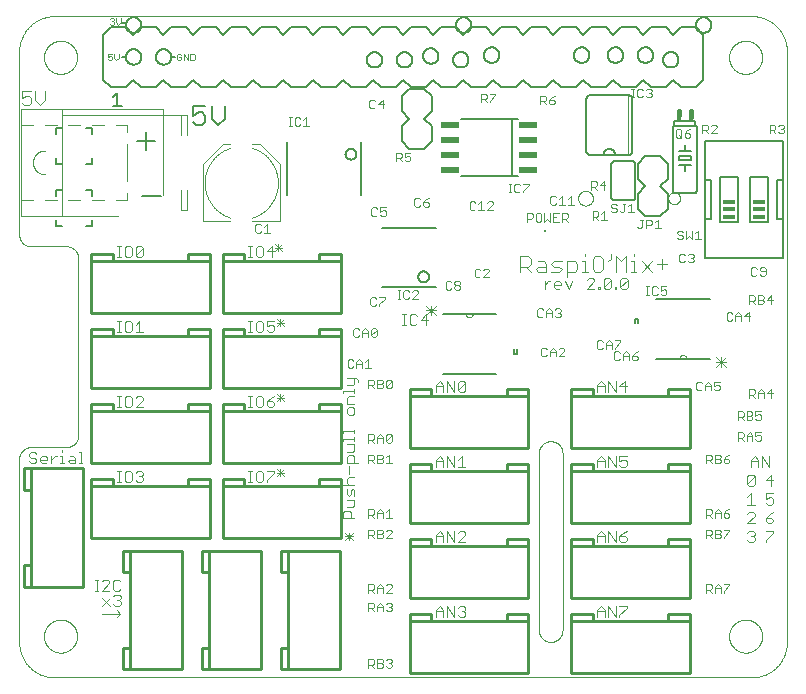
<source format=gto>
G75*
%MOIN*%
%OFA0B0*%
%FSLAX25Y25*%
%IPPOS*%
%LPD*%
%AMOC8*
5,1,8,0,0,1.08239X$1,22.5*
%
%ADD10C,0.00000*%
%ADD11C,0.00400*%
%ADD12C,0.00300*%
%ADD13C,0.00800*%
%ADD14C,0.00600*%
%ADD15C,0.00200*%
%ADD16C,0.00500*%
%ADD17R,0.05984X0.01930*%
%ADD18R,0.00787X0.00787*%
%ADD19C,0.01600*%
%ADD20R,0.01600X0.02300*%
%ADD21C,0.00394*%
%ADD22R,0.04000X0.01500*%
%ADD23C,0.01000*%
D10*
X0005500Y0014811D02*
X0005500Y0075835D01*
X0005502Y0075959D01*
X0005508Y0076082D01*
X0005517Y0076206D01*
X0005531Y0076328D01*
X0005548Y0076451D01*
X0005570Y0076573D01*
X0005595Y0076694D01*
X0005624Y0076814D01*
X0005656Y0076933D01*
X0005693Y0077052D01*
X0005733Y0077169D01*
X0005776Y0077284D01*
X0005824Y0077399D01*
X0005875Y0077511D01*
X0005929Y0077622D01*
X0005987Y0077732D01*
X0006048Y0077839D01*
X0006113Y0077945D01*
X0006181Y0078048D01*
X0006252Y0078149D01*
X0006326Y0078248D01*
X0006403Y0078345D01*
X0006484Y0078439D01*
X0006567Y0078530D01*
X0006653Y0078619D01*
X0006742Y0078705D01*
X0006833Y0078788D01*
X0006927Y0078869D01*
X0007024Y0078946D01*
X0007123Y0079020D01*
X0007224Y0079091D01*
X0007327Y0079159D01*
X0007433Y0079224D01*
X0007540Y0079285D01*
X0007650Y0079343D01*
X0007761Y0079397D01*
X0007873Y0079448D01*
X0007988Y0079496D01*
X0008103Y0079539D01*
X0008220Y0079579D01*
X0008339Y0079616D01*
X0008458Y0079648D01*
X0008578Y0079677D01*
X0008699Y0079702D01*
X0008821Y0079724D01*
X0008944Y0079741D01*
X0009066Y0079755D01*
X0009190Y0079764D01*
X0009313Y0079770D01*
X0009437Y0079772D01*
X0021248Y0079772D01*
X0021372Y0079774D01*
X0021495Y0079780D01*
X0021619Y0079789D01*
X0021741Y0079803D01*
X0021864Y0079820D01*
X0021986Y0079842D01*
X0022107Y0079867D01*
X0022227Y0079896D01*
X0022346Y0079928D01*
X0022465Y0079965D01*
X0022582Y0080005D01*
X0022697Y0080048D01*
X0022812Y0080096D01*
X0022924Y0080147D01*
X0023035Y0080201D01*
X0023145Y0080259D01*
X0023252Y0080320D01*
X0023358Y0080385D01*
X0023461Y0080453D01*
X0023562Y0080524D01*
X0023661Y0080598D01*
X0023758Y0080675D01*
X0023852Y0080756D01*
X0023943Y0080839D01*
X0024032Y0080925D01*
X0024118Y0081014D01*
X0024201Y0081105D01*
X0024282Y0081199D01*
X0024359Y0081296D01*
X0024433Y0081395D01*
X0024504Y0081496D01*
X0024572Y0081599D01*
X0024637Y0081705D01*
X0024698Y0081812D01*
X0024756Y0081922D01*
X0024810Y0082033D01*
X0024861Y0082145D01*
X0024909Y0082260D01*
X0024952Y0082375D01*
X0024992Y0082492D01*
X0025029Y0082611D01*
X0025061Y0082730D01*
X0025090Y0082850D01*
X0025115Y0082971D01*
X0025137Y0083093D01*
X0025154Y0083216D01*
X0025168Y0083338D01*
X0025177Y0083462D01*
X0025183Y0083585D01*
X0025185Y0083709D01*
X0025185Y0142764D01*
X0025183Y0142888D01*
X0025177Y0143011D01*
X0025168Y0143135D01*
X0025154Y0143257D01*
X0025137Y0143380D01*
X0025115Y0143502D01*
X0025090Y0143623D01*
X0025061Y0143743D01*
X0025029Y0143862D01*
X0024992Y0143981D01*
X0024952Y0144098D01*
X0024909Y0144213D01*
X0024861Y0144328D01*
X0024810Y0144440D01*
X0024756Y0144551D01*
X0024698Y0144661D01*
X0024637Y0144768D01*
X0024572Y0144874D01*
X0024504Y0144977D01*
X0024433Y0145078D01*
X0024359Y0145177D01*
X0024282Y0145274D01*
X0024201Y0145368D01*
X0024118Y0145459D01*
X0024032Y0145548D01*
X0023943Y0145634D01*
X0023852Y0145717D01*
X0023758Y0145798D01*
X0023661Y0145875D01*
X0023562Y0145949D01*
X0023461Y0146020D01*
X0023358Y0146088D01*
X0023252Y0146153D01*
X0023145Y0146214D01*
X0023035Y0146272D01*
X0022924Y0146326D01*
X0022812Y0146377D01*
X0022697Y0146425D01*
X0022582Y0146468D01*
X0022465Y0146508D01*
X0022346Y0146545D01*
X0022227Y0146577D01*
X0022107Y0146606D01*
X0021986Y0146631D01*
X0021864Y0146653D01*
X0021741Y0146670D01*
X0021619Y0146684D01*
X0021495Y0146693D01*
X0021372Y0146699D01*
X0021248Y0146701D01*
X0009437Y0146701D01*
X0009313Y0146703D01*
X0009190Y0146709D01*
X0009066Y0146718D01*
X0008944Y0146732D01*
X0008821Y0146749D01*
X0008699Y0146771D01*
X0008578Y0146796D01*
X0008458Y0146825D01*
X0008339Y0146857D01*
X0008220Y0146894D01*
X0008103Y0146934D01*
X0007988Y0146977D01*
X0007873Y0147025D01*
X0007761Y0147076D01*
X0007650Y0147130D01*
X0007540Y0147188D01*
X0007433Y0147249D01*
X0007327Y0147314D01*
X0007224Y0147382D01*
X0007123Y0147453D01*
X0007024Y0147527D01*
X0006927Y0147604D01*
X0006833Y0147685D01*
X0006742Y0147768D01*
X0006653Y0147854D01*
X0006567Y0147943D01*
X0006484Y0148034D01*
X0006403Y0148128D01*
X0006326Y0148225D01*
X0006252Y0148324D01*
X0006181Y0148425D01*
X0006113Y0148528D01*
X0006048Y0148634D01*
X0005987Y0148741D01*
X0005929Y0148851D01*
X0005875Y0148962D01*
X0005824Y0149074D01*
X0005776Y0149189D01*
X0005733Y0149304D01*
X0005693Y0149421D01*
X0005656Y0149540D01*
X0005624Y0149659D01*
X0005595Y0149779D01*
X0005570Y0149900D01*
X0005548Y0150022D01*
X0005531Y0150145D01*
X0005517Y0150267D01*
X0005508Y0150391D01*
X0005502Y0150514D01*
X0005500Y0150638D01*
X0005500Y0211661D01*
X0005503Y0211946D01*
X0005514Y0212232D01*
X0005531Y0212517D01*
X0005555Y0212801D01*
X0005586Y0213085D01*
X0005624Y0213368D01*
X0005669Y0213649D01*
X0005720Y0213930D01*
X0005778Y0214210D01*
X0005843Y0214488D01*
X0005915Y0214764D01*
X0005993Y0215038D01*
X0006078Y0215311D01*
X0006170Y0215581D01*
X0006268Y0215849D01*
X0006372Y0216115D01*
X0006483Y0216378D01*
X0006600Y0216638D01*
X0006723Y0216896D01*
X0006853Y0217150D01*
X0006989Y0217401D01*
X0007130Y0217649D01*
X0007278Y0217893D01*
X0007431Y0218134D01*
X0007591Y0218370D01*
X0007756Y0218603D01*
X0007926Y0218832D01*
X0008102Y0219057D01*
X0008284Y0219277D01*
X0008470Y0219493D01*
X0008662Y0219704D01*
X0008859Y0219911D01*
X0009061Y0220113D01*
X0009268Y0220310D01*
X0009479Y0220502D01*
X0009695Y0220688D01*
X0009915Y0220870D01*
X0010140Y0221046D01*
X0010369Y0221216D01*
X0010602Y0221381D01*
X0010838Y0221541D01*
X0011079Y0221694D01*
X0011323Y0221842D01*
X0011571Y0221983D01*
X0011822Y0222119D01*
X0012076Y0222249D01*
X0012334Y0222372D01*
X0012594Y0222489D01*
X0012857Y0222600D01*
X0013123Y0222704D01*
X0013391Y0222802D01*
X0013661Y0222894D01*
X0013934Y0222979D01*
X0014208Y0223057D01*
X0014484Y0223129D01*
X0014762Y0223194D01*
X0015042Y0223252D01*
X0015323Y0223303D01*
X0015604Y0223348D01*
X0015887Y0223386D01*
X0016171Y0223417D01*
X0016455Y0223441D01*
X0016740Y0223458D01*
X0017026Y0223469D01*
X0017311Y0223472D01*
X0249594Y0223472D01*
X0249879Y0223469D01*
X0250165Y0223458D01*
X0250450Y0223441D01*
X0250734Y0223417D01*
X0251018Y0223386D01*
X0251301Y0223348D01*
X0251582Y0223303D01*
X0251863Y0223252D01*
X0252143Y0223194D01*
X0252421Y0223129D01*
X0252697Y0223057D01*
X0252971Y0222979D01*
X0253244Y0222894D01*
X0253514Y0222802D01*
X0253782Y0222704D01*
X0254048Y0222600D01*
X0254311Y0222489D01*
X0254571Y0222372D01*
X0254829Y0222249D01*
X0255083Y0222119D01*
X0255334Y0221983D01*
X0255582Y0221842D01*
X0255826Y0221694D01*
X0256067Y0221541D01*
X0256303Y0221381D01*
X0256536Y0221216D01*
X0256765Y0221046D01*
X0256990Y0220870D01*
X0257210Y0220688D01*
X0257426Y0220502D01*
X0257637Y0220310D01*
X0257844Y0220113D01*
X0258046Y0219911D01*
X0258243Y0219704D01*
X0258435Y0219493D01*
X0258621Y0219277D01*
X0258803Y0219057D01*
X0258979Y0218832D01*
X0259149Y0218603D01*
X0259314Y0218370D01*
X0259474Y0218134D01*
X0259627Y0217893D01*
X0259775Y0217649D01*
X0259916Y0217401D01*
X0260052Y0217150D01*
X0260182Y0216896D01*
X0260305Y0216638D01*
X0260422Y0216378D01*
X0260533Y0216115D01*
X0260637Y0215849D01*
X0260735Y0215581D01*
X0260827Y0215311D01*
X0260912Y0215038D01*
X0260990Y0214764D01*
X0261062Y0214488D01*
X0261127Y0214210D01*
X0261185Y0213930D01*
X0261236Y0213649D01*
X0261281Y0213368D01*
X0261319Y0213085D01*
X0261350Y0212801D01*
X0261374Y0212517D01*
X0261391Y0212232D01*
X0261402Y0211946D01*
X0261405Y0211661D01*
X0261406Y0211661D02*
X0261406Y0014811D01*
X0261405Y0014811D02*
X0261402Y0014526D01*
X0261391Y0014240D01*
X0261374Y0013955D01*
X0261350Y0013671D01*
X0261319Y0013387D01*
X0261281Y0013104D01*
X0261236Y0012823D01*
X0261185Y0012542D01*
X0261127Y0012262D01*
X0261062Y0011984D01*
X0260990Y0011708D01*
X0260912Y0011434D01*
X0260827Y0011161D01*
X0260735Y0010891D01*
X0260637Y0010623D01*
X0260533Y0010357D01*
X0260422Y0010094D01*
X0260305Y0009834D01*
X0260182Y0009576D01*
X0260052Y0009322D01*
X0259916Y0009071D01*
X0259775Y0008823D01*
X0259627Y0008579D01*
X0259474Y0008338D01*
X0259314Y0008102D01*
X0259149Y0007869D01*
X0258979Y0007640D01*
X0258803Y0007415D01*
X0258621Y0007195D01*
X0258435Y0006979D01*
X0258243Y0006768D01*
X0258046Y0006561D01*
X0257844Y0006359D01*
X0257637Y0006162D01*
X0257426Y0005970D01*
X0257210Y0005784D01*
X0256990Y0005602D01*
X0256765Y0005426D01*
X0256536Y0005256D01*
X0256303Y0005091D01*
X0256067Y0004931D01*
X0255826Y0004778D01*
X0255582Y0004630D01*
X0255334Y0004489D01*
X0255083Y0004353D01*
X0254829Y0004223D01*
X0254571Y0004100D01*
X0254311Y0003983D01*
X0254048Y0003872D01*
X0253782Y0003768D01*
X0253514Y0003670D01*
X0253244Y0003578D01*
X0252971Y0003493D01*
X0252697Y0003415D01*
X0252421Y0003343D01*
X0252143Y0003278D01*
X0251863Y0003220D01*
X0251582Y0003169D01*
X0251301Y0003124D01*
X0251018Y0003086D01*
X0250734Y0003055D01*
X0250450Y0003031D01*
X0250165Y0003014D01*
X0249879Y0003003D01*
X0249594Y0003000D01*
X0017311Y0003000D01*
X0017026Y0003003D01*
X0016740Y0003014D01*
X0016455Y0003031D01*
X0016171Y0003055D01*
X0015887Y0003086D01*
X0015604Y0003124D01*
X0015323Y0003169D01*
X0015042Y0003220D01*
X0014762Y0003278D01*
X0014484Y0003343D01*
X0014208Y0003415D01*
X0013934Y0003493D01*
X0013661Y0003578D01*
X0013391Y0003670D01*
X0013123Y0003768D01*
X0012857Y0003872D01*
X0012594Y0003983D01*
X0012334Y0004100D01*
X0012076Y0004223D01*
X0011822Y0004353D01*
X0011571Y0004489D01*
X0011323Y0004630D01*
X0011079Y0004778D01*
X0010838Y0004931D01*
X0010602Y0005091D01*
X0010369Y0005256D01*
X0010140Y0005426D01*
X0009915Y0005602D01*
X0009695Y0005784D01*
X0009479Y0005970D01*
X0009268Y0006162D01*
X0009061Y0006359D01*
X0008859Y0006561D01*
X0008662Y0006768D01*
X0008470Y0006979D01*
X0008284Y0007195D01*
X0008102Y0007415D01*
X0007926Y0007640D01*
X0007756Y0007869D01*
X0007591Y0008102D01*
X0007431Y0008338D01*
X0007278Y0008579D01*
X0007130Y0008823D01*
X0006989Y0009071D01*
X0006853Y0009322D01*
X0006723Y0009576D01*
X0006600Y0009834D01*
X0006483Y0010094D01*
X0006372Y0010357D01*
X0006268Y0010623D01*
X0006170Y0010891D01*
X0006078Y0011161D01*
X0005993Y0011434D01*
X0005915Y0011708D01*
X0005843Y0011984D01*
X0005778Y0012262D01*
X0005720Y0012542D01*
X0005669Y0012823D01*
X0005624Y0013104D01*
X0005586Y0013387D01*
X0005555Y0013671D01*
X0005531Y0013955D01*
X0005514Y0014240D01*
X0005503Y0014526D01*
X0005500Y0014811D01*
X0013768Y0016780D02*
X0013770Y0016928D01*
X0013776Y0017076D01*
X0013786Y0017224D01*
X0013800Y0017371D01*
X0013818Y0017518D01*
X0013839Y0017664D01*
X0013865Y0017810D01*
X0013895Y0017955D01*
X0013928Y0018099D01*
X0013966Y0018242D01*
X0014007Y0018384D01*
X0014052Y0018525D01*
X0014100Y0018665D01*
X0014153Y0018804D01*
X0014209Y0018941D01*
X0014269Y0019076D01*
X0014332Y0019210D01*
X0014399Y0019342D01*
X0014470Y0019472D01*
X0014544Y0019600D01*
X0014621Y0019726D01*
X0014702Y0019850D01*
X0014786Y0019972D01*
X0014873Y0020091D01*
X0014964Y0020208D01*
X0015058Y0020323D01*
X0015154Y0020435D01*
X0015254Y0020545D01*
X0015356Y0020651D01*
X0015462Y0020755D01*
X0015570Y0020856D01*
X0015681Y0020954D01*
X0015794Y0021050D01*
X0015910Y0021142D01*
X0016028Y0021231D01*
X0016149Y0021316D01*
X0016272Y0021399D01*
X0016397Y0021478D01*
X0016524Y0021554D01*
X0016653Y0021626D01*
X0016784Y0021695D01*
X0016917Y0021760D01*
X0017052Y0021821D01*
X0017188Y0021879D01*
X0017325Y0021934D01*
X0017464Y0021984D01*
X0017605Y0022031D01*
X0017746Y0022074D01*
X0017889Y0022114D01*
X0018033Y0022149D01*
X0018177Y0022181D01*
X0018323Y0022208D01*
X0018469Y0022232D01*
X0018616Y0022252D01*
X0018763Y0022268D01*
X0018910Y0022280D01*
X0019058Y0022288D01*
X0019206Y0022292D01*
X0019354Y0022292D01*
X0019502Y0022288D01*
X0019650Y0022280D01*
X0019797Y0022268D01*
X0019944Y0022252D01*
X0020091Y0022232D01*
X0020237Y0022208D01*
X0020383Y0022181D01*
X0020527Y0022149D01*
X0020671Y0022114D01*
X0020814Y0022074D01*
X0020955Y0022031D01*
X0021096Y0021984D01*
X0021235Y0021934D01*
X0021372Y0021879D01*
X0021508Y0021821D01*
X0021643Y0021760D01*
X0021776Y0021695D01*
X0021907Y0021626D01*
X0022036Y0021554D01*
X0022163Y0021478D01*
X0022288Y0021399D01*
X0022411Y0021316D01*
X0022532Y0021231D01*
X0022650Y0021142D01*
X0022766Y0021050D01*
X0022879Y0020954D01*
X0022990Y0020856D01*
X0023098Y0020755D01*
X0023204Y0020651D01*
X0023306Y0020545D01*
X0023406Y0020435D01*
X0023502Y0020323D01*
X0023596Y0020208D01*
X0023687Y0020091D01*
X0023774Y0019972D01*
X0023858Y0019850D01*
X0023939Y0019726D01*
X0024016Y0019600D01*
X0024090Y0019472D01*
X0024161Y0019342D01*
X0024228Y0019210D01*
X0024291Y0019076D01*
X0024351Y0018941D01*
X0024407Y0018804D01*
X0024460Y0018665D01*
X0024508Y0018525D01*
X0024553Y0018384D01*
X0024594Y0018242D01*
X0024632Y0018099D01*
X0024665Y0017955D01*
X0024695Y0017810D01*
X0024721Y0017664D01*
X0024742Y0017518D01*
X0024760Y0017371D01*
X0024774Y0017224D01*
X0024784Y0017076D01*
X0024790Y0016928D01*
X0024792Y0016780D01*
X0024790Y0016632D01*
X0024784Y0016484D01*
X0024774Y0016336D01*
X0024760Y0016189D01*
X0024742Y0016042D01*
X0024721Y0015896D01*
X0024695Y0015750D01*
X0024665Y0015605D01*
X0024632Y0015461D01*
X0024594Y0015318D01*
X0024553Y0015176D01*
X0024508Y0015035D01*
X0024460Y0014895D01*
X0024407Y0014756D01*
X0024351Y0014619D01*
X0024291Y0014484D01*
X0024228Y0014350D01*
X0024161Y0014218D01*
X0024090Y0014088D01*
X0024016Y0013960D01*
X0023939Y0013834D01*
X0023858Y0013710D01*
X0023774Y0013588D01*
X0023687Y0013469D01*
X0023596Y0013352D01*
X0023502Y0013237D01*
X0023406Y0013125D01*
X0023306Y0013015D01*
X0023204Y0012909D01*
X0023098Y0012805D01*
X0022990Y0012704D01*
X0022879Y0012606D01*
X0022766Y0012510D01*
X0022650Y0012418D01*
X0022532Y0012329D01*
X0022411Y0012244D01*
X0022288Y0012161D01*
X0022163Y0012082D01*
X0022036Y0012006D01*
X0021907Y0011934D01*
X0021776Y0011865D01*
X0021643Y0011800D01*
X0021508Y0011739D01*
X0021372Y0011681D01*
X0021235Y0011626D01*
X0021096Y0011576D01*
X0020955Y0011529D01*
X0020814Y0011486D01*
X0020671Y0011446D01*
X0020527Y0011411D01*
X0020383Y0011379D01*
X0020237Y0011352D01*
X0020091Y0011328D01*
X0019944Y0011308D01*
X0019797Y0011292D01*
X0019650Y0011280D01*
X0019502Y0011272D01*
X0019354Y0011268D01*
X0019206Y0011268D01*
X0019058Y0011272D01*
X0018910Y0011280D01*
X0018763Y0011292D01*
X0018616Y0011308D01*
X0018469Y0011328D01*
X0018323Y0011352D01*
X0018177Y0011379D01*
X0018033Y0011411D01*
X0017889Y0011446D01*
X0017746Y0011486D01*
X0017605Y0011529D01*
X0017464Y0011576D01*
X0017325Y0011626D01*
X0017188Y0011681D01*
X0017052Y0011739D01*
X0016917Y0011800D01*
X0016784Y0011865D01*
X0016653Y0011934D01*
X0016524Y0012006D01*
X0016397Y0012082D01*
X0016272Y0012161D01*
X0016149Y0012244D01*
X0016028Y0012329D01*
X0015910Y0012418D01*
X0015794Y0012510D01*
X0015681Y0012606D01*
X0015570Y0012704D01*
X0015462Y0012805D01*
X0015356Y0012909D01*
X0015254Y0013015D01*
X0015154Y0013125D01*
X0015058Y0013237D01*
X0014964Y0013352D01*
X0014873Y0013469D01*
X0014786Y0013588D01*
X0014702Y0013710D01*
X0014621Y0013834D01*
X0014544Y0013960D01*
X0014470Y0014088D01*
X0014399Y0014218D01*
X0014332Y0014350D01*
X0014269Y0014484D01*
X0014209Y0014619D01*
X0014153Y0014756D01*
X0014100Y0014895D01*
X0014052Y0015035D01*
X0014007Y0015176D01*
X0013966Y0015318D01*
X0013928Y0015461D01*
X0013895Y0015605D01*
X0013865Y0015750D01*
X0013839Y0015896D01*
X0013818Y0016042D01*
X0013800Y0016189D01*
X0013786Y0016336D01*
X0013776Y0016484D01*
X0013770Y0016632D01*
X0013768Y0016780D01*
X0154300Y0124250D02*
X0154302Y0124181D01*
X0154308Y0124113D01*
X0154318Y0124045D01*
X0154331Y0123978D01*
X0154349Y0123912D01*
X0154370Y0123847D01*
X0154395Y0123783D01*
X0154423Y0123721D01*
X0154455Y0123660D01*
X0154490Y0123601D01*
X0154529Y0123545D01*
X0154571Y0123490D01*
X0154616Y0123439D01*
X0154664Y0123389D01*
X0154714Y0123343D01*
X0154767Y0123300D01*
X0154823Y0123259D01*
X0154880Y0123222D01*
X0154940Y0123189D01*
X0155002Y0123158D01*
X0155065Y0123132D01*
X0155129Y0123109D01*
X0155195Y0123089D01*
X0155262Y0123074D01*
X0155329Y0123062D01*
X0155397Y0123054D01*
X0155466Y0123050D01*
X0155534Y0123050D01*
X0155603Y0123054D01*
X0155671Y0123062D01*
X0155738Y0123074D01*
X0155805Y0123089D01*
X0155871Y0123109D01*
X0155935Y0123132D01*
X0155998Y0123158D01*
X0156060Y0123189D01*
X0156120Y0123222D01*
X0156177Y0123259D01*
X0156233Y0123300D01*
X0156286Y0123343D01*
X0156336Y0123389D01*
X0156384Y0123439D01*
X0156429Y0123490D01*
X0156471Y0123545D01*
X0156510Y0123601D01*
X0156545Y0123660D01*
X0156577Y0123721D01*
X0156605Y0123783D01*
X0156630Y0123847D01*
X0156651Y0123912D01*
X0156669Y0123978D01*
X0156682Y0124045D01*
X0156692Y0124113D01*
X0156698Y0124181D01*
X0156700Y0124250D01*
X0191809Y0162754D02*
X0191811Y0162853D01*
X0191817Y0162952D01*
X0191827Y0163051D01*
X0191841Y0163149D01*
X0191859Y0163246D01*
X0191881Y0163343D01*
X0191906Y0163439D01*
X0191936Y0163533D01*
X0191969Y0163627D01*
X0192006Y0163719D01*
X0192047Y0163809D01*
X0192091Y0163898D01*
X0192139Y0163984D01*
X0192190Y0164069D01*
X0192245Y0164152D01*
X0192303Y0164232D01*
X0192364Y0164310D01*
X0192428Y0164386D01*
X0192495Y0164459D01*
X0192565Y0164529D01*
X0192638Y0164596D01*
X0192714Y0164660D01*
X0192792Y0164721D01*
X0192872Y0164779D01*
X0192955Y0164834D01*
X0193039Y0164885D01*
X0193126Y0164933D01*
X0193215Y0164977D01*
X0193305Y0165018D01*
X0193397Y0165055D01*
X0193491Y0165088D01*
X0193585Y0165118D01*
X0193681Y0165143D01*
X0193778Y0165165D01*
X0193875Y0165183D01*
X0193973Y0165197D01*
X0194072Y0165207D01*
X0194171Y0165213D01*
X0194270Y0165215D01*
X0194369Y0165213D01*
X0194468Y0165207D01*
X0194567Y0165197D01*
X0194665Y0165183D01*
X0194762Y0165165D01*
X0194859Y0165143D01*
X0194955Y0165118D01*
X0195049Y0165088D01*
X0195143Y0165055D01*
X0195235Y0165018D01*
X0195325Y0164977D01*
X0195414Y0164933D01*
X0195500Y0164885D01*
X0195585Y0164834D01*
X0195668Y0164779D01*
X0195748Y0164721D01*
X0195826Y0164660D01*
X0195902Y0164596D01*
X0195975Y0164529D01*
X0196045Y0164459D01*
X0196112Y0164386D01*
X0196176Y0164310D01*
X0196237Y0164232D01*
X0196295Y0164152D01*
X0196350Y0164069D01*
X0196401Y0163985D01*
X0196449Y0163898D01*
X0196493Y0163809D01*
X0196534Y0163719D01*
X0196571Y0163627D01*
X0196604Y0163533D01*
X0196634Y0163439D01*
X0196659Y0163343D01*
X0196681Y0163246D01*
X0196699Y0163149D01*
X0196713Y0163051D01*
X0196723Y0162952D01*
X0196729Y0162853D01*
X0196731Y0162754D01*
X0196729Y0162655D01*
X0196723Y0162556D01*
X0196713Y0162457D01*
X0196699Y0162359D01*
X0196681Y0162262D01*
X0196659Y0162165D01*
X0196634Y0162069D01*
X0196604Y0161975D01*
X0196571Y0161881D01*
X0196534Y0161789D01*
X0196493Y0161699D01*
X0196449Y0161610D01*
X0196401Y0161524D01*
X0196350Y0161439D01*
X0196295Y0161356D01*
X0196237Y0161276D01*
X0196176Y0161198D01*
X0196112Y0161122D01*
X0196045Y0161049D01*
X0195975Y0160979D01*
X0195902Y0160912D01*
X0195826Y0160848D01*
X0195748Y0160787D01*
X0195668Y0160729D01*
X0195585Y0160674D01*
X0195501Y0160623D01*
X0195414Y0160575D01*
X0195325Y0160531D01*
X0195235Y0160490D01*
X0195143Y0160453D01*
X0195049Y0160420D01*
X0194955Y0160390D01*
X0194859Y0160365D01*
X0194762Y0160343D01*
X0194665Y0160325D01*
X0194567Y0160311D01*
X0194468Y0160301D01*
X0194369Y0160295D01*
X0194270Y0160293D01*
X0194171Y0160295D01*
X0194072Y0160301D01*
X0193973Y0160311D01*
X0193875Y0160325D01*
X0193778Y0160343D01*
X0193681Y0160365D01*
X0193585Y0160390D01*
X0193491Y0160420D01*
X0193397Y0160453D01*
X0193305Y0160490D01*
X0193215Y0160531D01*
X0193126Y0160575D01*
X0193040Y0160623D01*
X0192955Y0160674D01*
X0192872Y0160729D01*
X0192792Y0160787D01*
X0192714Y0160848D01*
X0192638Y0160912D01*
X0192565Y0160979D01*
X0192495Y0161049D01*
X0192428Y0161122D01*
X0192364Y0161198D01*
X0192303Y0161276D01*
X0192245Y0161356D01*
X0192190Y0161439D01*
X0192139Y0161523D01*
X0192091Y0161610D01*
X0192047Y0161699D01*
X0192006Y0161789D01*
X0191969Y0161881D01*
X0191936Y0161975D01*
X0191906Y0162069D01*
X0191881Y0162165D01*
X0191859Y0162262D01*
X0191841Y0162359D01*
X0191827Y0162457D01*
X0191817Y0162556D01*
X0191811Y0162655D01*
X0191809Y0162754D01*
X0221828Y0162754D02*
X0221830Y0162842D01*
X0221836Y0162930D01*
X0221846Y0163018D01*
X0221860Y0163106D01*
X0221877Y0163192D01*
X0221899Y0163278D01*
X0221924Y0163362D01*
X0221954Y0163446D01*
X0221986Y0163528D01*
X0222023Y0163608D01*
X0222063Y0163687D01*
X0222107Y0163764D01*
X0222154Y0163839D01*
X0222204Y0163911D01*
X0222258Y0163982D01*
X0222314Y0164049D01*
X0222374Y0164115D01*
X0222436Y0164177D01*
X0222502Y0164237D01*
X0222569Y0164293D01*
X0222640Y0164347D01*
X0222712Y0164397D01*
X0222787Y0164444D01*
X0222864Y0164488D01*
X0222943Y0164528D01*
X0223023Y0164565D01*
X0223105Y0164597D01*
X0223189Y0164627D01*
X0223273Y0164652D01*
X0223359Y0164674D01*
X0223445Y0164691D01*
X0223533Y0164705D01*
X0223621Y0164715D01*
X0223709Y0164721D01*
X0223797Y0164723D01*
X0223885Y0164721D01*
X0223973Y0164715D01*
X0224061Y0164705D01*
X0224149Y0164691D01*
X0224235Y0164674D01*
X0224321Y0164652D01*
X0224405Y0164627D01*
X0224489Y0164597D01*
X0224571Y0164565D01*
X0224651Y0164528D01*
X0224730Y0164488D01*
X0224807Y0164444D01*
X0224882Y0164397D01*
X0224954Y0164347D01*
X0225025Y0164293D01*
X0225092Y0164237D01*
X0225158Y0164177D01*
X0225220Y0164115D01*
X0225280Y0164049D01*
X0225336Y0163982D01*
X0225390Y0163911D01*
X0225440Y0163839D01*
X0225487Y0163764D01*
X0225531Y0163687D01*
X0225571Y0163608D01*
X0225608Y0163528D01*
X0225640Y0163446D01*
X0225670Y0163362D01*
X0225695Y0163278D01*
X0225717Y0163192D01*
X0225734Y0163106D01*
X0225748Y0163018D01*
X0225758Y0162930D01*
X0225764Y0162842D01*
X0225766Y0162754D01*
X0225764Y0162666D01*
X0225758Y0162578D01*
X0225748Y0162490D01*
X0225734Y0162402D01*
X0225717Y0162316D01*
X0225695Y0162230D01*
X0225670Y0162146D01*
X0225640Y0162062D01*
X0225608Y0161980D01*
X0225571Y0161900D01*
X0225531Y0161821D01*
X0225487Y0161744D01*
X0225440Y0161669D01*
X0225390Y0161597D01*
X0225336Y0161526D01*
X0225280Y0161459D01*
X0225220Y0161393D01*
X0225158Y0161331D01*
X0225092Y0161271D01*
X0225025Y0161215D01*
X0224954Y0161161D01*
X0224882Y0161111D01*
X0224807Y0161064D01*
X0224730Y0161020D01*
X0224651Y0160980D01*
X0224571Y0160943D01*
X0224489Y0160911D01*
X0224405Y0160881D01*
X0224321Y0160856D01*
X0224235Y0160834D01*
X0224149Y0160817D01*
X0224061Y0160803D01*
X0223973Y0160793D01*
X0223885Y0160787D01*
X0223797Y0160785D01*
X0223709Y0160787D01*
X0223621Y0160793D01*
X0223533Y0160803D01*
X0223445Y0160817D01*
X0223359Y0160834D01*
X0223273Y0160856D01*
X0223189Y0160881D01*
X0223105Y0160911D01*
X0223023Y0160943D01*
X0222943Y0160980D01*
X0222864Y0161020D01*
X0222787Y0161064D01*
X0222712Y0161111D01*
X0222640Y0161161D01*
X0222569Y0161215D01*
X0222502Y0161271D01*
X0222436Y0161331D01*
X0222374Y0161393D01*
X0222314Y0161459D01*
X0222258Y0161526D01*
X0222204Y0161597D01*
X0222154Y0161669D01*
X0222107Y0161744D01*
X0222063Y0161821D01*
X0222023Y0161900D01*
X0221986Y0161980D01*
X0221954Y0162062D01*
X0221924Y0162146D01*
X0221899Y0162230D01*
X0221877Y0162316D01*
X0221860Y0162402D01*
X0221846Y0162490D01*
X0221836Y0162578D01*
X0221830Y0162666D01*
X0221828Y0162754D01*
X0242114Y0209693D02*
X0242116Y0209841D01*
X0242122Y0209989D01*
X0242132Y0210137D01*
X0242146Y0210284D01*
X0242164Y0210431D01*
X0242185Y0210577D01*
X0242211Y0210723D01*
X0242241Y0210868D01*
X0242274Y0211012D01*
X0242312Y0211155D01*
X0242353Y0211297D01*
X0242398Y0211438D01*
X0242446Y0211578D01*
X0242499Y0211717D01*
X0242555Y0211854D01*
X0242615Y0211989D01*
X0242678Y0212123D01*
X0242745Y0212255D01*
X0242816Y0212385D01*
X0242890Y0212513D01*
X0242967Y0212639D01*
X0243048Y0212763D01*
X0243132Y0212885D01*
X0243219Y0213004D01*
X0243310Y0213121D01*
X0243404Y0213236D01*
X0243500Y0213348D01*
X0243600Y0213458D01*
X0243702Y0213564D01*
X0243808Y0213668D01*
X0243916Y0213769D01*
X0244027Y0213867D01*
X0244140Y0213963D01*
X0244256Y0214055D01*
X0244374Y0214144D01*
X0244495Y0214229D01*
X0244618Y0214312D01*
X0244743Y0214391D01*
X0244870Y0214467D01*
X0244999Y0214539D01*
X0245130Y0214608D01*
X0245263Y0214673D01*
X0245398Y0214734D01*
X0245534Y0214792D01*
X0245671Y0214847D01*
X0245810Y0214897D01*
X0245951Y0214944D01*
X0246092Y0214987D01*
X0246235Y0215027D01*
X0246379Y0215062D01*
X0246523Y0215094D01*
X0246669Y0215121D01*
X0246815Y0215145D01*
X0246962Y0215165D01*
X0247109Y0215181D01*
X0247256Y0215193D01*
X0247404Y0215201D01*
X0247552Y0215205D01*
X0247700Y0215205D01*
X0247848Y0215201D01*
X0247996Y0215193D01*
X0248143Y0215181D01*
X0248290Y0215165D01*
X0248437Y0215145D01*
X0248583Y0215121D01*
X0248729Y0215094D01*
X0248873Y0215062D01*
X0249017Y0215027D01*
X0249160Y0214987D01*
X0249301Y0214944D01*
X0249442Y0214897D01*
X0249581Y0214847D01*
X0249718Y0214792D01*
X0249854Y0214734D01*
X0249989Y0214673D01*
X0250122Y0214608D01*
X0250253Y0214539D01*
X0250382Y0214467D01*
X0250509Y0214391D01*
X0250634Y0214312D01*
X0250757Y0214229D01*
X0250878Y0214144D01*
X0250996Y0214055D01*
X0251112Y0213963D01*
X0251225Y0213867D01*
X0251336Y0213769D01*
X0251444Y0213668D01*
X0251550Y0213564D01*
X0251652Y0213458D01*
X0251752Y0213348D01*
X0251848Y0213236D01*
X0251942Y0213121D01*
X0252033Y0213004D01*
X0252120Y0212885D01*
X0252204Y0212763D01*
X0252285Y0212639D01*
X0252362Y0212513D01*
X0252436Y0212385D01*
X0252507Y0212255D01*
X0252574Y0212123D01*
X0252637Y0211989D01*
X0252697Y0211854D01*
X0252753Y0211717D01*
X0252806Y0211578D01*
X0252854Y0211438D01*
X0252899Y0211297D01*
X0252940Y0211155D01*
X0252978Y0211012D01*
X0253011Y0210868D01*
X0253041Y0210723D01*
X0253067Y0210577D01*
X0253088Y0210431D01*
X0253106Y0210284D01*
X0253120Y0210137D01*
X0253130Y0209989D01*
X0253136Y0209841D01*
X0253138Y0209693D01*
X0253136Y0209545D01*
X0253130Y0209397D01*
X0253120Y0209249D01*
X0253106Y0209102D01*
X0253088Y0208955D01*
X0253067Y0208809D01*
X0253041Y0208663D01*
X0253011Y0208518D01*
X0252978Y0208374D01*
X0252940Y0208231D01*
X0252899Y0208089D01*
X0252854Y0207948D01*
X0252806Y0207808D01*
X0252753Y0207669D01*
X0252697Y0207532D01*
X0252637Y0207397D01*
X0252574Y0207263D01*
X0252507Y0207131D01*
X0252436Y0207001D01*
X0252362Y0206873D01*
X0252285Y0206747D01*
X0252204Y0206623D01*
X0252120Y0206501D01*
X0252033Y0206382D01*
X0251942Y0206265D01*
X0251848Y0206150D01*
X0251752Y0206038D01*
X0251652Y0205928D01*
X0251550Y0205822D01*
X0251444Y0205718D01*
X0251336Y0205617D01*
X0251225Y0205519D01*
X0251112Y0205423D01*
X0250996Y0205331D01*
X0250878Y0205242D01*
X0250757Y0205157D01*
X0250634Y0205074D01*
X0250509Y0204995D01*
X0250382Y0204919D01*
X0250253Y0204847D01*
X0250122Y0204778D01*
X0249989Y0204713D01*
X0249854Y0204652D01*
X0249718Y0204594D01*
X0249581Y0204539D01*
X0249442Y0204489D01*
X0249301Y0204442D01*
X0249160Y0204399D01*
X0249017Y0204359D01*
X0248873Y0204324D01*
X0248729Y0204292D01*
X0248583Y0204265D01*
X0248437Y0204241D01*
X0248290Y0204221D01*
X0248143Y0204205D01*
X0247996Y0204193D01*
X0247848Y0204185D01*
X0247700Y0204181D01*
X0247552Y0204181D01*
X0247404Y0204185D01*
X0247256Y0204193D01*
X0247109Y0204205D01*
X0246962Y0204221D01*
X0246815Y0204241D01*
X0246669Y0204265D01*
X0246523Y0204292D01*
X0246379Y0204324D01*
X0246235Y0204359D01*
X0246092Y0204399D01*
X0245951Y0204442D01*
X0245810Y0204489D01*
X0245671Y0204539D01*
X0245534Y0204594D01*
X0245398Y0204652D01*
X0245263Y0204713D01*
X0245130Y0204778D01*
X0244999Y0204847D01*
X0244870Y0204919D01*
X0244743Y0204995D01*
X0244618Y0205074D01*
X0244495Y0205157D01*
X0244374Y0205242D01*
X0244256Y0205331D01*
X0244140Y0205423D01*
X0244027Y0205519D01*
X0243916Y0205617D01*
X0243808Y0205718D01*
X0243702Y0205822D01*
X0243600Y0205928D01*
X0243500Y0206038D01*
X0243404Y0206150D01*
X0243310Y0206265D01*
X0243219Y0206382D01*
X0243132Y0206501D01*
X0243048Y0206623D01*
X0242967Y0206747D01*
X0242890Y0206873D01*
X0242816Y0207001D01*
X0242745Y0207131D01*
X0242678Y0207263D01*
X0242615Y0207397D01*
X0242555Y0207532D01*
X0242499Y0207669D01*
X0242446Y0207808D01*
X0242398Y0207948D01*
X0242353Y0208089D01*
X0242312Y0208231D01*
X0242274Y0208374D01*
X0242241Y0208518D01*
X0242211Y0208663D01*
X0242185Y0208809D01*
X0242164Y0208955D01*
X0242146Y0209102D01*
X0242132Y0209249D01*
X0242122Y0209397D01*
X0242116Y0209545D01*
X0242114Y0209693D01*
X0227950Y0109250D02*
X0227948Y0109319D01*
X0227942Y0109387D01*
X0227932Y0109455D01*
X0227919Y0109522D01*
X0227901Y0109588D01*
X0227880Y0109653D01*
X0227855Y0109717D01*
X0227827Y0109779D01*
X0227795Y0109840D01*
X0227760Y0109899D01*
X0227721Y0109955D01*
X0227679Y0110010D01*
X0227634Y0110061D01*
X0227586Y0110111D01*
X0227536Y0110157D01*
X0227483Y0110200D01*
X0227427Y0110241D01*
X0227370Y0110278D01*
X0227310Y0110311D01*
X0227248Y0110342D01*
X0227185Y0110368D01*
X0227121Y0110391D01*
X0227055Y0110411D01*
X0226988Y0110426D01*
X0226921Y0110438D01*
X0226853Y0110446D01*
X0226784Y0110450D01*
X0226716Y0110450D01*
X0226647Y0110446D01*
X0226579Y0110438D01*
X0226512Y0110426D01*
X0226445Y0110411D01*
X0226379Y0110391D01*
X0226315Y0110368D01*
X0226252Y0110342D01*
X0226190Y0110311D01*
X0226130Y0110278D01*
X0226073Y0110241D01*
X0226017Y0110200D01*
X0225964Y0110157D01*
X0225914Y0110111D01*
X0225866Y0110061D01*
X0225821Y0110010D01*
X0225779Y0109955D01*
X0225740Y0109899D01*
X0225705Y0109840D01*
X0225673Y0109779D01*
X0225645Y0109717D01*
X0225620Y0109653D01*
X0225599Y0109588D01*
X0225581Y0109522D01*
X0225568Y0109455D01*
X0225558Y0109387D01*
X0225552Y0109319D01*
X0225550Y0109250D01*
X0186602Y0077803D02*
X0186602Y0018787D01*
X0186600Y0018663D01*
X0186594Y0018540D01*
X0186585Y0018416D01*
X0186571Y0018294D01*
X0186554Y0018171D01*
X0186532Y0018049D01*
X0186507Y0017928D01*
X0186478Y0017808D01*
X0186446Y0017689D01*
X0186409Y0017570D01*
X0186369Y0017453D01*
X0186326Y0017338D01*
X0186278Y0017223D01*
X0186227Y0017111D01*
X0186173Y0017000D01*
X0186115Y0016890D01*
X0186054Y0016783D01*
X0185989Y0016677D01*
X0185921Y0016574D01*
X0185850Y0016473D01*
X0185776Y0016374D01*
X0185699Y0016277D01*
X0185618Y0016183D01*
X0185535Y0016092D01*
X0185449Y0016003D01*
X0185360Y0015917D01*
X0185269Y0015834D01*
X0185175Y0015753D01*
X0185078Y0015676D01*
X0184979Y0015602D01*
X0184878Y0015531D01*
X0184775Y0015463D01*
X0184669Y0015398D01*
X0184562Y0015337D01*
X0184452Y0015279D01*
X0184341Y0015225D01*
X0184229Y0015174D01*
X0184114Y0015126D01*
X0183999Y0015083D01*
X0183882Y0015043D01*
X0183763Y0015006D01*
X0183644Y0014974D01*
X0183524Y0014945D01*
X0183403Y0014920D01*
X0183281Y0014898D01*
X0183158Y0014881D01*
X0183036Y0014867D01*
X0182912Y0014858D01*
X0182789Y0014852D01*
X0182665Y0014850D01*
X0182541Y0014852D01*
X0182418Y0014858D01*
X0182294Y0014867D01*
X0182172Y0014881D01*
X0182049Y0014898D01*
X0181927Y0014920D01*
X0181806Y0014945D01*
X0181686Y0014974D01*
X0181567Y0015006D01*
X0181448Y0015043D01*
X0181331Y0015083D01*
X0181216Y0015126D01*
X0181101Y0015174D01*
X0180989Y0015225D01*
X0180878Y0015279D01*
X0180768Y0015337D01*
X0180661Y0015398D01*
X0180555Y0015463D01*
X0180452Y0015531D01*
X0180351Y0015602D01*
X0180252Y0015676D01*
X0180155Y0015753D01*
X0180061Y0015834D01*
X0179970Y0015917D01*
X0179881Y0016003D01*
X0179795Y0016092D01*
X0179712Y0016183D01*
X0179631Y0016277D01*
X0179554Y0016374D01*
X0179480Y0016473D01*
X0179409Y0016574D01*
X0179341Y0016677D01*
X0179276Y0016783D01*
X0179215Y0016890D01*
X0179157Y0017000D01*
X0179103Y0017111D01*
X0179052Y0017223D01*
X0179004Y0017338D01*
X0178961Y0017453D01*
X0178921Y0017570D01*
X0178884Y0017689D01*
X0178852Y0017808D01*
X0178823Y0017928D01*
X0178798Y0018049D01*
X0178776Y0018171D01*
X0178759Y0018294D01*
X0178745Y0018416D01*
X0178736Y0018540D01*
X0178730Y0018663D01*
X0178728Y0018787D01*
X0178728Y0077803D01*
X0178730Y0077927D01*
X0178736Y0078050D01*
X0178745Y0078174D01*
X0178759Y0078296D01*
X0178776Y0078419D01*
X0178798Y0078541D01*
X0178823Y0078662D01*
X0178852Y0078782D01*
X0178884Y0078901D01*
X0178921Y0079020D01*
X0178961Y0079137D01*
X0179004Y0079252D01*
X0179052Y0079367D01*
X0179103Y0079479D01*
X0179157Y0079590D01*
X0179215Y0079700D01*
X0179276Y0079807D01*
X0179341Y0079913D01*
X0179409Y0080016D01*
X0179480Y0080117D01*
X0179554Y0080216D01*
X0179631Y0080313D01*
X0179712Y0080407D01*
X0179795Y0080498D01*
X0179881Y0080587D01*
X0179970Y0080673D01*
X0180061Y0080756D01*
X0180155Y0080837D01*
X0180252Y0080914D01*
X0180351Y0080988D01*
X0180452Y0081059D01*
X0180555Y0081127D01*
X0180661Y0081192D01*
X0180768Y0081253D01*
X0180878Y0081311D01*
X0180989Y0081365D01*
X0181101Y0081416D01*
X0181216Y0081464D01*
X0181331Y0081507D01*
X0181448Y0081547D01*
X0181567Y0081584D01*
X0181686Y0081616D01*
X0181806Y0081645D01*
X0181927Y0081670D01*
X0182049Y0081692D01*
X0182172Y0081709D01*
X0182294Y0081723D01*
X0182418Y0081732D01*
X0182541Y0081738D01*
X0182665Y0081740D01*
X0182789Y0081738D01*
X0182912Y0081732D01*
X0183036Y0081723D01*
X0183158Y0081709D01*
X0183281Y0081692D01*
X0183403Y0081670D01*
X0183524Y0081645D01*
X0183644Y0081616D01*
X0183763Y0081584D01*
X0183882Y0081547D01*
X0183999Y0081507D01*
X0184114Y0081464D01*
X0184229Y0081416D01*
X0184341Y0081365D01*
X0184452Y0081311D01*
X0184562Y0081253D01*
X0184669Y0081192D01*
X0184775Y0081127D01*
X0184878Y0081059D01*
X0184979Y0080988D01*
X0185078Y0080914D01*
X0185175Y0080837D01*
X0185269Y0080756D01*
X0185360Y0080673D01*
X0185449Y0080587D01*
X0185535Y0080498D01*
X0185618Y0080407D01*
X0185699Y0080313D01*
X0185776Y0080216D01*
X0185850Y0080117D01*
X0185921Y0080016D01*
X0185989Y0079913D01*
X0186054Y0079807D01*
X0186115Y0079700D01*
X0186173Y0079590D01*
X0186227Y0079479D01*
X0186278Y0079367D01*
X0186326Y0079252D01*
X0186369Y0079137D01*
X0186409Y0079020D01*
X0186446Y0078901D01*
X0186478Y0078782D01*
X0186507Y0078662D01*
X0186532Y0078541D01*
X0186554Y0078419D01*
X0186571Y0078296D01*
X0186585Y0078174D01*
X0186594Y0078050D01*
X0186600Y0077927D01*
X0186602Y0077803D01*
X0242114Y0016780D02*
X0242116Y0016928D01*
X0242122Y0017076D01*
X0242132Y0017224D01*
X0242146Y0017371D01*
X0242164Y0017518D01*
X0242185Y0017664D01*
X0242211Y0017810D01*
X0242241Y0017955D01*
X0242274Y0018099D01*
X0242312Y0018242D01*
X0242353Y0018384D01*
X0242398Y0018525D01*
X0242446Y0018665D01*
X0242499Y0018804D01*
X0242555Y0018941D01*
X0242615Y0019076D01*
X0242678Y0019210D01*
X0242745Y0019342D01*
X0242816Y0019472D01*
X0242890Y0019600D01*
X0242967Y0019726D01*
X0243048Y0019850D01*
X0243132Y0019972D01*
X0243219Y0020091D01*
X0243310Y0020208D01*
X0243404Y0020323D01*
X0243500Y0020435D01*
X0243600Y0020545D01*
X0243702Y0020651D01*
X0243808Y0020755D01*
X0243916Y0020856D01*
X0244027Y0020954D01*
X0244140Y0021050D01*
X0244256Y0021142D01*
X0244374Y0021231D01*
X0244495Y0021316D01*
X0244618Y0021399D01*
X0244743Y0021478D01*
X0244870Y0021554D01*
X0244999Y0021626D01*
X0245130Y0021695D01*
X0245263Y0021760D01*
X0245398Y0021821D01*
X0245534Y0021879D01*
X0245671Y0021934D01*
X0245810Y0021984D01*
X0245951Y0022031D01*
X0246092Y0022074D01*
X0246235Y0022114D01*
X0246379Y0022149D01*
X0246523Y0022181D01*
X0246669Y0022208D01*
X0246815Y0022232D01*
X0246962Y0022252D01*
X0247109Y0022268D01*
X0247256Y0022280D01*
X0247404Y0022288D01*
X0247552Y0022292D01*
X0247700Y0022292D01*
X0247848Y0022288D01*
X0247996Y0022280D01*
X0248143Y0022268D01*
X0248290Y0022252D01*
X0248437Y0022232D01*
X0248583Y0022208D01*
X0248729Y0022181D01*
X0248873Y0022149D01*
X0249017Y0022114D01*
X0249160Y0022074D01*
X0249301Y0022031D01*
X0249442Y0021984D01*
X0249581Y0021934D01*
X0249718Y0021879D01*
X0249854Y0021821D01*
X0249989Y0021760D01*
X0250122Y0021695D01*
X0250253Y0021626D01*
X0250382Y0021554D01*
X0250509Y0021478D01*
X0250634Y0021399D01*
X0250757Y0021316D01*
X0250878Y0021231D01*
X0250996Y0021142D01*
X0251112Y0021050D01*
X0251225Y0020954D01*
X0251336Y0020856D01*
X0251444Y0020755D01*
X0251550Y0020651D01*
X0251652Y0020545D01*
X0251752Y0020435D01*
X0251848Y0020323D01*
X0251942Y0020208D01*
X0252033Y0020091D01*
X0252120Y0019972D01*
X0252204Y0019850D01*
X0252285Y0019726D01*
X0252362Y0019600D01*
X0252436Y0019472D01*
X0252507Y0019342D01*
X0252574Y0019210D01*
X0252637Y0019076D01*
X0252697Y0018941D01*
X0252753Y0018804D01*
X0252806Y0018665D01*
X0252854Y0018525D01*
X0252899Y0018384D01*
X0252940Y0018242D01*
X0252978Y0018099D01*
X0253011Y0017955D01*
X0253041Y0017810D01*
X0253067Y0017664D01*
X0253088Y0017518D01*
X0253106Y0017371D01*
X0253120Y0017224D01*
X0253130Y0017076D01*
X0253136Y0016928D01*
X0253138Y0016780D01*
X0253136Y0016632D01*
X0253130Y0016484D01*
X0253120Y0016336D01*
X0253106Y0016189D01*
X0253088Y0016042D01*
X0253067Y0015896D01*
X0253041Y0015750D01*
X0253011Y0015605D01*
X0252978Y0015461D01*
X0252940Y0015318D01*
X0252899Y0015176D01*
X0252854Y0015035D01*
X0252806Y0014895D01*
X0252753Y0014756D01*
X0252697Y0014619D01*
X0252637Y0014484D01*
X0252574Y0014350D01*
X0252507Y0014218D01*
X0252436Y0014088D01*
X0252362Y0013960D01*
X0252285Y0013834D01*
X0252204Y0013710D01*
X0252120Y0013588D01*
X0252033Y0013469D01*
X0251942Y0013352D01*
X0251848Y0013237D01*
X0251752Y0013125D01*
X0251652Y0013015D01*
X0251550Y0012909D01*
X0251444Y0012805D01*
X0251336Y0012704D01*
X0251225Y0012606D01*
X0251112Y0012510D01*
X0250996Y0012418D01*
X0250878Y0012329D01*
X0250757Y0012244D01*
X0250634Y0012161D01*
X0250509Y0012082D01*
X0250382Y0012006D01*
X0250253Y0011934D01*
X0250122Y0011865D01*
X0249989Y0011800D01*
X0249854Y0011739D01*
X0249718Y0011681D01*
X0249581Y0011626D01*
X0249442Y0011576D01*
X0249301Y0011529D01*
X0249160Y0011486D01*
X0249017Y0011446D01*
X0248873Y0011411D01*
X0248729Y0011379D01*
X0248583Y0011352D01*
X0248437Y0011328D01*
X0248290Y0011308D01*
X0248143Y0011292D01*
X0247996Y0011280D01*
X0247848Y0011272D01*
X0247700Y0011268D01*
X0247552Y0011268D01*
X0247404Y0011272D01*
X0247256Y0011280D01*
X0247109Y0011292D01*
X0246962Y0011308D01*
X0246815Y0011328D01*
X0246669Y0011352D01*
X0246523Y0011379D01*
X0246379Y0011411D01*
X0246235Y0011446D01*
X0246092Y0011486D01*
X0245951Y0011529D01*
X0245810Y0011576D01*
X0245671Y0011626D01*
X0245534Y0011681D01*
X0245398Y0011739D01*
X0245263Y0011800D01*
X0245130Y0011865D01*
X0244999Y0011934D01*
X0244870Y0012006D01*
X0244743Y0012082D01*
X0244618Y0012161D01*
X0244495Y0012244D01*
X0244374Y0012329D01*
X0244256Y0012418D01*
X0244140Y0012510D01*
X0244027Y0012606D01*
X0243916Y0012704D01*
X0243808Y0012805D01*
X0243702Y0012909D01*
X0243600Y0013015D01*
X0243500Y0013125D01*
X0243404Y0013237D01*
X0243310Y0013352D01*
X0243219Y0013469D01*
X0243132Y0013588D01*
X0243048Y0013710D01*
X0242967Y0013834D01*
X0242890Y0013960D01*
X0242816Y0014088D01*
X0242745Y0014218D01*
X0242678Y0014350D01*
X0242615Y0014484D01*
X0242555Y0014619D01*
X0242499Y0014756D01*
X0242446Y0014895D01*
X0242398Y0015035D01*
X0242353Y0015176D01*
X0242312Y0015318D01*
X0242274Y0015461D01*
X0242241Y0015605D01*
X0242211Y0015750D01*
X0242185Y0015896D01*
X0242164Y0016042D01*
X0242146Y0016189D01*
X0242132Y0016336D01*
X0242122Y0016484D01*
X0242116Y0016632D01*
X0242114Y0016780D01*
X0013768Y0209693D02*
X0013770Y0209841D01*
X0013776Y0209989D01*
X0013786Y0210137D01*
X0013800Y0210284D01*
X0013818Y0210431D01*
X0013839Y0210577D01*
X0013865Y0210723D01*
X0013895Y0210868D01*
X0013928Y0211012D01*
X0013966Y0211155D01*
X0014007Y0211297D01*
X0014052Y0211438D01*
X0014100Y0211578D01*
X0014153Y0211717D01*
X0014209Y0211854D01*
X0014269Y0211989D01*
X0014332Y0212123D01*
X0014399Y0212255D01*
X0014470Y0212385D01*
X0014544Y0212513D01*
X0014621Y0212639D01*
X0014702Y0212763D01*
X0014786Y0212885D01*
X0014873Y0213004D01*
X0014964Y0213121D01*
X0015058Y0213236D01*
X0015154Y0213348D01*
X0015254Y0213458D01*
X0015356Y0213564D01*
X0015462Y0213668D01*
X0015570Y0213769D01*
X0015681Y0213867D01*
X0015794Y0213963D01*
X0015910Y0214055D01*
X0016028Y0214144D01*
X0016149Y0214229D01*
X0016272Y0214312D01*
X0016397Y0214391D01*
X0016524Y0214467D01*
X0016653Y0214539D01*
X0016784Y0214608D01*
X0016917Y0214673D01*
X0017052Y0214734D01*
X0017188Y0214792D01*
X0017325Y0214847D01*
X0017464Y0214897D01*
X0017605Y0214944D01*
X0017746Y0214987D01*
X0017889Y0215027D01*
X0018033Y0215062D01*
X0018177Y0215094D01*
X0018323Y0215121D01*
X0018469Y0215145D01*
X0018616Y0215165D01*
X0018763Y0215181D01*
X0018910Y0215193D01*
X0019058Y0215201D01*
X0019206Y0215205D01*
X0019354Y0215205D01*
X0019502Y0215201D01*
X0019650Y0215193D01*
X0019797Y0215181D01*
X0019944Y0215165D01*
X0020091Y0215145D01*
X0020237Y0215121D01*
X0020383Y0215094D01*
X0020527Y0215062D01*
X0020671Y0215027D01*
X0020814Y0214987D01*
X0020955Y0214944D01*
X0021096Y0214897D01*
X0021235Y0214847D01*
X0021372Y0214792D01*
X0021508Y0214734D01*
X0021643Y0214673D01*
X0021776Y0214608D01*
X0021907Y0214539D01*
X0022036Y0214467D01*
X0022163Y0214391D01*
X0022288Y0214312D01*
X0022411Y0214229D01*
X0022532Y0214144D01*
X0022650Y0214055D01*
X0022766Y0213963D01*
X0022879Y0213867D01*
X0022990Y0213769D01*
X0023098Y0213668D01*
X0023204Y0213564D01*
X0023306Y0213458D01*
X0023406Y0213348D01*
X0023502Y0213236D01*
X0023596Y0213121D01*
X0023687Y0213004D01*
X0023774Y0212885D01*
X0023858Y0212763D01*
X0023939Y0212639D01*
X0024016Y0212513D01*
X0024090Y0212385D01*
X0024161Y0212255D01*
X0024228Y0212123D01*
X0024291Y0211989D01*
X0024351Y0211854D01*
X0024407Y0211717D01*
X0024460Y0211578D01*
X0024508Y0211438D01*
X0024553Y0211297D01*
X0024594Y0211155D01*
X0024632Y0211012D01*
X0024665Y0210868D01*
X0024695Y0210723D01*
X0024721Y0210577D01*
X0024742Y0210431D01*
X0024760Y0210284D01*
X0024774Y0210137D01*
X0024784Y0209989D01*
X0024790Y0209841D01*
X0024792Y0209693D01*
X0024790Y0209545D01*
X0024784Y0209397D01*
X0024774Y0209249D01*
X0024760Y0209102D01*
X0024742Y0208955D01*
X0024721Y0208809D01*
X0024695Y0208663D01*
X0024665Y0208518D01*
X0024632Y0208374D01*
X0024594Y0208231D01*
X0024553Y0208089D01*
X0024508Y0207948D01*
X0024460Y0207808D01*
X0024407Y0207669D01*
X0024351Y0207532D01*
X0024291Y0207397D01*
X0024228Y0207263D01*
X0024161Y0207131D01*
X0024090Y0207001D01*
X0024016Y0206873D01*
X0023939Y0206747D01*
X0023858Y0206623D01*
X0023774Y0206501D01*
X0023687Y0206382D01*
X0023596Y0206265D01*
X0023502Y0206150D01*
X0023406Y0206038D01*
X0023306Y0205928D01*
X0023204Y0205822D01*
X0023098Y0205718D01*
X0022990Y0205617D01*
X0022879Y0205519D01*
X0022766Y0205423D01*
X0022650Y0205331D01*
X0022532Y0205242D01*
X0022411Y0205157D01*
X0022288Y0205074D01*
X0022163Y0204995D01*
X0022036Y0204919D01*
X0021907Y0204847D01*
X0021776Y0204778D01*
X0021643Y0204713D01*
X0021508Y0204652D01*
X0021372Y0204594D01*
X0021235Y0204539D01*
X0021096Y0204489D01*
X0020955Y0204442D01*
X0020814Y0204399D01*
X0020671Y0204359D01*
X0020527Y0204324D01*
X0020383Y0204292D01*
X0020237Y0204265D01*
X0020091Y0204241D01*
X0019944Y0204221D01*
X0019797Y0204205D01*
X0019650Y0204193D01*
X0019502Y0204185D01*
X0019354Y0204181D01*
X0019206Y0204181D01*
X0019058Y0204185D01*
X0018910Y0204193D01*
X0018763Y0204205D01*
X0018616Y0204221D01*
X0018469Y0204241D01*
X0018323Y0204265D01*
X0018177Y0204292D01*
X0018033Y0204324D01*
X0017889Y0204359D01*
X0017746Y0204399D01*
X0017605Y0204442D01*
X0017464Y0204489D01*
X0017325Y0204539D01*
X0017188Y0204594D01*
X0017052Y0204652D01*
X0016917Y0204713D01*
X0016784Y0204778D01*
X0016653Y0204847D01*
X0016524Y0204919D01*
X0016397Y0204995D01*
X0016272Y0205074D01*
X0016149Y0205157D01*
X0016028Y0205242D01*
X0015910Y0205331D01*
X0015794Y0205423D01*
X0015681Y0205519D01*
X0015570Y0205617D01*
X0015462Y0205718D01*
X0015356Y0205822D01*
X0015254Y0205928D01*
X0015154Y0206038D01*
X0015058Y0206150D01*
X0014964Y0206265D01*
X0014873Y0206382D01*
X0014786Y0206501D01*
X0014702Y0206623D01*
X0014621Y0206747D01*
X0014544Y0206873D01*
X0014470Y0207001D01*
X0014399Y0207131D01*
X0014332Y0207263D01*
X0014269Y0207397D01*
X0014209Y0207532D01*
X0014153Y0207669D01*
X0014100Y0207808D01*
X0014052Y0207948D01*
X0014007Y0208089D01*
X0013966Y0208231D01*
X0013928Y0208374D01*
X0013895Y0208518D01*
X0013865Y0208663D01*
X0013839Y0208809D01*
X0013818Y0208955D01*
X0013800Y0209102D01*
X0013786Y0209249D01*
X0013776Y0209397D01*
X0013770Y0209545D01*
X0013768Y0209693D01*
D11*
X0013998Y0198429D02*
X0013998Y0195360D01*
X0012464Y0193825D01*
X0010929Y0195360D01*
X0010929Y0198429D01*
X0009394Y0198429D02*
X0006325Y0198429D01*
X0006325Y0196127D01*
X0007860Y0196894D01*
X0008627Y0196894D01*
X0009394Y0196127D01*
X0009394Y0194592D01*
X0008627Y0193825D01*
X0007092Y0193825D01*
X0006325Y0194592D01*
X0066720Y0173994D02*
X0066720Y0155096D01*
X0075776Y0155096D01*
X0083256Y0155096D02*
X0092311Y0155096D01*
X0092311Y0173994D01*
X0085618Y0180687D01*
X0083256Y0180687D01*
X0075776Y0180687D02*
X0073413Y0180687D01*
X0066720Y0173994D01*
X0083256Y0179507D02*
X0083539Y0179412D01*
X0083820Y0179310D01*
X0084097Y0179201D01*
X0084373Y0179086D01*
X0084645Y0178964D01*
X0084914Y0178835D01*
X0085180Y0178700D01*
X0085442Y0178558D01*
X0085701Y0178410D01*
X0085957Y0178256D01*
X0086208Y0178095D01*
X0086456Y0177928D01*
X0086699Y0177756D01*
X0086938Y0177577D01*
X0087173Y0177393D01*
X0087403Y0177203D01*
X0087628Y0177007D01*
X0087848Y0176806D01*
X0088064Y0176600D01*
X0088274Y0176388D01*
X0088479Y0176172D01*
X0088679Y0175950D01*
X0088873Y0175723D01*
X0089062Y0175492D01*
X0089245Y0175257D01*
X0089422Y0175017D01*
X0089593Y0174772D01*
X0089758Y0174524D01*
X0089917Y0174271D01*
X0090070Y0174015D01*
X0090217Y0173755D01*
X0090357Y0173492D01*
X0090491Y0173225D01*
X0090618Y0172955D01*
X0090738Y0172682D01*
X0090852Y0172407D01*
X0090959Y0172128D01*
X0091059Y0171847D01*
X0091152Y0171564D01*
X0091239Y0171278D01*
X0091318Y0170990D01*
X0091390Y0170701D01*
X0091455Y0170410D01*
X0091513Y0170117D01*
X0091564Y0169823D01*
X0091608Y0169528D01*
X0091644Y0169232D01*
X0091673Y0168935D01*
X0091695Y0168637D01*
X0091710Y0168339D01*
X0091717Y0168041D01*
X0091717Y0167743D01*
X0091710Y0167445D01*
X0091695Y0167147D01*
X0091673Y0166849D01*
X0091644Y0166552D01*
X0091608Y0166256D01*
X0091564Y0165961D01*
X0091513Y0165667D01*
X0091455Y0165374D01*
X0091390Y0165083D01*
X0091318Y0164794D01*
X0091239Y0164506D01*
X0091152Y0164220D01*
X0091059Y0163937D01*
X0090959Y0163656D01*
X0090852Y0163377D01*
X0090738Y0163102D01*
X0090618Y0162829D01*
X0090491Y0162559D01*
X0090357Y0162292D01*
X0090217Y0162029D01*
X0090070Y0161769D01*
X0089917Y0161513D01*
X0089758Y0161260D01*
X0089593Y0161012D01*
X0089422Y0160767D01*
X0089245Y0160527D01*
X0089062Y0160292D01*
X0088873Y0160061D01*
X0088679Y0159834D01*
X0088479Y0159612D01*
X0088274Y0159396D01*
X0088064Y0159184D01*
X0087848Y0158978D01*
X0087628Y0158777D01*
X0087403Y0158581D01*
X0087173Y0158391D01*
X0086938Y0158207D01*
X0086699Y0158028D01*
X0086456Y0157856D01*
X0086208Y0157689D01*
X0085957Y0157528D01*
X0085701Y0157374D01*
X0085442Y0157226D01*
X0085180Y0157084D01*
X0084914Y0156949D01*
X0084645Y0156820D01*
X0084373Y0156698D01*
X0084097Y0156583D01*
X0083820Y0156474D01*
X0083539Y0156372D01*
X0083256Y0156277D01*
X0075776Y0156277D02*
X0075493Y0156372D01*
X0075212Y0156474D01*
X0074935Y0156583D01*
X0074659Y0156698D01*
X0074387Y0156820D01*
X0074118Y0156949D01*
X0073852Y0157084D01*
X0073590Y0157226D01*
X0073331Y0157374D01*
X0073075Y0157528D01*
X0072824Y0157689D01*
X0072576Y0157856D01*
X0072333Y0158028D01*
X0072094Y0158207D01*
X0071859Y0158391D01*
X0071629Y0158581D01*
X0071404Y0158777D01*
X0071184Y0158978D01*
X0070968Y0159184D01*
X0070758Y0159396D01*
X0070553Y0159612D01*
X0070353Y0159834D01*
X0070159Y0160061D01*
X0069970Y0160292D01*
X0069787Y0160527D01*
X0069610Y0160767D01*
X0069439Y0161012D01*
X0069274Y0161260D01*
X0069115Y0161513D01*
X0068962Y0161769D01*
X0068815Y0162029D01*
X0068675Y0162292D01*
X0068541Y0162559D01*
X0068414Y0162829D01*
X0068294Y0163102D01*
X0068180Y0163377D01*
X0068073Y0163656D01*
X0067973Y0163937D01*
X0067880Y0164220D01*
X0067793Y0164506D01*
X0067714Y0164794D01*
X0067642Y0165083D01*
X0067577Y0165374D01*
X0067519Y0165667D01*
X0067468Y0165961D01*
X0067424Y0166256D01*
X0067388Y0166552D01*
X0067359Y0166849D01*
X0067337Y0167147D01*
X0067322Y0167445D01*
X0067315Y0167743D01*
X0067315Y0168041D01*
X0067322Y0168339D01*
X0067337Y0168637D01*
X0067359Y0168935D01*
X0067388Y0169232D01*
X0067424Y0169528D01*
X0067468Y0169823D01*
X0067519Y0170117D01*
X0067577Y0170410D01*
X0067642Y0170701D01*
X0067714Y0170990D01*
X0067793Y0171278D01*
X0067880Y0171564D01*
X0067973Y0171847D01*
X0068073Y0172128D01*
X0068180Y0172407D01*
X0068294Y0172682D01*
X0068414Y0172955D01*
X0068541Y0173225D01*
X0068675Y0173492D01*
X0068815Y0173755D01*
X0068962Y0174015D01*
X0069115Y0174271D01*
X0069274Y0174524D01*
X0069439Y0174772D01*
X0069610Y0175017D01*
X0069787Y0175257D01*
X0069970Y0175492D01*
X0070159Y0175723D01*
X0070353Y0175950D01*
X0070553Y0176172D01*
X0070758Y0176388D01*
X0070968Y0176600D01*
X0071184Y0176806D01*
X0071404Y0177007D01*
X0071629Y0177203D01*
X0071859Y0177393D01*
X0072094Y0177577D01*
X0072333Y0177756D01*
X0072576Y0177928D01*
X0072824Y0178095D01*
X0073075Y0178256D01*
X0073331Y0178410D01*
X0073590Y0178558D01*
X0073852Y0178700D01*
X0074118Y0178835D01*
X0074387Y0178964D01*
X0074659Y0179086D01*
X0074935Y0179201D01*
X0075212Y0179310D01*
X0075493Y0179412D01*
X0075776Y0179507D01*
X0133200Y0124103D02*
X0134401Y0124103D01*
X0133801Y0124103D02*
X0133801Y0120500D01*
X0134401Y0120500D02*
X0133200Y0120500D01*
X0135655Y0121101D02*
X0135655Y0123503D01*
X0136256Y0124103D01*
X0137457Y0124103D01*
X0138057Y0123503D01*
X0139339Y0122302D02*
X0141741Y0122302D01*
X0141140Y0124103D02*
X0141140Y0120500D01*
X0139339Y0122302D02*
X0141140Y0124103D01*
X0138057Y0121101D02*
X0137457Y0120500D01*
X0136256Y0120500D01*
X0135655Y0121101D01*
X0172575Y0138200D02*
X0172575Y0143404D01*
X0175177Y0143404D01*
X0176045Y0142537D01*
X0176045Y0140802D01*
X0175177Y0139935D01*
X0172575Y0139935D01*
X0174310Y0139935D02*
X0176045Y0138200D01*
X0177731Y0139067D02*
X0178599Y0139935D01*
X0181201Y0139935D01*
X0181201Y0140802D02*
X0181201Y0138200D01*
X0178599Y0138200D01*
X0177731Y0139067D01*
X0178599Y0141670D02*
X0180334Y0141670D01*
X0181201Y0140802D01*
X0182888Y0140802D02*
X0183755Y0141670D01*
X0186357Y0141670D01*
X0188044Y0141670D02*
X0190646Y0141670D01*
X0191514Y0140802D01*
X0191514Y0139067D01*
X0190646Y0138200D01*
X0188044Y0138200D01*
X0188044Y0136465D02*
X0188044Y0141670D01*
X0185490Y0139935D02*
X0186357Y0139067D01*
X0185490Y0138200D01*
X0182888Y0138200D01*
X0183755Y0139935D02*
X0182888Y0140802D01*
X0183755Y0139935D02*
X0185490Y0139935D01*
X0193201Y0141670D02*
X0194068Y0141670D01*
X0194068Y0138200D01*
X0193201Y0138200D02*
X0194935Y0138200D01*
X0196638Y0139067D02*
X0197506Y0138200D01*
X0199240Y0138200D01*
X0200108Y0139067D01*
X0200108Y0142537D01*
X0199240Y0143404D01*
X0197506Y0143404D01*
X0196638Y0142537D01*
X0196638Y0139067D01*
X0194068Y0143404D02*
X0194068Y0144272D01*
X0201795Y0141670D02*
X0202662Y0142537D01*
X0202662Y0144272D01*
X0204373Y0143404D02*
X0206108Y0141670D01*
X0207842Y0143404D01*
X0207842Y0138200D01*
X0209529Y0138200D02*
X0211264Y0138200D01*
X0210397Y0138200D02*
X0210397Y0141670D01*
X0209529Y0141670D01*
X0210397Y0143404D02*
X0210397Y0144272D01*
X0212967Y0141670D02*
X0216436Y0138200D01*
X0218123Y0140802D02*
X0221593Y0140802D01*
X0219858Y0142537D02*
X0219858Y0139067D01*
X0216436Y0141670D02*
X0212967Y0138200D01*
X0204373Y0138200D02*
X0204373Y0143404D01*
X0039250Y0024250D02*
X0038000Y0023000D01*
X0039250Y0024250D02*
X0038000Y0025500D01*
X0039250Y0024250D02*
X0033000Y0024250D01*
D12*
X0033150Y0026900D02*
X0035619Y0029369D01*
X0036833Y0029986D02*
X0037450Y0030603D01*
X0038685Y0030603D01*
X0039302Y0029986D01*
X0039302Y0029369D01*
X0038685Y0028752D01*
X0039302Y0028134D01*
X0039302Y0027517D01*
X0038685Y0026900D01*
X0037450Y0026900D01*
X0036833Y0027517D01*
X0035619Y0026900D02*
X0033150Y0029369D01*
X0033105Y0031900D02*
X0035574Y0034369D01*
X0035574Y0034986D01*
X0034957Y0035603D01*
X0033723Y0035603D01*
X0033105Y0034986D01*
X0031884Y0035603D02*
X0030650Y0035603D01*
X0031267Y0035603D02*
X0031267Y0031900D01*
X0030650Y0031900D02*
X0031884Y0031900D01*
X0033105Y0031900D02*
X0035574Y0031900D01*
X0036789Y0032517D02*
X0037406Y0031900D01*
X0038640Y0031900D01*
X0039257Y0032517D01*
X0036789Y0032517D02*
X0036789Y0034986D01*
X0037406Y0035603D01*
X0038640Y0035603D01*
X0039257Y0034986D01*
X0038685Y0028752D02*
X0038068Y0028752D01*
X0038150Y0068150D02*
X0039384Y0068150D01*
X0038767Y0068150D02*
X0038767Y0071853D01*
X0038150Y0071853D02*
X0039384Y0071853D01*
X0040605Y0071236D02*
X0040605Y0068767D01*
X0041223Y0068150D01*
X0042457Y0068150D01*
X0043074Y0068767D01*
X0043074Y0071236D01*
X0042457Y0071853D01*
X0041223Y0071853D01*
X0040605Y0071236D01*
X0044289Y0071236D02*
X0044906Y0071853D01*
X0046140Y0071853D01*
X0046757Y0071236D01*
X0046757Y0070619D01*
X0046140Y0070002D01*
X0046757Y0069384D01*
X0046757Y0068767D01*
X0046140Y0068150D01*
X0044906Y0068150D01*
X0044289Y0068767D01*
X0045523Y0070002D02*
X0046140Y0070002D01*
X0026584Y0074400D02*
X0025349Y0074400D01*
X0025966Y0074400D02*
X0025966Y0078103D01*
X0025349Y0078103D01*
X0023518Y0076869D02*
X0024135Y0076252D01*
X0024135Y0074400D01*
X0022283Y0074400D01*
X0021666Y0075017D01*
X0022283Y0075634D01*
X0024135Y0075634D01*
X0023518Y0076869D02*
X0022283Y0076869D01*
X0019828Y0076869D02*
X0019828Y0074400D01*
X0019211Y0074400D02*
X0020445Y0074400D01*
X0017376Y0076869D02*
X0016141Y0075634D01*
X0014927Y0075634D02*
X0012458Y0075634D01*
X0012458Y0075017D02*
X0012458Y0076252D01*
X0013075Y0076869D01*
X0014310Y0076869D01*
X0014927Y0076252D01*
X0014927Y0075634D01*
X0014310Y0074400D02*
X0013075Y0074400D01*
X0012458Y0075017D01*
X0011244Y0075017D02*
X0010627Y0074400D01*
X0009392Y0074400D01*
X0008775Y0075017D01*
X0009392Y0076252D02*
X0010627Y0076252D01*
X0011244Y0075634D01*
X0011244Y0075017D01*
X0009392Y0076252D02*
X0008775Y0076869D01*
X0008775Y0077486D01*
X0009392Y0078103D01*
X0010627Y0078103D01*
X0011244Y0077486D01*
X0016141Y0076869D02*
X0016141Y0074400D01*
X0017376Y0076869D02*
X0017993Y0076869D01*
X0019211Y0076869D02*
X0019828Y0076869D01*
X0019828Y0078103D02*
X0019828Y0078720D01*
X0038150Y0093150D02*
X0039384Y0093150D01*
X0038767Y0093150D02*
X0038767Y0096853D01*
X0038150Y0096853D02*
X0039384Y0096853D01*
X0040605Y0096236D02*
X0040605Y0093767D01*
X0041223Y0093150D01*
X0042457Y0093150D01*
X0043074Y0093767D01*
X0043074Y0096236D01*
X0042457Y0096853D01*
X0041223Y0096853D01*
X0040605Y0096236D01*
X0044289Y0096236D02*
X0044906Y0096853D01*
X0046140Y0096853D01*
X0046757Y0096236D01*
X0046757Y0095619D01*
X0044289Y0093150D01*
X0046757Y0093150D01*
X0046757Y0118150D02*
X0044289Y0118150D01*
X0045523Y0118150D02*
X0045523Y0121853D01*
X0044289Y0120619D01*
X0043074Y0121236D02*
X0042457Y0121853D01*
X0041223Y0121853D01*
X0040605Y0121236D01*
X0040605Y0118767D01*
X0041223Y0118150D01*
X0042457Y0118150D01*
X0043074Y0118767D01*
X0043074Y0121236D01*
X0039384Y0121853D02*
X0038150Y0121853D01*
X0038767Y0121853D02*
X0038767Y0118150D01*
X0038150Y0118150D02*
X0039384Y0118150D01*
X0039384Y0143150D02*
X0038150Y0143150D01*
X0038767Y0143150D02*
X0038767Y0146853D01*
X0038150Y0146853D02*
X0039384Y0146853D01*
X0040605Y0146236D02*
X0040605Y0143767D01*
X0041223Y0143150D01*
X0042457Y0143150D01*
X0043074Y0143767D01*
X0043074Y0146236D01*
X0042457Y0146853D01*
X0041223Y0146853D01*
X0040605Y0146236D01*
X0044289Y0146236D02*
X0044289Y0143767D01*
X0046757Y0146236D01*
X0046757Y0143767D01*
X0046140Y0143150D01*
X0044906Y0143150D01*
X0044289Y0143767D01*
X0044289Y0146236D02*
X0044906Y0146853D01*
X0046140Y0146853D01*
X0046757Y0146236D01*
X0081900Y0146853D02*
X0083134Y0146853D01*
X0082517Y0146853D02*
X0082517Y0143150D01*
X0081900Y0143150D02*
X0083134Y0143150D01*
X0084355Y0143767D02*
X0084355Y0146236D01*
X0084973Y0146853D01*
X0086207Y0146853D01*
X0086824Y0146236D01*
X0086824Y0143767D01*
X0086207Y0143150D01*
X0084973Y0143150D01*
X0084355Y0143767D01*
X0088039Y0145002D02*
X0090507Y0145002D01*
X0090650Y0145017D02*
X0093119Y0147486D01*
X0093119Y0146252D02*
X0090650Y0146252D01*
X0089890Y0146853D02*
X0089890Y0143150D01*
X0088039Y0145002D02*
X0089890Y0146853D01*
X0090650Y0147486D02*
X0093119Y0145017D01*
X0091884Y0145017D02*
X0091884Y0147486D01*
X0089136Y0151279D02*
X0087202Y0151279D01*
X0088169Y0151279D02*
X0088169Y0154181D01*
X0087202Y0153214D01*
X0086190Y0153697D02*
X0085706Y0154181D01*
X0084739Y0154181D01*
X0084255Y0153697D01*
X0084255Y0151762D01*
X0084739Y0151279D01*
X0085706Y0151279D01*
X0086190Y0151762D01*
X0091275Y0122486D02*
X0093744Y0120017D01*
X0093744Y0121252D02*
X0091275Y0121252D01*
X0090507Y0121853D02*
X0088039Y0121853D01*
X0088039Y0120002D01*
X0089273Y0120619D01*
X0089890Y0120619D01*
X0090507Y0120002D01*
X0090507Y0118767D01*
X0089890Y0118150D01*
X0088656Y0118150D01*
X0088039Y0118767D01*
X0086824Y0118767D02*
X0086824Y0121236D01*
X0086207Y0121853D01*
X0084973Y0121853D01*
X0084355Y0121236D01*
X0084355Y0118767D01*
X0084973Y0118150D01*
X0086207Y0118150D01*
X0086824Y0118767D01*
X0083134Y0118150D02*
X0081900Y0118150D01*
X0082517Y0118150D02*
X0082517Y0121853D01*
X0081900Y0121853D02*
X0083134Y0121853D01*
X0091275Y0120017D02*
X0093744Y0122486D01*
X0092509Y0122486D02*
X0092509Y0120017D01*
X0114935Y0108619D02*
X0114935Y0106684D01*
X0115419Y0106200D01*
X0116387Y0106200D01*
X0116870Y0106684D01*
X0117882Y0106200D02*
X0117882Y0108135D01*
X0118849Y0109102D01*
X0119817Y0108135D01*
X0119817Y0106200D01*
X0120828Y0106200D02*
X0122763Y0106200D01*
X0121796Y0106200D02*
X0121796Y0109102D01*
X0120828Y0108135D01*
X0119817Y0107651D02*
X0117882Y0107651D01*
X0116870Y0108619D02*
X0116387Y0109102D01*
X0115419Y0109102D01*
X0114935Y0108619D01*
X0114756Y0102808D02*
X0117842Y0102808D01*
X0118459Y0102191D01*
X0118459Y0101573D01*
X0117225Y0100956D02*
X0117225Y0102808D01*
X0117225Y0100956D02*
X0116608Y0100339D01*
X0114756Y0100339D01*
X0113522Y0098501D02*
X0117225Y0098501D01*
X0117225Y0097884D02*
X0117225Y0099118D01*
X0117225Y0096669D02*
X0115373Y0096669D01*
X0114756Y0096052D01*
X0114756Y0094200D01*
X0117225Y0094200D01*
X0116608Y0092986D02*
X0115373Y0092986D01*
X0114756Y0092369D01*
X0114756Y0091134D01*
X0115373Y0090517D01*
X0116608Y0090517D01*
X0117225Y0091134D01*
X0117225Y0092369D01*
X0116608Y0092986D01*
X0113522Y0097884D02*
X0113522Y0098501D01*
X0121900Y0099400D02*
X0121900Y0102302D01*
X0123351Y0102302D01*
X0123835Y0101819D01*
X0123835Y0100851D01*
X0123351Y0100367D01*
X0121900Y0100367D01*
X0122867Y0100367D02*
X0123835Y0099400D01*
X0124847Y0099400D02*
X0126298Y0099400D01*
X0126781Y0099884D01*
X0126781Y0100367D01*
X0126298Y0100851D01*
X0124847Y0100851D01*
X0126298Y0100851D02*
X0126781Y0101335D01*
X0126781Y0101819D01*
X0126298Y0102302D01*
X0124847Y0102302D01*
X0124847Y0099400D01*
X0127793Y0099884D02*
X0127793Y0101819D01*
X0128277Y0102302D01*
X0129244Y0102302D01*
X0129728Y0101819D01*
X0127793Y0099884D01*
X0128277Y0099400D01*
X0129244Y0099400D01*
X0129728Y0099884D01*
X0129728Y0101819D01*
X0144400Y0100619D02*
X0144400Y0098150D01*
X0144400Y0100002D02*
X0146869Y0100002D01*
X0146869Y0100619D02*
X0146869Y0098150D01*
X0148083Y0098150D02*
X0148083Y0101853D01*
X0150552Y0098150D01*
X0150552Y0101853D01*
X0151766Y0101236D02*
X0152383Y0101853D01*
X0153618Y0101853D01*
X0154235Y0101236D01*
X0151766Y0098767D01*
X0152383Y0098150D01*
X0153618Y0098150D01*
X0154235Y0098767D01*
X0154235Y0101236D01*
X0151766Y0101236D02*
X0151766Y0098767D01*
X0146869Y0100619D02*
X0145634Y0101853D01*
X0144400Y0100619D01*
X0129244Y0084177D02*
X0128277Y0084177D01*
X0127793Y0083694D01*
X0127793Y0081759D01*
X0129728Y0083694D01*
X0129728Y0081759D01*
X0129244Y0081275D01*
X0128277Y0081275D01*
X0127793Y0081759D01*
X0126781Y0081275D02*
X0126781Y0083210D01*
X0125814Y0084177D01*
X0124847Y0083210D01*
X0124847Y0081275D01*
X0123835Y0081275D02*
X0122867Y0082242D01*
X0123351Y0082242D02*
X0121900Y0082242D01*
X0121900Y0081275D02*
X0121900Y0084177D01*
X0123351Y0084177D01*
X0123835Y0083694D01*
X0123835Y0082726D01*
X0123351Y0082242D01*
X0124847Y0082726D02*
X0126781Y0082726D01*
X0129244Y0084177D02*
X0129728Y0083694D01*
X0128761Y0077302D02*
X0128761Y0074400D01*
X0129728Y0074400D02*
X0127793Y0074400D01*
X0126781Y0074884D02*
X0126298Y0074400D01*
X0124847Y0074400D01*
X0124847Y0077302D01*
X0126298Y0077302D01*
X0126781Y0076819D01*
X0126781Y0076335D01*
X0126298Y0075851D01*
X0124847Y0075851D01*
X0123835Y0075851D02*
X0123351Y0075367D01*
X0121900Y0075367D01*
X0121900Y0074400D02*
X0121900Y0077302D01*
X0123351Y0077302D01*
X0123835Y0076819D01*
X0123835Y0075851D01*
X0122867Y0075367D02*
X0123835Y0074400D01*
X0126298Y0075851D02*
X0126781Y0075367D01*
X0126781Y0074884D01*
X0127793Y0076335D02*
X0128761Y0077302D01*
X0118459Y0074557D02*
X0114756Y0074557D01*
X0114756Y0076409D01*
X0115373Y0077026D01*
X0116608Y0077026D01*
X0117225Y0076409D01*
X0117225Y0074557D01*
X0115373Y0073343D02*
X0115373Y0070874D01*
X0115373Y0069659D02*
X0117225Y0069659D01*
X0115373Y0069659D02*
X0114756Y0069042D01*
X0114756Y0067808D01*
X0115373Y0067191D01*
X0114756Y0065976D02*
X0114756Y0064125D01*
X0115373Y0063508D01*
X0115991Y0064125D01*
X0115991Y0065359D01*
X0116608Y0065976D01*
X0117225Y0065359D01*
X0117225Y0063508D01*
X0117225Y0062293D02*
X0114756Y0062293D01*
X0114756Y0059824D02*
X0116608Y0059824D01*
X0117225Y0060442D01*
X0117225Y0062293D01*
X0115373Y0058610D02*
X0115991Y0057993D01*
X0115991Y0056141D01*
X0117225Y0056141D02*
X0113522Y0056141D01*
X0113522Y0057993D01*
X0114139Y0058610D01*
X0115373Y0058610D01*
X0121900Y0059177D02*
X0121900Y0056275D01*
X0121900Y0057242D02*
X0123351Y0057242D01*
X0123835Y0057726D01*
X0123835Y0058694D01*
X0123351Y0059177D01*
X0121900Y0059177D01*
X0122867Y0057242D02*
X0123835Y0056275D01*
X0124847Y0056275D02*
X0124847Y0058210D01*
X0125814Y0059177D01*
X0126781Y0058210D01*
X0126781Y0056275D01*
X0127793Y0056275D02*
X0129728Y0056275D01*
X0128761Y0056275D02*
X0128761Y0059177D01*
X0127793Y0058210D01*
X0126781Y0057726D02*
X0124847Y0057726D01*
X0124847Y0052302D02*
X0126298Y0052302D01*
X0126781Y0051819D01*
X0126781Y0051335D01*
X0126298Y0050851D01*
X0124847Y0050851D01*
X0123835Y0050851D02*
X0123351Y0050367D01*
X0121900Y0050367D01*
X0121900Y0049400D02*
X0121900Y0052302D01*
X0123351Y0052302D01*
X0123835Y0051819D01*
X0123835Y0050851D01*
X0122867Y0050367D02*
X0123835Y0049400D01*
X0124847Y0049400D02*
X0126298Y0049400D01*
X0126781Y0049884D01*
X0126781Y0050367D01*
X0126298Y0050851D01*
X0127793Y0051819D02*
X0128277Y0052302D01*
X0129244Y0052302D01*
X0129728Y0051819D01*
X0129728Y0051335D01*
X0127793Y0049400D01*
X0129728Y0049400D01*
X0124847Y0049400D02*
X0124847Y0052302D01*
X0116608Y0051244D02*
X0114139Y0048775D01*
X0114139Y0050009D02*
X0116608Y0050009D01*
X0116608Y0048775D02*
X0114139Y0051244D01*
X0115373Y0051244D02*
X0115373Y0048775D01*
X0121900Y0034177D02*
X0123351Y0034177D01*
X0123835Y0033694D01*
X0123835Y0032726D01*
X0123351Y0032242D01*
X0121900Y0032242D01*
X0121900Y0031275D02*
X0121900Y0034177D01*
X0122867Y0032242D02*
X0123835Y0031275D01*
X0124847Y0031275D02*
X0124847Y0033210D01*
X0125814Y0034177D01*
X0126781Y0033210D01*
X0126781Y0031275D01*
X0127793Y0031275D02*
X0129728Y0033210D01*
X0129728Y0033694D01*
X0129244Y0034177D01*
X0128277Y0034177D01*
X0127793Y0033694D01*
X0126781Y0032726D02*
X0124847Y0032726D01*
X0127793Y0031275D02*
X0129728Y0031275D01*
X0129244Y0027927D02*
X0128277Y0027927D01*
X0127793Y0027444D01*
X0126781Y0026960D02*
X0126781Y0025025D01*
X0127793Y0025509D02*
X0128277Y0025025D01*
X0129244Y0025025D01*
X0129728Y0025509D01*
X0129728Y0025992D01*
X0129244Y0026476D01*
X0128761Y0026476D01*
X0129244Y0026476D02*
X0129728Y0026960D01*
X0129728Y0027444D01*
X0129244Y0027927D01*
X0126781Y0026960D02*
X0125814Y0027927D01*
X0124847Y0026960D01*
X0124847Y0025025D01*
X0123835Y0025025D02*
X0122867Y0025992D01*
X0123351Y0025992D02*
X0121900Y0025992D01*
X0121900Y0025025D02*
X0121900Y0027927D01*
X0123351Y0027927D01*
X0123835Y0027444D01*
X0123835Y0026476D01*
X0123351Y0025992D01*
X0124847Y0026476D02*
X0126781Y0026476D01*
X0144400Y0025619D02*
X0144400Y0023150D01*
X0144400Y0025002D02*
X0146869Y0025002D01*
X0146869Y0025619D02*
X0146869Y0023150D01*
X0148083Y0023150D02*
X0148083Y0026853D01*
X0150552Y0023150D01*
X0150552Y0026853D01*
X0151766Y0026236D02*
X0152383Y0026853D01*
X0153618Y0026853D01*
X0154235Y0026236D01*
X0154235Y0025619D01*
X0153618Y0025002D01*
X0154235Y0024384D01*
X0154235Y0023767D01*
X0153618Y0023150D01*
X0152383Y0023150D01*
X0151766Y0023767D01*
X0153001Y0025002D02*
X0153618Y0025002D01*
X0146869Y0025619D02*
X0145634Y0026853D01*
X0144400Y0025619D01*
X0129244Y0009177D02*
X0128277Y0009177D01*
X0127793Y0008694D01*
X0126781Y0008694D02*
X0126781Y0008210D01*
X0126298Y0007726D01*
X0124847Y0007726D01*
X0123835Y0007726D02*
X0123351Y0007242D01*
X0121900Y0007242D01*
X0121900Y0006275D02*
X0121900Y0009177D01*
X0123351Y0009177D01*
X0123835Y0008694D01*
X0123835Y0007726D01*
X0122867Y0007242D02*
X0123835Y0006275D01*
X0124847Y0006275D02*
X0126298Y0006275D01*
X0126781Y0006759D01*
X0126781Y0007242D01*
X0126298Y0007726D01*
X0126781Y0008694D02*
X0126298Y0009177D01*
X0124847Y0009177D01*
X0124847Y0006275D01*
X0127793Y0006759D02*
X0128277Y0006275D01*
X0129244Y0006275D01*
X0129728Y0006759D01*
X0129728Y0007242D01*
X0129244Y0007726D01*
X0128761Y0007726D01*
X0129244Y0007726D02*
X0129728Y0008210D01*
X0129728Y0008694D01*
X0129244Y0009177D01*
X0144400Y0048150D02*
X0144400Y0050619D01*
X0145634Y0051853D01*
X0146869Y0050619D01*
X0146869Y0048150D01*
X0148083Y0048150D02*
X0148083Y0051853D01*
X0150552Y0048150D01*
X0150552Y0051853D01*
X0151766Y0051236D02*
X0152383Y0051853D01*
X0153618Y0051853D01*
X0154235Y0051236D01*
X0154235Y0050619D01*
X0151766Y0048150D01*
X0154235Y0048150D01*
X0146869Y0050002D02*
X0144400Y0050002D01*
X0144400Y0073150D02*
X0144400Y0075619D01*
X0145634Y0076853D01*
X0146869Y0075619D01*
X0146869Y0073150D01*
X0148083Y0073150D02*
X0148083Y0076853D01*
X0150552Y0073150D01*
X0150552Y0076853D01*
X0151766Y0075619D02*
X0153001Y0076853D01*
X0153001Y0073150D01*
X0154235Y0073150D02*
X0151766Y0073150D01*
X0146869Y0075002D02*
X0144400Y0075002D01*
X0117225Y0078857D02*
X0117225Y0080709D01*
X0114756Y0080709D01*
X0113522Y0081923D02*
X0113522Y0082540D01*
X0117225Y0082540D01*
X0117225Y0081923D02*
X0117225Y0083158D01*
X0117225Y0084379D02*
X0117225Y0085613D01*
X0117225Y0084996D02*
X0113522Y0084996D01*
X0113522Y0084379D01*
X0114756Y0078240D02*
X0116608Y0078240D01*
X0117225Y0078857D01*
X0117225Y0067191D02*
X0113522Y0067191D01*
X0093744Y0070017D02*
X0091275Y0072486D01*
X0090507Y0071853D02*
X0088039Y0071853D01*
X0086824Y0071236D02*
X0086824Y0068767D01*
X0086207Y0068150D01*
X0084973Y0068150D01*
X0084355Y0068767D01*
X0084355Y0071236D01*
X0084973Y0071853D01*
X0086207Y0071853D01*
X0086824Y0071236D01*
X0088039Y0068767D02*
X0088039Y0068150D01*
X0088039Y0068767D02*
X0090507Y0071236D01*
X0090507Y0071853D01*
X0091275Y0071252D02*
X0093744Y0071252D01*
X0093744Y0072486D02*
X0091275Y0070017D01*
X0092509Y0070017D02*
X0092509Y0072486D01*
X0083134Y0071853D02*
X0081900Y0071853D01*
X0082517Y0071853D02*
X0082517Y0068150D01*
X0081900Y0068150D02*
X0083134Y0068150D01*
X0083134Y0093150D02*
X0081900Y0093150D01*
X0082517Y0093150D02*
X0082517Y0096853D01*
X0081900Y0096853D02*
X0083134Y0096853D01*
X0084355Y0096236D02*
X0084355Y0093767D01*
X0084973Y0093150D01*
X0086207Y0093150D01*
X0086824Y0093767D01*
X0086824Y0096236D01*
X0086207Y0096853D01*
X0084973Y0096853D01*
X0084355Y0096236D01*
X0088039Y0095002D02*
X0088039Y0093767D01*
X0088656Y0093150D01*
X0089890Y0093150D01*
X0090507Y0093767D01*
X0090507Y0094384D01*
X0089890Y0095002D01*
X0088039Y0095002D01*
X0089273Y0096236D01*
X0090507Y0096853D01*
X0091275Y0096252D02*
X0093744Y0096252D01*
X0093744Y0097486D02*
X0091275Y0095017D01*
X0092509Y0095017D02*
X0092509Y0097486D01*
X0091275Y0097486D02*
X0093744Y0095017D01*
X0116900Y0117009D02*
X0117384Y0116525D01*
X0118351Y0116525D01*
X0118835Y0117009D01*
X0119847Y0116525D02*
X0119847Y0118460D01*
X0120814Y0119427D01*
X0121781Y0118460D01*
X0121781Y0116525D01*
X0122793Y0117009D02*
X0124728Y0118944D01*
X0124728Y0117009D01*
X0124244Y0116525D01*
X0123277Y0116525D01*
X0122793Y0117009D01*
X0122793Y0118944D01*
X0123277Y0119427D01*
X0124244Y0119427D01*
X0124728Y0118944D01*
X0121781Y0117976D02*
X0119847Y0117976D01*
X0118835Y0118944D02*
X0118351Y0119427D01*
X0117384Y0119427D01*
X0116900Y0118944D01*
X0116900Y0117009D01*
X0123009Y0126900D02*
X0123976Y0126900D01*
X0124460Y0127384D01*
X0125472Y0127384D02*
X0125472Y0126900D01*
X0125472Y0127384D02*
X0127406Y0129319D01*
X0127406Y0129802D01*
X0125472Y0129802D01*
X0124460Y0129319D02*
X0123976Y0129802D01*
X0123009Y0129802D01*
X0122525Y0129319D01*
X0122525Y0127384D01*
X0123009Y0126900D01*
X0131618Y0129175D02*
X0132585Y0129175D01*
X0132101Y0129175D02*
X0132101Y0132077D01*
X0131618Y0132077D02*
X0132585Y0132077D01*
X0133582Y0131594D02*
X0133582Y0129659D01*
X0134066Y0129175D01*
X0135033Y0129175D01*
X0135517Y0129659D01*
X0136528Y0129175D02*
X0138463Y0131110D01*
X0138463Y0131594D01*
X0137980Y0132077D01*
X0137012Y0132077D01*
X0136528Y0131594D01*
X0135517Y0131594D02*
X0135033Y0132077D01*
X0134066Y0132077D01*
X0133582Y0131594D01*
X0136528Y0129175D02*
X0138463Y0129175D01*
X0141250Y0126920D02*
X0144386Y0123784D01*
X0142818Y0123784D02*
X0142818Y0126920D01*
X0144386Y0126920D02*
X0141250Y0123784D01*
X0141250Y0125352D02*
X0144386Y0125352D01*
X0148127Y0132269D02*
X0149094Y0132269D01*
X0149578Y0132753D01*
X0150590Y0132753D02*
X0150590Y0133237D01*
X0151073Y0133720D01*
X0152041Y0133720D01*
X0152525Y0133237D01*
X0152525Y0132753D01*
X0152041Y0132269D01*
X0151073Y0132269D01*
X0150590Y0132753D01*
X0151073Y0133720D02*
X0150590Y0134204D01*
X0150590Y0134688D01*
X0151073Y0135172D01*
X0152041Y0135172D01*
X0152525Y0134688D01*
X0152525Y0134204D01*
X0152041Y0133720D01*
X0149578Y0134688D02*
X0149094Y0135172D01*
X0148127Y0135172D01*
X0147643Y0134688D01*
X0147643Y0132753D01*
X0148127Y0132269D01*
X0157282Y0136890D02*
X0157282Y0138825D01*
X0157765Y0139309D01*
X0158733Y0139309D01*
X0159217Y0138825D01*
X0160228Y0138825D02*
X0160712Y0139309D01*
X0161679Y0139309D01*
X0162163Y0138825D01*
X0162163Y0138342D01*
X0160228Y0136407D01*
X0162163Y0136407D01*
X0159217Y0136890D02*
X0158733Y0136407D01*
X0157765Y0136407D01*
X0157282Y0136890D01*
X0178150Y0125569D02*
X0178150Y0123634D01*
X0178634Y0123150D01*
X0179601Y0123150D01*
X0180085Y0123634D01*
X0181097Y0123150D02*
X0181097Y0125085D01*
X0182064Y0126052D01*
X0183031Y0125085D01*
X0183031Y0123150D01*
X0184043Y0123634D02*
X0184527Y0123150D01*
X0185494Y0123150D01*
X0185978Y0123634D01*
X0185978Y0124117D01*
X0185494Y0124601D01*
X0185011Y0124601D01*
X0185494Y0124601D02*
X0185978Y0125085D01*
X0185978Y0125569D01*
X0185494Y0126052D01*
X0184527Y0126052D01*
X0184043Y0125569D01*
X0183031Y0124601D02*
X0181097Y0124601D01*
X0180085Y0125569D02*
X0179601Y0126052D01*
X0178634Y0126052D01*
X0178150Y0125569D01*
X0180650Y0132525D02*
X0180650Y0134994D01*
X0181884Y0134994D02*
X0180650Y0133759D01*
X0181884Y0134994D02*
X0182502Y0134994D01*
X0183719Y0134377D02*
X0184336Y0134994D01*
X0185571Y0134994D01*
X0186188Y0134377D01*
X0186188Y0133759D01*
X0183719Y0133759D01*
X0183719Y0133142D02*
X0183719Y0134377D01*
X0183719Y0133142D02*
X0184336Y0132525D01*
X0185571Y0132525D01*
X0188637Y0132525D02*
X0187402Y0134994D01*
X0189871Y0134994D02*
X0188637Y0132525D01*
X0194769Y0132525D02*
X0197237Y0134994D01*
X0197237Y0135611D01*
X0196620Y0136228D01*
X0195386Y0136228D01*
X0194769Y0135611D01*
X0194769Y0132525D02*
X0197237Y0132525D01*
X0198452Y0132525D02*
X0198452Y0133142D01*
X0199069Y0133142D01*
X0199069Y0132525D01*
X0198452Y0132525D01*
X0200293Y0133142D02*
X0202762Y0135611D01*
X0202762Y0133142D01*
X0202145Y0132525D01*
X0200911Y0132525D01*
X0200293Y0133142D01*
X0200293Y0135611D01*
X0200911Y0136228D01*
X0202145Y0136228D01*
X0202762Y0135611D01*
X0203977Y0133142D02*
X0204594Y0133142D01*
X0204594Y0132525D01*
X0203977Y0132525D01*
X0203977Y0133142D01*
X0205818Y0133142D02*
X0206435Y0132525D01*
X0207670Y0132525D01*
X0208287Y0133142D01*
X0208287Y0135611D01*
X0205818Y0133142D01*
X0205818Y0135611D01*
X0206435Y0136228D01*
X0207670Y0136228D01*
X0208287Y0135611D01*
X0214400Y0133352D02*
X0215367Y0133352D01*
X0214884Y0133352D02*
X0214884Y0130450D01*
X0215367Y0130450D02*
X0214400Y0130450D01*
X0216364Y0130934D02*
X0216848Y0130450D01*
X0217816Y0130450D01*
X0218299Y0130934D01*
X0219311Y0130934D02*
X0219795Y0130450D01*
X0220762Y0130450D01*
X0221246Y0130934D01*
X0221246Y0131901D01*
X0220762Y0132385D01*
X0220278Y0132385D01*
X0219311Y0131901D01*
X0219311Y0133352D01*
X0221246Y0133352D01*
X0218299Y0132869D02*
X0217816Y0133352D01*
X0216848Y0133352D01*
X0216364Y0132869D01*
X0216364Y0130934D01*
X0225957Y0141324D02*
X0226924Y0141324D01*
X0227408Y0141808D01*
X0228419Y0141808D02*
X0228903Y0141324D01*
X0229871Y0141324D01*
X0230354Y0141808D01*
X0230354Y0142292D01*
X0229871Y0142775D01*
X0229387Y0142775D01*
X0229871Y0142775D02*
X0230354Y0143259D01*
X0230354Y0143743D01*
X0229871Y0144227D01*
X0228903Y0144227D01*
X0228419Y0143743D01*
X0227408Y0143743D02*
X0226924Y0144227D01*
X0225957Y0144227D01*
X0225473Y0143743D01*
X0225473Y0141808D01*
X0225957Y0141324D01*
X0226262Y0149056D02*
X0225294Y0149056D01*
X0224810Y0149540D01*
X0225294Y0150508D02*
X0226262Y0150508D01*
X0226745Y0150024D01*
X0226745Y0149540D01*
X0226262Y0149056D01*
X0227757Y0149056D02*
X0227757Y0151959D01*
X0226745Y0151475D02*
X0226262Y0151959D01*
X0225294Y0151959D01*
X0224810Y0151475D01*
X0224810Y0150991D01*
X0225294Y0150508D01*
X0227757Y0149056D02*
X0228724Y0150024D01*
X0229692Y0149056D01*
X0229692Y0151959D01*
X0230703Y0150991D02*
X0231671Y0151959D01*
X0231671Y0149056D01*
X0232638Y0149056D02*
X0230703Y0149056D01*
X0219313Y0152750D02*
X0217378Y0152750D01*
X0218346Y0152750D02*
X0218346Y0155652D01*
X0217378Y0154685D01*
X0216367Y0155169D02*
X0216367Y0154201D01*
X0215883Y0153717D01*
X0214432Y0153717D01*
X0214432Y0152750D02*
X0214432Y0155652D01*
X0215883Y0155652D01*
X0216367Y0155169D01*
X0213420Y0155652D02*
X0212453Y0155652D01*
X0212937Y0155652D02*
X0212937Y0153234D01*
X0212453Y0152750D01*
X0211969Y0152750D01*
X0211485Y0153234D01*
X0210518Y0158078D02*
X0208583Y0158078D01*
X0209551Y0158078D02*
X0209551Y0160980D01*
X0208583Y0160013D01*
X0207572Y0160980D02*
X0206604Y0160980D01*
X0207088Y0160980D02*
X0207088Y0158562D01*
X0206604Y0158078D01*
X0206121Y0158078D01*
X0205637Y0158562D01*
X0204625Y0158562D02*
X0204142Y0158078D01*
X0203174Y0158078D01*
X0202690Y0158562D01*
X0203174Y0159529D02*
X0202690Y0160013D01*
X0202690Y0160497D01*
X0203174Y0160980D01*
X0204142Y0160980D01*
X0204625Y0160497D01*
X0204142Y0159529D02*
X0204625Y0159045D01*
X0204625Y0158562D01*
X0204142Y0159529D02*
X0203174Y0159529D01*
X0200546Y0158477D02*
X0200546Y0155575D01*
X0201513Y0155575D02*
X0199578Y0155575D01*
X0198567Y0155575D02*
X0197599Y0156542D01*
X0198083Y0156542D02*
X0196632Y0156542D01*
X0196632Y0155575D02*
X0196632Y0158477D01*
X0198083Y0158477D01*
X0198567Y0157994D01*
X0198567Y0157026D01*
X0198083Y0156542D01*
X0199578Y0157510D02*
X0200546Y0158477D01*
X0200405Y0165575D02*
X0200405Y0168477D01*
X0198953Y0167026D01*
X0200888Y0167026D01*
X0197942Y0167026D02*
X0197458Y0166542D01*
X0196007Y0166542D01*
X0196007Y0165575D02*
X0196007Y0168477D01*
X0197458Y0168477D01*
X0197942Y0167994D01*
X0197942Y0167026D01*
X0196974Y0166542D02*
X0197942Y0165575D01*
X0190353Y0160650D02*
X0188418Y0160650D01*
X0189386Y0160650D02*
X0189386Y0163552D01*
X0188418Y0162585D01*
X0187406Y0160650D02*
X0185472Y0160650D01*
X0186439Y0160650D02*
X0186439Y0163552D01*
X0185472Y0162585D01*
X0184460Y0163069D02*
X0183976Y0163552D01*
X0183009Y0163552D01*
X0182525Y0163069D01*
X0182525Y0161134D01*
X0183009Y0160650D01*
X0183976Y0160650D01*
X0184460Y0161134D01*
X0183507Y0157852D02*
X0183507Y0154950D01*
X0185442Y0154950D01*
X0186453Y0154950D02*
X0186453Y0157852D01*
X0187905Y0157852D01*
X0188388Y0157369D01*
X0188388Y0156401D01*
X0187905Y0155917D01*
X0186453Y0155917D01*
X0187421Y0155917D02*
X0188388Y0154950D01*
X0185442Y0157852D02*
X0183507Y0157852D01*
X0182495Y0157852D02*
X0182495Y0154950D01*
X0181528Y0155917D01*
X0180560Y0154950D01*
X0180560Y0157852D01*
X0179549Y0157369D02*
X0179065Y0157852D01*
X0178098Y0157852D01*
X0177614Y0157369D01*
X0177614Y0155434D01*
X0178098Y0154950D01*
X0179065Y0154950D01*
X0179549Y0155434D01*
X0179549Y0157369D01*
X0176602Y0157369D02*
X0176602Y0156401D01*
X0176119Y0155917D01*
X0174667Y0155917D01*
X0174667Y0154950D02*
X0174667Y0157852D01*
X0176119Y0157852D01*
X0176602Y0157369D01*
X0183507Y0156401D02*
X0184474Y0156401D01*
X0173514Y0164718D02*
X0173514Y0165202D01*
X0175449Y0167137D01*
X0175449Y0167620D01*
X0173514Y0167620D01*
X0172502Y0167137D02*
X0172018Y0167620D01*
X0171051Y0167620D01*
X0170567Y0167137D01*
X0170567Y0165202D01*
X0171051Y0164718D01*
X0172018Y0164718D01*
X0172502Y0165202D01*
X0169570Y0164718D02*
X0168603Y0164718D01*
X0169086Y0164718D02*
X0169086Y0167620D01*
X0168603Y0167620D02*
X0169570Y0167620D01*
X0163478Y0161194D02*
X0162994Y0161677D01*
X0162027Y0161677D01*
X0161543Y0161194D01*
X0163478Y0161194D02*
X0163478Y0160710D01*
X0161543Y0158775D01*
X0163478Y0158775D01*
X0160531Y0158775D02*
X0158597Y0158775D01*
X0159564Y0158775D02*
X0159564Y0161677D01*
X0158597Y0160710D01*
X0157585Y0161194D02*
X0157101Y0161677D01*
X0156134Y0161677D01*
X0155650Y0161194D01*
X0155650Y0159259D01*
X0156134Y0158775D01*
X0157101Y0158775D01*
X0157585Y0159259D01*
X0142138Y0160434D02*
X0141655Y0159950D01*
X0140687Y0159950D01*
X0140203Y0160434D01*
X0140203Y0161401D01*
X0141655Y0161401D01*
X0142138Y0160917D01*
X0142138Y0160434D01*
X0141171Y0162369D02*
X0140203Y0161401D01*
X0141171Y0162369D02*
X0142138Y0162852D01*
X0139192Y0162369D02*
X0138708Y0162852D01*
X0137741Y0162852D01*
X0137257Y0162369D01*
X0137257Y0160434D01*
X0137741Y0159950D01*
X0138708Y0159950D01*
X0139192Y0160434D01*
X0127763Y0159727D02*
X0125828Y0159727D01*
X0125828Y0158276D01*
X0126796Y0158760D01*
X0127280Y0158760D01*
X0127763Y0158276D01*
X0127763Y0157309D01*
X0127280Y0156825D01*
X0126312Y0156825D01*
X0125828Y0157309D01*
X0124817Y0157309D02*
X0124333Y0156825D01*
X0123366Y0156825D01*
X0122882Y0157309D01*
X0122882Y0159244D01*
X0123366Y0159727D01*
X0124333Y0159727D01*
X0124817Y0159244D01*
X0131025Y0175025D02*
X0131025Y0177927D01*
X0132476Y0177927D01*
X0132960Y0177444D01*
X0132960Y0176476D01*
X0132476Y0175992D01*
X0131025Y0175992D01*
X0131992Y0175992D02*
X0132960Y0175025D01*
X0133972Y0175509D02*
X0134455Y0175025D01*
X0135423Y0175025D01*
X0135906Y0175509D01*
X0135906Y0176476D01*
X0135423Y0176960D01*
X0134939Y0176960D01*
X0133972Y0176476D01*
X0133972Y0177927D01*
X0135906Y0177927D01*
X0126655Y0192700D02*
X0126655Y0195602D01*
X0125203Y0194151D01*
X0127138Y0194151D01*
X0124192Y0193184D02*
X0123708Y0192700D01*
X0122741Y0192700D01*
X0122257Y0193184D01*
X0122257Y0195119D01*
X0122741Y0195602D01*
X0123708Y0195602D01*
X0124192Y0195119D01*
X0102155Y0186838D02*
X0100220Y0186838D01*
X0101188Y0186838D02*
X0101188Y0189741D01*
X0100220Y0188773D01*
X0099209Y0189257D02*
X0098725Y0189741D01*
X0097757Y0189741D01*
X0097274Y0189257D01*
X0097274Y0187322D01*
X0097757Y0186838D01*
X0098725Y0186838D01*
X0099209Y0187322D01*
X0096277Y0186838D02*
X0095309Y0186838D01*
X0095793Y0186838D02*
X0095793Y0189741D01*
X0095309Y0189741D02*
X0096277Y0189741D01*
X0159382Y0194700D02*
X0159382Y0197602D01*
X0160833Y0197602D01*
X0161317Y0197119D01*
X0161317Y0196151D01*
X0160833Y0195667D01*
X0159382Y0195667D01*
X0160349Y0195667D02*
X0161317Y0194700D01*
X0162328Y0194700D02*
X0162328Y0195184D01*
X0164263Y0197119D01*
X0164263Y0197602D01*
X0162328Y0197602D01*
X0179150Y0196927D02*
X0179150Y0194025D01*
X0179150Y0194992D02*
X0180601Y0194992D01*
X0181085Y0195476D01*
X0181085Y0196444D01*
X0180601Y0196927D01*
X0179150Y0196927D01*
X0180117Y0194992D02*
X0181085Y0194025D01*
X0182097Y0194509D02*
X0182580Y0194025D01*
X0183548Y0194025D01*
X0184031Y0194509D01*
X0184031Y0194992D01*
X0183548Y0195476D01*
X0182097Y0195476D01*
X0182097Y0194509D01*
X0182097Y0195476D02*
X0183064Y0196444D01*
X0184031Y0196927D01*
X0209515Y0196403D02*
X0210483Y0196403D01*
X0209999Y0196403D02*
X0209999Y0199305D01*
X0209515Y0199305D02*
X0210483Y0199305D01*
X0211479Y0198821D02*
X0211479Y0196886D01*
X0211963Y0196403D01*
X0212931Y0196403D01*
X0213414Y0196886D01*
X0214426Y0196886D02*
X0214910Y0196403D01*
X0215877Y0196403D01*
X0216361Y0196886D01*
X0216361Y0197370D01*
X0215877Y0197854D01*
X0215393Y0197854D01*
X0215877Y0197854D02*
X0216361Y0198338D01*
X0216361Y0198821D01*
X0215877Y0199305D01*
X0214910Y0199305D01*
X0214426Y0198821D01*
X0213414Y0198821D02*
X0212931Y0199305D01*
X0211963Y0199305D01*
X0211479Y0198821D01*
X0224808Y0185834D02*
X0225775Y0185834D01*
X0226259Y0185350D01*
X0226259Y0183415D01*
X0225775Y0182931D01*
X0224808Y0182931D01*
X0224324Y0183415D01*
X0224324Y0185350D01*
X0224808Y0185834D01*
X0225292Y0183899D02*
X0226259Y0182931D01*
X0227271Y0183415D02*
X0227754Y0182931D01*
X0228722Y0182931D01*
X0229206Y0183415D01*
X0229206Y0183899D01*
X0228722Y0184383D01*
X0227271Y0184383D01*
X0227271Y0183415D01*
X0227271Y0184383D02*
X0228238Y0185350D01*
X0229206Y0185834D01*
X0233150Y0185367D02*
X0234601Y0185367D01*
X0235085Y0185851D01*
X0235085Y0186819D01*
X0234601Y0187302D01*
X0233150Y0187302D01*
X0233150Y0184400D01*
X0234117Y0185367D02*
X0235085Y0184400D01*
X0236097Y0184400D02*
X0238031Y0186335D01*
X0238031Y0186819D01*
X0237548Y0187302D01*
X0236580Y0187302D01*
X0236097Y0186819D01*
X0236097Y0184400D02*
X0238031Y0184400D01*
X0255650Y0184400D02*
X0255650Y0187302D01*
X0257101Y0187302D01*
X0257585Y0186819D01*
X0257585Y0185851D01*
X0257101Y0185367D01*
X0255650Y0185367D01*
X0256617Y0185367D02*
X0257585Y0184400D01*
X0258597Y0184884D02*
X0259080Y0184400D01*
X0260048Y0184400D01*
X0260531Y0184884D01*
X0260531Y0185367D01*
X0260048Y0185851D01*
X0259564Y0185851D01*
X0260048Y0185851D02*
X0260531Y0186335D01*
X0260531Y0186819D01*
X0260048Y0187302D01*
X0259080Y0187302D01*
X0258597Y0186819D01*
X0253798Y0139802D02*
X0252830Y0139802D01*
X0252347Y0139319D01*
X0252347Y0138835D01*
X0252830Y0138351D01*
X0254281Y0138351D01*
X0254281Y0137384D02*
X0254281Y0139319D01*
X0253798Y0139802D01*
X0254281Y0137384D02*
X0253798Y0136900D01*
X0252830Y0136900D01*
X0252347Y0137384D01*
X0251335Y0137384D02*
X0250851Y0136900D01*
X0249884Y0136900D01*
X0249400Y0137384D01*
X0249400Y0139319D01*
X0249884Y0139802D01*
X0250851Y0139802D01*
X0251335Y0139319D01*
X0251722Y0130427D02*
X0253173Y0130427D01*
X0253656Y0129944D01*
X0253656Y0129460D01*
X0253173Y0128976D01*
X0251722Y0128976D01*
X0250710Y0128976D02*
X0250226Y0128492D01*
X0248775Y0128492D01*
X0248775Y0127525D02*
X0248775Y0130427D01*
X0250226Y0130427D01*
X0250710Y0129944D01*
X0250710Y0128976D01*
X0249742Y0128492D02*
X0250710Y0127525D01*
X0251722Y0127525D02*
X0253173Y0127525D01*
X0253656Y0128009D01*
X0253656Y0128492D01*
X0253173Y0128976D01*
X0254668Y0128976D02*
X0256603Y0128976D01*
X0256119Y0127525D02*
X0256119Y0130427D01*
X0254668Y0128976D01*
X0251722Y0127525D02*
X0251722Y0130427D01*
X0248619Y0124802D02*
X0247168Y0123351D01*
X0249103Y0123351D01*
X0248619Y0121900D02*
X0248619Y0124802D01*
X0246156Y0123835D02*
X0246156Y0121900D01*
X0246156Y0123351D02*
X0244222Y0123351D01*
X0244222Y0123835D02*
X0245189Y0124802D01*
X0246156Y0123835D01*
X0244222Y0123835D02*
X0244222Y0121900D01*
X0243210Y0122384D02*
X0242726Y0121900D01*
X0241759Y0121900D01*
X0241275Y0122384D01*
X0241275Y0124319D01*
X0241759Y0124802D01*
X0242726Y0124802D01*
X0243210Y0124319D01*
X0241000Y0109716D02*
X0237864Y0106580D01*
X0239432Y0106580D02*
X0239432Y0109716D01*
X0237864Y0109716D02*
X0241000Y0106580D01*
X0241000Y0108148D02*
X0237864Y0108148D01*
X0237078Y0101602D02*
X0237078Y0100151D01*
X0238046Y0100635D01*
X0238530Y0100635D01*
X0239013Y0100151D01*
X0239013Y0099184D01*
X0238530Y0098700D01*
X0237562Y0098700D01*
X0237078Y0099184D01*
X0236067Y0098700D02*
X0236067Y0100635D01*
X0235099Y0101602D01*
X0234132Y0100635D01*
X0234132Y0098700D01*
X0233120Y0099184D02*
X0232637Y0098700D01*
X0231669Y0098700D01*
X0231185Y0099184D01*
X0231185Y0101119D01*
X0231669Y0101602D01*
X0232637Y0101602D01*
X0233120Y0101119D01*
X0234132Y0100151D02*
X0236067Y0100151D01*
X0237078Y0101602D02*
X0239013Y0101602D01*
X0248775Y0099177D02*
X0248775Y0096275D01*
X0248775Y0097242D02*
X0250226Y0097242D01*
X0250710Y0097726D01*
X0250710Y0098694D01*
X0250226Y0099177D01*
X0248775Y0099177D01*
X0249742Y0097242D02*
X0250710Y0096275D01*
X0251722Y0096275D02*
X0251722Y0098210D01*
X0252689Y0099177D01*
X0253656Y0098210D01*
X0253656Y0096275D01*
X0253656Y0097726D02*
X0251722Y0097726D01*
X0254668Y0097726D02*
X0256603Y0097726D01*
X0256119Y0096275D02*
X0256119Y0099177D01*
X0254668Y0097726D01*
X0252853Y0091677D02*
X0250918Y0091677D01*
X0250918Y0090226D01*
X0251886Y0090710D01*
X0252369Y0090710D01*
X0252853Y0090226D01*
X0252853Y0089259D01*
X0252369Y0088775D01*
X0251402Y0088775D01*
X0250918Y0089259D01*
X0249906Y0089259D02*
X0249423Y0088775D01*
X0247972Y0088775D01*
X0247972Y0091677D01*
X0249423Y0091677D01*
X0249906Y0091194D01*
X0249906Y0090710D01*
X0249423Y0090226D01*
X0247972Y0090226D01*
X0246960Y0090226D02*
X0246476Y0089742D01*
X0245025Y0089742D01*
X0245025Y0088775D02*
X0245025Y0091677D01*
X0246476Y0091677D01*
X0246960Y0091194D01*
X0246960Y0090226D01*
X0245992Y0089742D02*
X0246960Y0088775D01*
X0249423Y0090226D02*
X0249906Y0089742D01*
X0249906Y0089259D01*
X0248939Y0084802D02*
X0249906Y0083835D01*
X0249906Y0081900D01*
X0250918Y0082384D02*
X0251402Y0081900D01*
X0252369Y0081900D01*
X0252853Y0082384D01*
X0252853Y0083351D01*
X0252369Y0083835D01*
X0251886Y0083835D01*
X0250918Y0083351D01*
X0250918Y0084802D01*
X0252853Y0084802D01*
X0249906Y0083351D02*
X0247972Y0083351D01*
X0247972Y0083835D02*
X0247972Y0081900D01*
X0246960Y0081900D02*
X0245992Y0082867D01*
X0246476Y0082867D02*
X0245025Y0082867D01*
X0245025Y0081900D02*
X0245025Y0084802D01*
X0246476Y0084802D01*
X0246960Y0084319D01*
X0246960Y0083351D01*
X0246476Y0082867D01*
X0247972Y0083835D02*
X0248939Y0084802D01*
X0250634Y0076853D02*
X0251869Y0075619D01*
X0251869Y0073150D01*
X0253083Y0073150D02*
X0253083Y0076853D01*
X0255552Y0073150D01*
X0255552Y0076853D01*
X0251869Y0075002D02*
X0249400Y0075002D01*
X0249400Y0075619D02*
X0250634Y0076853D01*
X0249400Y0075619D02*
X0249400Y0073150D01*
X0250002Y0070603D02*
X0250619Y0069986D01*
X0248150Y0067517D01*
X0248767Y0066900D01*
X0250002Y0066900D01*
X0250619Y0067517D01*
X0250619Y0069986D01*
X0250002Y0070603D02*
X0248767Y0070603D01*
X0248150Y0069986D01*
X0248150Y0067517D01*
X0249384Y0064353D02*
X0249384Y0060650D01*
X0248150Y0060650D02*
X0250619Y0060650D01*
X0250002Y0058103D02*
X0248767Y0058103D01*
X0248150Y0057486D01*
X0250002Y0058103D02*
X0250619Y0057486D01*
X0250619Y0056869D01*
X0248150Y0054400D01*
X0250619Y0054400D01*
X0254400Y0055017D02*
X0255017Y0054400D01*
X0256252Y0054400D01*
X0256869Y0055017D01*
X0256869Y0055634D01*
X0256252Y0056252D01*
X0254400Y0056252D01*
X0254400Y0055017D01*
X0254400Y0056252D02*
X0255634Y0057486D01*
X0256869Y0058103D01*
X0256252Y0060650D02*
X0255017Y0060650D01*
X0254400Y0061267D01*
X0254400Y0062502D02*
X0255634Y0063119D01*
X0256252Y0063119D01*
X0256869Y0062502D01*
X0256869Y0061267D01*
X0256252Y0060650D01*
X0254400Y0062502D02*
X0254400Y0064353D01*
X0256869Y0064353D01*
X0256252Y0066900D02*
X0256252Y0070603D01*
X0254400Y0068752D01*
X0256869Y0068752D01*
X0249384Y0064353D02*
X0248150Y0063119D01*
X0242228Y0059177D02*
X0241261Y0058694D01*
X0240293Y0057726D01*
X0241744Y0057726D01*
X0242228Y0057242D01*
X0242228Y0056759D01*
X0241744Y0056275D01*
X0240777Y0056275D01*
X0240293Y0056759D01*
X0240293Y0057726D01*
X0239281Y0057726D02*
X0237347Y0057726D01*
X0237347Y0058210D02*
X0238314Y0059177D01*
X0239281Y0058210D01*
X0239281Y0056275D01*
X0237347Y0056275D02*
X0237347Y0058210D01*
X0236335Y0058694D02*
X0236335Y0057726D01*
X0235851Y0057242D01*
X0234400Y0057242D01*
X0234400Y0056275D02*
X0234400Y0059177D01*
X0235851Y0059177D01*
X0236335Y0058694D01*
X0235367Y0057242D02*
X0236335Y0056275D01*
X0235851Y0052302D02*
X0234400Y0052302D01*
X0234400Y0049400D01*
X0234400Y0050367D02*
X0235851Y0050367D01*
X0236335Y0050851D01*
X0236335Y0051819D01*
X0235851Y0052302D01*
X0237347Y0052302D02*
X0238798Y0052302D01*
X0239281Y0051819D01*
X0239281Y0051335D01*
X0238798Y0050851D01*
X0237347Y0050851D01*
X0238798Y0050851D02*
X0239281Y0050367D01*
X0239281Y0049884D01*
X0238798Y0049400D01*
X0237347Y0049400D01*
X0237347Y0052302D01*
X0235367Y0050367D02*
X0236335Y0049400D01*
X0240293Y0049400D02*
X0240293Y0049884D01*
X0242228Y0051819D01*
X0242228Y0052302D01*
X0240293Y0052302D01*
X0248150Y0051236D02*
X0248767Y0051853D01*
X0250002Y0051853D01*
X0250619Y0051236D01*
X0250619Y0050619D01*
X0250002Y0050002D01*
X0250619Y0049384D01*
X0250619Y0048767D01*
X0250002Y0048150D01*
X0248767Y0048150D01*
X0248150Y0048767D01*
X0249384Y0050002D02*
X0250002Y0050002D01*
X0254400Y0048767D02*
X0254400Y0048150D01*
X0254400Y0048767D02*
X0256869Y0051236D01*
X0256869Y0051853D01*
X0254400Y0051853D01*
X0242228Y0034177D02*
X0242228Y0033694D01*
X0240293Y0031759D01*
X0240293Y0031275D01*
X0239281Y0031275D02*
X0239281Y0033210D01*
X0238314Y0034177D01*
X0237347Y0033210D01*
X0237347Y0031275D01*
X0236335Y0031275D02*
X0235367Y0032242D01*
X0235851Y0032242D02*
X0234400Y0032242D01*
X0234400Y0031275D02*
X0234400Y0034177D01*
X0235851Y0034177D01*
X0236335Y0033694D01*
X0236335Y0032726D01*
X0235851Y0032242D01*
X0237347Y0032726D02*
X0239281Y0032726D01*
X0240293Y0034177D02*
X0242228Y0034177D01*
X0207985Y0026853D02*
X0207985Y0026236D01*
X0205516Y0023767D01*
X0205516Y0023150D01*
X0204302Y0023150D02*
X0204302Y0026853D01*
X0205516Y0026853D02*
X0207985Y0026853D01*
X0204302Y0023150D02*
X0201833Y0026853D01*
X0201833Y0023150D01*
X0200619Y0023150D02*
X0200619Y0025619D01*
X0199384Y0026853D01*
X0198150Y0025619D01*
X0198150Y0023150D01*
X0198150Y0025002D02*
X0200619Y0025002D01*
X0200619Y0048150D02*
X0200619Y0050619D01*
X0199384Y0051853D01*
X0198150Y0050619D01*
X0198150Y0048150D01*
X0198150Y0050002D02*
X0200619Y0050002D01*
X0201833Y0051853D02*
X0204302Y0048150D01*
X0204302Y0051853D01*
X0205516Y0050002D02*
X0205516Y0048767D01*
X0206133Y0048150D01*
X0207368Y0048150D01*
X0207985Y0048767D01*
X0207985Y0049384D01*
X0207368Y0050002D01*
X0205516Y0050002D01*
X0206751Y0051236D01*
X0207985Y0051853D01*
X0201833Y0051853D02*
X0201833Y0048150D01*
X0201833Y0073150D02*
X0201833Y0076853D01*
X0204302Y0073150D01*
X0204302Y0076853D01*
X0205516Y0076853D02*
X0205516Y0075002D01*
X0206751Y0075619D01*
X0207368Y0075619D01*
X0207985Y0075002D01*
X0207985Y0073767D01*
X0207368Y0073150D01*
X0206133Y0073150D01*
X0205516Y0073767D01*
X0205516Y0076853D02*
X0207985Y0076853D01*
X0200619Y0075619D02*
X0200619Y0073150D01*
X0200619Y0075002D02*
X0198150Y0075002D01*
X0198150Y0075619D02*
X0199384Y0076853D01*
X0200619Y0075619D01*
X0198150Y0075619D02*
X0198150Y0073150D01*
X0198150Y0098150D02*
X0198150Y0100619D01*
X0199384Y0101853D01*
X0200619Y0100619D01*
X0200619Y0098150D01*
X0201833Y0098150D02*
X0201833Y0101853D01*
X0204302Y0098150D01*
X0204302Y0101853D01*
X0205516Y0100002D02*
X0207985Y0100002D01*
X0207368Y0101853D02*
X0205516Y0100002D01*
X0207368Y0101853D02*
X0207368Y0098150D01*
X0200619Y0100002D02*
X0198150Y0100002D01*
X0204259Y0108775D02*
X0205226Y0108775D01*
X0205710Y0109259D01*
X0206722Y0108775D02*
X0206722Y0110710D01*
X0207689Y0111677D01*
X0208656Y0110710D01*
X0208656Y0108775D01*
X0209668Y0109259D02*
X0210152Y0108775D01*
X0211119Y0108775D01*
X0211603Y0109259D01*
X0211603Y0109742D01*
X0211119Y0110226D01*
X0209668Y0110226D01*
X0209668Y0109259D01*
X0209668Y0110226D02*
X0210636Y0111194D01*
X0211603Y0111677D01*
X0208656Y0110226D02*
X0206722Y0110226D01*
X0205710Y0111194D02*
X0205226Y0111677D01*
X0204259Y0111677D01*
X0203775Y0111194D01*
X0203775Y0109259D01*
X0204259Y0108775D01*
X0203953Y0112450D02*
X0203953Y0112934D01*
X0205888Y0114869D01*
X0205888Y0115352D01*
X0203953Y0115352D01*
X0202942Y0114385D02*
X0202942Y0112450D01*
X0202942Y0113901D02*
X0201007Y0113901D01*
X0201007Y0114385D02*
X0201974Y0115352D01*
X0202942Y0114385D01*
X0201007Y0114385D02*
X0201007Y0112450D01*
X0199995Y0112934D02*
X0199512Y0112450D01*
X0198544Y0112450D01*
X0198060Y0112934D01*
X0198060Y0114869D01*
X0198544Y0115352D01*
X0199512Y0115352D01*
X0199995Y0114869D01*
X0187228Y0112444D02*
X0186744Y0112927D01*
X0185777Y0112927D01*
X0185293Y0112444D01*
X0184281Y0111960D02*
X0184281Y0110025D01*
X0185293Y0110025D02*
X0187228Y0111960D01*
X0187228Y0112444D01*
X0187228Y0110025D02*
X0185293Y0110025D01*
X0184281Y0111476D02*
X0182347Y0111476D01*
X0182347Y0111960D02*
X0183314Y0112927D01*
X0184281Y0111960D01*
X0182347Y0111960D02*
X0182347Y0110025D01*
X0181335Y0110509D02*
X0180851Y0110025D01*
X0179884Y0110025D01*
X0179400Y0110509D01*
X0179400Y0112444D01*
X0179884Y0112927D01*
X0180851Y0112927D01*
X0181335Y0112444D01*
X0234400Y0077302D02*
X0234400Y0074400D01*
X0234400Y0075367D02*
X0235851Y0075367D01*
X0236335Y0075851D01*
X0236335Y0076819D01*
X0235851Y0077302D01*
X0234400Y0077302D01*
X0235367Y0075367D02*
X0236335Y0074400D01*
X0237347Y0074400D02*
X0238798Y0074400D01*
X0239281Y0074884D01*
X0239281Y0075367D01*
X0238798Y0075851D01*
X0237347Y0075851D01*
X0238798Y0075851D02*
X0239281Y0076335D01*
X0239281Y0076819D01*
X0238798Y0077302D01*
X0237347Y0077302D01*
X0237347Y0074400D01*
X0240293Y0074884D02*
X0240777Y0074400D01*
X0241744Y0074400D01*
X0242228Y0074884D01*
X0242228Y0075367D01*
X0241744Y0075851D01*
X0240293Y0075851D01*
X0240293Y0074884D01*
X0240293Y0075851D02*
X0241261Y0076819D01*
X0242228Y0077302D01*
D13*
X0171770Y0170244D02*
X0169801Y0170244D01*
X0169801Y0189142D01*
X0171770Y0189142D01*
X0169801Y0189142D02*
X0152636Y0189142D01*
X0152636Y0170244D02*
X0169801Y0170244D01*
X0052664Y0163629D02*
X0046525Y0163629D01*
X0047719Y0178685D02*
X0047719Y0184823D01*
X0044650Y0181754D02*
X0050789Y0181754D01*
D14*
X0063300Y0188118D02*
X0064368Y0187050D01*
X0066503Y0187050D01*
X0067570Y0188118D01*
X0067570Y0190253D01*
X0066503Y0191320D01*
X0065435Y0191320D01*
X0063300Y0190253D01*
X0063300Y0193455D01*
X0067570Y0193455D01*
X0069745Y0193455D02*
X0069745Y0189185D01*
X0071881Y0187050D01*
X0074016Y0189185D01*
X0074016Y0193455D01*
X0075953Y0199693D02*
X0073453Y0202193D01*
X0070953Y0199693D01*
X0065953Y0199693D01*
X0063453Y0202193D01*
X0060953Y0199693D01*
X0055953Y0199693D01*
X0053453Y0202193D01*
X0050953Y0199693D01*
X0045953Y0199693D01*
X0043453Y0202193D01*
X0040953Y0199693D01*
X0035953Y0199693D01*
X0033453Y0202193D01*
X0033453Y0217193D01*
X0035953Y0219693D01*
X0040953Y0219693D01*
X0043453Y0217193D01*
X0045953Y0219693D01*
X0050953Y0219693D01*
X0053453Y0217193D01*
X0055953Y0219693D01*
X0060953Y0219693D01*
X0063453Y0217193D01*
X0065953Y0219693D01*
X0070953Y0219693D01*
X0073453Y0217193D01*
X0075953Y0219693D01*
X0080953Y0219693D01*
X0083453Y0217193D01*
X0085953Y0219693D01*
X0090953Y0219693D01*
X0093453Y0217193D01*
X0095953Y0219693D01*
X0100953Y0219693D01*
X0103453Y0217193D01*
X0105953Y0219693D01*
X0110953Y0219693D01*
X0113453Y0217193D01*
X0115953Y0219693D01*
X0120953Y0219693D01*
X0123453Y0217193D01*
X0125953Y0219693D01*
X0130953Y0219693D01*
X0133453Y0217193D01*
X0135953Y0219693D01*
X0140953Y0219693D01*
X0143453Y0217193D01*
X0145953Y0219693D01*
X0150953Y0219693D01*
X0153453Y0217193D01*
X0155953Y0219693D01*
X0160953Y0219693D01*
X0163453Y0217193D01*
X0165953Y0219693D01*
X0170953Y0219693D01*
X0173453Y0217193D01*
X0175953Y0219693D01*
X0180953Y0219693D01*
X0183453Y0217193D01*
X0185953Y0219693D01*
X0190953Y0219693D01*
X0193453Y0217193D01*
X0195953Y0219693D01*
X0200953Y0219693D01*
X0203453Y0217193D01*
X0205953Y0219693D01*
X0210953Y0219693D01*
X0213453Y0217193D01*
X0215953Y0219693D01*
X0220953Y0219693D01*
X0223453Y0217193D01*
X0225953Y0219693D01*
X0230953Y0219693D01*
X0233453Y0217193D01*
X0233453Y0202193D01*
X0230953Y0199693D01*
X0225953Y0199693D01*
X0223453Y0202193D01*
X0220953Y0199693D01*
X0215953Y0199693D01*
X0213453Y0202193D01*
X0210953Y0199693D01*
X0205953Y0199693D01*
X0203453Y0202193D01*
X0200953Y0199693D01*
X0195953Y0199693D01*
X0193453Y0202193D01*
X0190953Y0199693D01*
X0185953Y0199693D01*
X0183453Y0202193D01*
X0180953Y0199693D01*
X0175953Y0199693D01*
X0173453Y0202193D01*
X0170953Y0199693D01*
X0165953Y0199693D01*
X0163453Y0202193D01*
X0160953Y0199693D01*
X0155953Y0199693D01*
X0153453Y0202193D01*
X0150953Y0199693D01*
X0145953Y0199693D01*
X0143453Y0202193D01*
X0140953Y0199693D01*
X0135953Y0199693D01*
X0133453Y0202193D01*
X0130953Y0199693D01*
X0125953Y0199693D01*
X0123453Y0202193D01*
X0120953Y0199693D01*
X0115953Y0199693D01*
X0113453Y0202193D01*
X0110953Y0199693D01*
X0105953Y0199693D01*
X0103453Y0202193D01*
X0100953Y0199693D01*
X0095953Y0199693D01*
X0093453Y0202193D01*
X0090953Y0199693D01*
X0085953Y0199693D01*
X0083453Y0202193D01*
X0080953Y0199693D01*
X0075953Y0199693D01*
X0057375Y0209875D02*
X0056125Y0209875D01*
X0051048Y0209875D02*
X0051050Y0209976D01*
X0051056Y0210077D01*
X0051066Y0210178D01*
X0051080Y0210278D01*
X0051098Y0210378D01*
X0051119Y0210477D01*
X0051145Y0210575D01*
X0051174Y0210671D01*
X0051207Y0210767D01*
X0051244Y0210861D01*
X0051285Y0210954D01*
X0051329Y0211045D01*
X0051377Y0211134D01*
X0051428Y0211221D01*
X0051482Y0211307D01*
X0051540Y0211390D01*
X0051601Y0211470D01*
X0051665Y0211549D01*
X0051733Y0211624D01*
X0051803Y0211697D01*
X0051876Y0211767D01*
X0051951Y0211835D01*
X0052030Y0211899D01*
X0052110Y0211960D01*
X0052193Y0212018D01*
X0052279Y0212072D01*
X0052366Y0212123D01*
X0052455Y0212171D01*
X0052546Y0212215D01*
X0052639Y0212256D01*
X0052733Y0212293D01*
X0052829Y0212326D01*
X0052925Y0212355D01*
X0053023Y0212381D01*
X0053122Y0212402D01*
X0053222Y0212420D01*
X0053322Y0212434D01*
X0053423Y0212444D01*
X0053524Y0212450D01*
X0053625Y0212452D01*
X0053726Y0212450D01*
X0053827Y0212444D01*
X0053928Y0212434D01*
X0054028Y0212420D01*
X0054128Y0212402D01*
X0054227Y0212381D01*
X0054325Y0212355D01*
X0054421Y0212326D01*
X0054517Y0212293D01*
X0054611Y0212256D01*
X0054704Y0212215D01*
X0054795Y0212171D01*
X0054884Y0212123D01*
X0054971Y0212072D01*
X0055057Y0212018D01*
X0055140Y0211960D01*
X0055220Y0211899D01*
X0055299Y0211835D01*
X0055374Y0211767D01*
X0055447Y0211697D01*
X0055517Y0211624D01*
X0055585Y0211549D01*
X0055649Y0211470D01*
X0055710Y0211390D01*
X0055768Y0211307D01*
X0055822Y0211221D01*
X0055873Y0211134D01*
X0055921Y0211045D01*
X0055965Y0210954D01*
X0056006Y0210861D01*
X0056043Y0210767D01*
X0056076Y0210671D01*
X0056105Y0210575D01*
X0056131Y0210477D01*
X0056152Y0210378D01*
X0056170Y0210278D01*
X0056184Y0210178D01*
X0056194Y0210077D01*
X0056200Y0209976D01*
X0056202Y0209875D01*
X0056200Y0209774D01*
X0056194Y0209673D01*
X0056184Y0209572D01*
X0056170Y0209472D01*
X0056152Y0209372D01*
X0056131Y0209273D01*
X0056105Y0209175D01*
X0056076Y0209079D01*
X0056043Y0208983D01*
X0056006Y0208889D01*
X0055965Y0208796D01*
X0055921Y0208705D01*
X0055873Y0208616D01*
X0055822Y0208529D01*
X0055768Y0208443D01*
X0055710Y0208360D01*
X0055649Y0208280D01*
X0055585Y0208201D01*
X0055517Y0208126D01*
X0055447Y0208053D01*
X0055374Y0207983D01*
X0055299Y0207915D01*
X0055220Y0207851D01*
X0055140Y0207790D01*
X0055057Y0207732D01*
X0054971Y0207678D01*
X0054884Y0207627D01*
X0054795Y0207579D01*
X0054704Y0207535D01*
X0054611Y0207494D01*
X0054517Y0207457D01*
X0054421Y0207424D01*
X0054325Y0207395D01*
X0054227Y0207369D01*
X0054128Y0207348D01*
X0054028Y0207330D01*
X0053928Y0207316D01*
X0053827Y0207306D01*
X0053726Y0207300D01*
X0053625Y0207298D01*
X0053524Y0207300D01*
X0053423Y0207306D01*
X0053322Y0207316D01*
X0053222Y0207330D01*
X0053122Y0207348D01*
X0053023Y0207369D01*
X0052925Y0207395D01*
X0052829Y0207424D01*
X0052733Y0207457D01*
X0052639Y0207494D01*
X0052546Y0207535D01*
X0052455Y0207579D01*
X0052366Y0207627D01*
X0052279Y0207678D01*
X0052193Y0207732D01*
X0052110Y0207790D01*
X0052030Y0207851D01*
X0051951Y0207915D01*
X0051876Y0207983D01*
X0051803Y0208053D01*
X0051733Y0208126D01*
X0051665Y0208201D01*
X0051601Y0208280D01*
X0051540Y0208360D01*
X0051482Y0208443D01*
X0051428Y0208529D01*
X0051377Y0208616D01*
X0051329Y0208705D01*
X0051285Y0208796D01*
X0051244Y0208889D01*
X0051207Y0208983D01*
X0051174Y0209079D01*
X0051145Y0209175D01*
X0051119Y0209273D01*
X0051098Y0209372D01*
X0051080Y0209472D01*
X0051066Y0209572D01*
X0051056Y0209673D01*
X0051050Y0209774D01*
X0051048Y0209875D01*
X0041048Y0209875D02*
X0041050Y0209976D01*
X0041056Y0210077D01*
X0041066Y0210178D01*
X0041080Y0210278D01*
X0041098Y0210378D01*
X0041119Y0210477D01*
X0041145Y0210575D01*
X0041174Y0210671D01*
X0041207Y0210767D01*
X0041244Y0210861D01*
X0041285Y0210954D01*
X0041329Y0211045D01*
X0041377Y0211134D01*
X0041428Y0211221D01*
X0041482Y0211307D01*
X0041540Y0211390D01*
X0041601Y0211470D01*
X0041665Y0211549D01*
X0041733Y0211624D01*
X0041803Y0211697D01*
X0041876Y0211767D01*
X0041951Y0211835D01*
X0042030Y0211899D01*
X0042110Y0211960D01*
X0042193Y0212018D01*
X0042279Y0212072D01*
X0042366Y0212123D01*
X0042455Y0212171D01*
X0042546Y0212215D01*
X0042639Y0212256D01*
X0042733Y0212293D01*
X0042829Y0212326D01*
X0042925Y0212355D01*
X0043023Y0212381D01*
X0043122Y0212402D01*
X0043222Y0212420D01*
X0043322Y0212434D01*
X0043423Y0212444D01*
X0043524Y0212450D01*
X0043625Y0212452D01*
X0043726Y0212450D01*
X0043827Y0212444D01*
X0043928Y0212434D01*
X0044028Y0212420D01*
X0044128Y0212402D01*
X0044227Y0212381D01*
X0044325Y0212355D01*
X0044421Y0212326D01*
X0044517Y0212293D01*
X0044611Y0212256D01*
X0044704Y0212215D01*
X0044795Y0212171D01*
X0044884Y0212123D01*
X0044971Y0212072D01*
X0045057Y0212018D01*
X0045140Y0211960D01*
X0045220Y0211899D01*
X0045299Y0211835D01*
X0045374Y0211767D01*
X0045447Y0211697D01*
X0045517Y0211624D01*
X0045585Y0211549D01*
X0045649Y0211470D01*
X0045710Y0211390D01*
X0045768Y0211307D01*
X0045822Y0211221D01*
X0045873Y0211134D01*
X0045921Y0211045D01*
X0045965Y0210954D01*
X0046006Y0210861D01*
X0046043Y0210767D01*
X0046076Y0210671D01*
X0046105Y0210575D01*
X0046131Y0210477D01*
X0046152Y0210378D01*
X0046170Y0210278D01*
X0046184Y0210178D01*
X0046194Y0210077D01*
X0046200Y0209976D01*
X0046202Y0209875D01*
X0046200Y0209774D01*
X0046194Y0209673D01*
X0046184Y0209572D01*
X0046170Y0209472D01*
X0046152Y0209372D01*
X0046131Y0209273D01*
X0046105Y0209175D01*
X0046076Y0209079D01*
X0046043Y0208983D01*
X0046006Y0208889D01*
X0045965Y0208796D01*
X0045921Y0208705D01*
X0045873Y0208616D01*
X0045822Y0208529D01*
X0045768Y0208443D01*
X0045710Y0208360D01*
X0045649Y0208280D01*
X0045585Y0208201D01*
X0045517Y0208126D01*
X0045447Y0208053D01*
X0045374Y0207983D01*
X0045299Y0207915D01*
X0045220Y0207851D01*
X0045140Y0207790D01*
X0045057Y0207732D01*
X0044971Y0207678D01*
X0044884Y0207627D01*
X0044795Y0207579D01*
X0044704Y0207535D01*
X0044611Y0207494D01*
X0044517Y0207457D01*
X0044421Y0207424D01*
X0044325Y0207395D01*
X0044227Y0207369D01*
X0044128Y0207348D01*
X0044028Y0207330D01*
X0043928Y0207316D01*
X0043827Y0207306D01*
X0043726Y0207300D01*
X0043625Y0207298D01*
X0043524Y0207300D01*
X0043423Y0207306D01*
X0043322Y0207316D01*
X0043222Y0207330D01*
X0043122Y0207348D01*
X0043023Y0207369D01*
X0042925Y0207395D01*
X0042829Y0207424D01*
X0042733Y0207457D01*
X0042639Y0207494D01*
X0042546Y0207535D01*
X0042455Y0207579D01*
X0042366Y0207627D01*
X0042279Y0207678D01*
X0042193Y0207732D01*
X0042110Y0207790D01*
X0042030Y0207851D01*
X0041951Y0207915D01*
X0041876Y0207983D01*
X0041803Y0208053D01*
X0041733Y0208126D01*
X0041665Y0208201D01*
X0041601Y0208280D01*
X0041540Y0208360D01*
X0041482Y0208443D01*
X0041428Y0208529D01*
X0041377Y0208616D01*
X0041329Y0208705D01*
X0041285Y0208796D01*
X0041244Y0208889D01*
X0041207Y0208983D01*
X0041174Y0209079D01*
X0041145Y0209175D01*
X0041119Y0209273D01*
X0041098Y0209372D01*
X0041080Y0209472D01*
X0041066Y0209572D01*
X0041056Y0209673D01*
X0041050Y0209774D01*
X0041048Y0209875D01*
X0041125Y0209875D02*
X0039875Y0209875D01*
X0041048Y0220500D02*
X0041050Y0220601D01*
X0041056Y0220702D01*
X0041066Y0220803D01*
X0041080Y0220903D01*
X0041098Y0221003D01*
X0041119Y0221102D01*
X0041145Y0221200D01*
X0041174Y0221296D01*
X0041207Y0221392D01*
X0041244Y0221486D01*
X0041285Y0221579D01*
X0041329Y0221670D01*
X0041377Y0221759D01*
X0041428Y0221846D01*
X0041482Y0221932D01*
X0041540Y0222015D01*
X0041601Y0222095D01*
X0041665Y0222174D01*
X0041733Y0222249D01*
X0041803Y0222322D01*
X0041876Y0222392D01*
X0041951Y0222460D01*
X0042030Y0222524D01*
X0042110Y0222585D01*
X0042193Y0222643D01*
X0042279Y0222697D01*
X0042366Y0222748D01*
X0042455Y0222796D01*
X0042546Y0222840D01*
X0042639Y0222881D01*
X0042733Y0222918D01*
X0042829Y0222951D01*
X0042925Y0222980D01*
X0043023Y0223006D01*
X0043122Y0223027D01*
X0043222Y0223045D01*
X0043322Y0223059D01*
X0043423Y0223069D01*
X0043524Y0223075D01*
X0043625Y0223077D01*
X0043726Y0223075D01*
X0043827Y0223069D01*
X0043928Y0223059D01*
X0044028Y0223045D01*
X0044128Y0223027D01*
X0044227Y0223006D01*
X0044325Y0222980D01*
X0044421Y0222951D01*
X0044517Y0222918D01*
X0044611Y0222881D01*
X0044704Y0222840D01*
X0044795Y0222796D01*
X0044884Y0222748D01*
X0044971Y0222697D01*
X0045057Y0222643D01*
X0045140Y0222585D01*
X0045220Y0222524D01*
X0045299Y0222460D01*
X0045374Y0222392D01*
X0045447Y0222322D01*
X0045517Y0222249D01*
X0045585Y0222174D01*
X0045649Y0222095D01*
X0045710Y0222015D01*
X0045768Y0221932D01*
X0045822Y0221846D01*
X0045873Y0221759D01*
X0045921Y0221670D01*
X0045965Y0221579D01*
X0046006Y0221486D01*
X0046043Y0221392D01*
X0046076Y0221296D01*
X0046105Y0221200D01*
X0046131Y0221102D01*
X0046152Y0221003D01*
X0046170Y0220903D01*
X0046184Y0220803D01*
X0046194Y0220702D01*
X0046200Y0220601D01*
X0046202Y0220500D01*
X0046200Y0220399D01*
X0046194Y0220298D01*
X0046184Y0220197D01*
X0046170Y0220097D01*
X0046152Y0219997D01*
X0046131Y0219898D01*
X0046105Y0219800D01*
X0046076Y0219704D01*
X0046043Y0219608D01*
X0046006Y0219514D01*
X0045965Y0219421D01*
X0045921Y0219330D01*
X0045873Y0219241D01*
X0045822Y0219154D01*
X0045768Y0219068D01*
X0045710Y0218985D01*
X0045649Y0218905D01*
X0045585Y0218826D01*
X0045517Y0218751D01*
X0045447Y0218678D01*
X0045374Y0218608D01*
X0045299Y0218540D01*
X0045220Y0218476D01*
X0045140Y0218415D01*
X0045057Y0218357D01*
X0044971Y0218303D01*
X0044884Y0218252D01*
X0044795Y0218204D01*
X0044704Y0218160D01*
X0044611Y0218119D01*
X0044517Y0218082D01*
X0044421Y0218049D01*
X0044325Y0218020D01*
X0044227Y0217994D01*
X0044128Y0217973D01*
X0044028Y0217955D01*
X0043928Y0217941D01*
X0043827Y0217931D01*
X0043726Y0217925D01*
X0043625Y0217923D01*
X0043524Y0217925D01*
X0043423Y0217931D01*
X0043322Y0217941D01*
X0043222Y0217955D01*
X0043122Y0217973D01*
X0043023Y0217994D01*
X0042925Y0218020D01*
X0042829Y0218049D01*
X0042733Y0218082D01*
X0042639Y0218119D01*
X0042546Y0218160D01*
X0042455Y0218204D01*
X0042366Y0218252D01*
X0042279Y0218303D01*
X0042193Y0218357D01*
X0042110Y0218415D01*
X0042030Y0218476D01*
X0041951Y0218540D01*
X0041876Y0218608D01*
X0041803Y0218678D01*
X0041733Y0218751D01*
X0041665Y0218826D01*
X0041601Y0218905D01*
X0041540Y0218985D01*
X0041482Y0219068D01*
X0041428Y0219154D01*
X0041377Y0219241D01*
X0041329Y0219330D01*
X0041285Y0219421D01*
X0041244Y0219514D01*
X0041207Y0219608D01*
X0041174Y0219704D01*
X0041145Y0219800D01*
X0041119Y0219898D01*
X0041098Y0219997D01*
X0041080Y0220097D01*
X0041066Y0220197D01*
X0041056Y0220298D01*
X0041050Y0220399D01*
X0041048Y0220500D01*
X0041125Y0221125D02*
X0039875Y0221125D01*
X0029846Y0186244D02*
X0027846Y0186244D01*
X0029846Y0186244D02*
X0029846Y0184244D01*
X0029846Y0176244D02*
X0029846Y0174244D01*
X0027846Y0174244D01*
X0019846Y0174244D02*
X0017846Y0174244D01*
X0017846Y0176244D01*
X0017846Y0184244D02*
X0017846Y0186244D01*
X0019846Y0186244D01*
X0019719Y0165619D02*
X0017719Y0165619D01*
X0017719Y0163619D01*
X0017719Y0155619D02*
X0017719Y0153619D01*
X0019719Y0153619D01*
X0027719Y0153619D02*
X0029719Y0153619D01*
X0029719Y0155619D01*
X0029719Y0163619D02*
X0029719Y0165619D01*
X0027719Y0165619D01*
X0094645Y0163653D02*
X0094645Y0181628D01*
X0114263Y0177441D02*
X0114265Y0177525D01*
X0114271Y0177610D01*
X0114281Y0177693D01*
X0114295Y0177777D01*
X0114312Y0177859D01*
X0114334Y0177941D01*
X0114359Y0178021D01*
X0114388Y0178100D01*
X0114421Y0178178D01*
X0114457Y0178254D01*
X0114497Y0178329D01*
X0114541Y0178401D01*
X0114587Y0178472D01*
X0114637Y0178540D01*
X0114690Y0178605D01*
X0114746Y0178668D01*
X0114805Y0178729D01*
X0114867Y0178786D01*
X0114931Y0178841D01*
X0114998Y0178892D01*
X0115067Y0178941D01*
X0115139Y0178986D01*
X0115212Y0179027D01*
X0115287Y0179065D01*
X0115364Y0179100D01*
X0115443Y0179131D01*
X0115523Y0179158D01*
X0115604Y0179181D01*
X0115686Y0179201D01*
X0115769Y0179217D01*
X0115852Y0179229D01*
X0115937Y0179237D01*
X0116021Y0179241D01*
X0116105Y0179241D01*
X0116189Y0179237D01*
X0116274Y0179229D01*
X0116357Y0179217D01*
X0116440Y0179201D01*
X0116522Y0179181D01*
X0116603Y0179158D01*
X0116683Y0179131D01*
X0116762Y0179100D01*
X0116839Y0179065D01*
X0116914Y0179027D01*
X0116987Y0178986D01*
X0117059Y0178941D01*
X0117128Y0178892D01*
X0117195Y0178841D01*
X0117259Y0178786D01*
X0117321Y0178729D01*
X0117380Y0178668D01*
X0117436Y0178605D01*
X0117489Y0178540D01*
X0117539Y0178472D01*
X0117585Y0178401D01*
X0117629Y0178329D01*
X0117669Y0178254D01*
X0117705Y0178178D01*
X0117738Y0178100D01*
X0117767Y0178021D01*
X0117792Y0177941D01*
X0117814Y0177859D01*
X0117831Y0177777D01*
X0117845Y0177693D01*
X0117855Y0177610D01*
X0117861Y0177525D01*
X0117863Y0177441D01*
X0117861Y0177357D01*
X0117855Y0177272D01*
X0117845Y0177189D01*
X0117831Y0177105D01*
X0117814Y0177023D01*
X0117792Y0176941D01*
X0117767Y0176861D01*
X0117738Y0176782D01*
X0117705Y0176704D01*
X0117669Y0176628D01*
X0117629Y0176553D01*
X0117585Y0176481D01*
X0117539Y0176410D01*
X0117489Y0176342D01*
X0117436Y0176277D01*
X0117380Y0176214D01*
X0117321Y0176153D01*
X0117259Y0176096D01*
X0117195Y0176041D01*
X0117128Y0175990D01*
X0117059Y0175941D01*
X0116987Y0175896D01*
X0116914Y0175855D01*
X0116839Y0175817D01*
X0116762Y0175782D01*
X0116683Y0175751D01*
X0116603Y0175724D01*
X0116522Y0175701D01*
X0116440Y0175681D01*
X0116357Y0175665D01*
X0116274Y0175653D01*
X0116189Y0175645D01*
X0116105Y0175641D01*
X0116021Y0175641D01*
X0115937Y0175645D01*
X0115852Y0175653D01*
X0115769Y0175665D01*
X0115686Y0175681D01*
X0115604Y0175701D01*
X0115523Y0175724D01*
X0115443Y0175751D01*
X0115364Y0175782D01*
X0115287Y0175817D01*
X0115212Y0175855D01*
X0115139Y0175896D01*
X0115067Y0175941D01*
X0114998Y0175990D01*
X0114931Y0176041D01*
X0114867Y0176096D01*
X0114805Y0176153D01*
X0114746Y0176214D01*
X0114690Y0176277D01*
X0114637Y0176342D01*
X0114587Y0176410D01*
X0114541Y0176481D01*
X0114497Y0176553D01*
X0114457Y0176628D01*
X0114421Y0176704D01*
X0114388Y0176782D01*
X0114359Y0176861D01*
X0114334Y0176941D01*
X0114312Y0177023D01*
X0114295Y0177105D01*
X0114281Y0177189D01*
X0114271Y0177272D01*
X0114265Y0177357D01*
X0114263Y0177441D01*
X0119563Y0181628D02*
X0119563Y0163653D01*
X0126513Y0152900D02*
X0144487Y0152900D01*
X0138500Y0136600D02*
X0138502Y0136684D01*
X0138508Y0136769D01*
X0138518Y0136852D01*
X0138532Y0136936D01*
X0138549Y0137018D01*
X0138571Y0137100D01*
X0138596Y0137180D01*
X0138625Y0137259D01*
X0138658Y0137337D01*
X0138694Y0137413D01*
X0138734Y0137488D01*
X0138778Y0137560D01*
X0138824Y0137631D01*
X0138874Y0137699D01*
X0138927Y0137764D01*
X0138983Y0137827D01*
X0139042Y0137888D01*
X0139104Y0137945D01*
X0139168Y0138000D01*
X0139235Y0138051D01*
X0139304Y0138100D01*
X0139376Y0138145D01*
X0139449Y0138186D01*
X0139524Y0138224D01*
X0139601Y0138259D01*
X0139680Y0138290D01*
X0139760Y0138317D01*
X0139841Y0138340D01*
X0139923Y0138360D01*
X0140006Y0138376D01*
X0140089Y0138388D01*
X0140174Y0138396D01*
X0140258Y0138400D01*
X0140342Y0138400D01*
X0140426Y0138396D01*
X0140511Y0138388D01*
X0140594Y0138376D01*
X0140677Y0138360D01*
X0140759Y0138340D01*
X0140840Y0138317D01*
X0140920Y0138290D01*
X0140999Y0138259D01*
X0141076Y0138224D01*
X0141151Y0138186D01*
X0141224Y0138145D01*
X0141296Y0138100D01*
X0141365Y0138051D01*
X0141432Y0138000D01*
X0141496Y0137945D01*
X0141558Y0137888D01*
X0141617Y0137827D01*
X0141673Y0137764D01*
X0141726Y0137699D01*
X0141776Y0137631D01*
X0141822Y0137560D01*
X0141866Y0137488D01*
X0141906Y0137413D01*
X0141942Y0137337D01*
X0141975Y0137259D01*
X0142004Y0137180D01*
X0142029Y0137100D01*
X0142051Y0137018D01*
X0142068Y0136936D01*
X0142082Y0136852D01*
X0142092Y0136769D01*
X0142098Y0136684D01*
X0142100Y0136600D01*
X0142098Y0136516D01*
X0142092Y0136431D01*
X0142082Y0136348D01*
X0142068Y0136264D01*
X0142051Y0136182D01*
X0142029Y0136100D01*
X0142004Y0136020D01*
X0141975Y0135941D01*
X0141942Y0135863D01*
X0141906Y0135787D01*
X0141866Y0135712D01*
X0141822Y0135640D01*
X0141776Y0135569D01*
X0141726Y0135501D01*
X0141673Y0135436D01*
X0141617Y0135373D01*
X0141558Y0135312D01*
X0141496Y0135255D01*
X0141432Y0135200D01*
X0141365Y0135149D01*
X0141296Y0135100D01*
X0141224Y0135055D01*
X0141151Y0135014D01*
X0141076Y0134976D01*
X0140999Y0134941D01*
X0140920Y0134910D01*
X0140840Y0134883D01*
X0140759Y0134860D01*
X0140677Y0134840D01*
X0140594Y0134824D01*
X0140511Y0134812D01*
X0140426Y0134804D01*
X0140342Y0134800D01*
X0140258Y0134800D01*
X0140174Y0134804D01*
X0140089Y0134812D01*
X0140006Y0134824D01*
X0139923Y0134840D01*
X0139841Y0134860D01*
X0139760Y0134883D01*
X0139680Y0134910D01*
X0139601Y0134941D01*
X0139524Y0134976D01*
X0139449Y0135014D01*
X0139376Y0135055D01*
X0139304Y0135100D01*
X0139235Y0135149D01*
X0139168Y0135200D01*
X0139104Y0135255D01*
X0139042Y0135312D01*
X0138983Y0135373D01*
X0138927Y0135436D01*
X0138874Y0135501D01*
X0138824Y0135569D01*
X0138778Y0135640D01*
X0138734Y0135712D01*
X0138694Y0135787D01*
X0138658Y0135863D01*
X0138625Y0135941D01*
X0138596Y0136020D01*
X0138571Y0136100D01*
X0138549Y0136182D01*
X0138532Y0136264D01*
X0138518Y0136348D01*
X0138508Y0136431D01*
X0138502Y0136516D01*
X0138500Y0136600D01*
X0144487Y0133100D02*
X0126513Y0133100D01*
X0146600Y0124250D02*
X0154300Y0124250D01*
X0156700Y0124250D01*
X0164400Y0124250D01*
X0170500Y0112450D02*
X0170500Y0110950D01*
X0171500Y0110950D01*
X0171500Y0112450D01*
X0164400Y0104250D02*
X0146600Y0104250D01*
X0210750Y0121050D02*
X0210750Y0122550D01*
X0211750Y0122550D01*
X0211750Y0121050D01*
X0217850Y0129250D02*
X0235650Y0129250D01*
X0234035Y0142781D02*
X0234035Y0155781D01*
X0234035Y0168781D01*
X0236035Y0168781D01*
X0236035Y0155781D01*
X0234035Y0155781D01*
X0239035Y0154781D02*
X0245035Y0154781D01*
X0245035Y0169781D01*
X0239035Y0169781D01*
X0239035Y0154781D01*
X0249035Y0154781D02*
X0255035Y0154781D01*
X0255035Y0169781D01*
X0249035Y0169781D01*
X0249035Y0154781D01*
X0258035Y0155781D02*
X0260035Y0155781D01*
X0260035Y0168781D01*
X0260035Y0181781D01*
X0234035Y0181781D01*
X0234035Y0168781D01*
X0231281Y0165326D02*
X0231281Y0186826D01*
X0230781Y0186826D01*
X0223781Y0186826D01*
X0223281Y0186826D01*
X0223281Y0165326D01*
X0223283Y0165266D01*
X0223288Y0165205D01*
X0223297Y0165146D01*
X0223310Y0165087D01*
X0223326Y0165028D01*
X0223346Y0164971D01*
X0223369Y0164916D01*
X0223396Y0164861D01*
X0223425Y0164809D01*
X0223458Y0164758D01*
X0223494Y0164709D01*
X0223532Y0164663D01*
X0223574Y0164619D01*
X0223618Y0164577D01*
X0223664Y0164539D01*
X0223713Y0164503D01*
X0223764Y0164470D01*
X0223816Y0164441D01*
X0223871Y0164414D01*
X0223926Y0164391D01*
X0223983Y0164371D01*
X0224042Y0164355D01*
X0224101Y0164342D01*
X0224160Y0164333D01*
X0224221Y0164328D01*
X0224281Y0164326D01*
X0230281Y0164326D01*
X0230341Y0164328D01*
X0230402Y0164333D01*
X0230461Y0164342D01*
X0230520Y0164355D01*
X0230579Y0164371D01*
X0230636Y0164391D01*
X0230691Y0164414D01*
X0230746Y0164441D01*
X0230798Y0164470D01*
X0230849Y0164503D01*
X0230898Y0164539D01*
X0230944Y0164577D01*
X0230988Y0164619D01*
X0231030Y0164663D01*
X0231068Y0164709D01*
X0231104Y0164758D01*
X0231137Y0164809D01*
X0231166Y0164861D01*
X0231193Y0164916D01*
X0231216Y0164971D01*
X0231236Y0165028D01*
X0231252Y0165087D01*
X0231265Y0165146D01*
X0231274Y0165205D01*
X0231279Y0165266D01*
X0231281Y0165326D01*
X0227281Y0171826D02*
X0227281Y0173826D01*
X0225281Y0173826D01*
X0225281Y0175326D02*
X0229281Y0175326D01*
X0229281Y0176826D01*
X0225281Y0176826D01*
X0225281Y0175326D01*
X0227281Y0173826D02*
X0229281Y0173826D01*
X0229281Y0178326D02*
X0227281Y0178326D01*
X0225281Y0178326D01*
X0227281Y0178326D02*
X0227281Y0180326D01*
X0221750Y0174250D02*
X0219250Y0176750D01*
X0214250Y0176750D01*
X0211750Y0174250D01*
X0211750Y0169250D01*
X0214250Y0166750D01*
X0211750Y0164250D01*
X0211750Y0159250D01*
X0214250Y0156750D01*
X0219250Y0156750D01*
X0221750Y0159250D01*
X0221750Y0164250D01*
X0219250Y0166750D01*
X0221750Y0169250D01*
X0221750Y0174250D01*
X0210878Y0174120D02*
X0210878Y0163120D01*
X0210876Y0163060D01*
X0210871Y0162999D01*
X0210862Y0162940D01*
X0210849Y0162881D01*
X0210833Y0162822D01*
X0210813Y0162765D01*
X0210790Y0162710D01*
X0210763Y0162655D01*
X0210734Y0162603D01*
X0210701Y0162552D01*
X0210665Y0162503D01*
X0210627Y0162457D01*
X0210585Y0162413D01*
X0210541Y0162371D01*
X0210495Y0162333D01*
X0210446Y0162297D01*
X0210395Y0162264D01*
X0210343Y0162235D01*
X0210288Y0162208D01*
X0210233Y0162185D01*
X0210176Y0162165D01*
X0210117Y0162149D01*
X0210058Y0162136D01*
X0209999Y0162127D01*
X0209938Y0162122D01*
X0209878Y0162120D01*
X0203878Y0162120D01*
X0203818Y0162122D01*
X0203757Y0162127D01*
X0203698Y0162136D01*
X0203639Y0162149D01*
X0203580Y0162165D01*
X0203523Y0162185D01*
X0203468Y0162208D01*
X0203413Y0162235D01*
X0203361Y0162264D01*
X0203310Y0162297D01*
X0203261Y0162333D01*
X0203215Y0162371D01*
X0203171Y0162413D01*
X0203129Y0162457D01*
X0203091Y0162503D01*
X0203055Y0162552D01*
X0203022Y0162603D01*
X0202993Y0162655D01*
X0202966Y0162710D01*
X0202943Y0162765D01*
X0202923Y0162822D01*
X0202907Y0162881D01*
X0202894Y0162940D01*
X0202885Y0162999D01*
X0202880Y0163060D01*
X0202878Y0163120D01*
X0202878Y0174120D01*
X0202880Y0174180D01*
X0202885Y0174241D01*
X0202894Y0174300D01*
X0202907Y0174359D01*
X0202923Y0174418D01*
X0202943Y0174475D01*
X0202966Y0174530D01*
X0202993Y0174585D01*
X0203022Y0174637D01*
X0203055Y0174688D01*
X0203091Y0174737D01*
X0203129Y0174783D01*
X0203171Y0174827D01*
X0203215Y0174869D01*
X0203261Y0174907D01*
X0203310Y0174943D01*
X0203361Y0174976D01*
X0203413Y0175005D01*
X0203468Y0175032D01*
X0203523Y0175055D01*
X0203580Y0175075D01*
X0203639Y0175091D01*
X0203698Y0175104D01*
X0203757Y0175113D01*
X0203818Y0175118D01*
X0203878Y0175120D01*
X0209878Y0175120D01*
X0209938Y0175118D01*
X0209999Y0175113D01*
X0210058Y0175104D01*
X0210117Y0175091D01*
X0210176Y0175075D01*
X0210233Y0175055D01*
X0210288Y0175032D01*
X0210343Y0175005D01*
X0210395Y0174976D01*
X0210446Y0174943D01*
X0210495Y0174907D01*
X0210541Y0174869D01*
X0210585Y0174827D01*
X0210627Y0174783D01*
X0210665Y0174737D01*
X0210701Y0174688D01*
X0210734Y0174637D01*
X0210763Y0174585D01*
X0210790Y0174530D01*
X0210813Y0174475D01*
X0210833Y0174418D01*
X0210849Y0174359D01*
X0210862Y0174300D01*
X0210871Y0174241D01*
X0210876Y0174180D01*
X0210878Y0174120D01*
X0208422Y0177203D02*
X0196022Y0177203D01*
X0195946Y0177205D01*
X0195870Y0177211D01*
X0195795Y0177220D01*
X0195720Y0177234D01*
X0195646Y0177251D01*
X0195573Y0177272D01*
X0195501Y0177296D01*
X0195430Y0177325D01*
X0195361Y0177356D01*
X0195294Y0177391D01*
X0195229Y0177430D01*
X0195165Y0177472D01*
X0195104Y0177517D01*
X0195045Y0177565D01*
X0194989Y0177616D01*
X0194935Y0177670D01*
X0194884Y0177726D01*
X0194836Y0177785D01*
X0194791Y0177846D01*
X0194749Y0177910D01*
X0194710Y0177975D01*
X0194675Y0178042D01*
X0194644Y0178111D01*
X0194615Y0178182D01*
X0194591Y0178254D01*
X0194570Y0178327D01*
X0194553Y0178401D01*
X0194539Y0178476D01*
X0194530Y0178551D01*
X0194524Y0178627D01*
X0194522Y0178703D01*
X0194522Y0195703D01*
X0194524Y0195779D01*
X0194530Y0195855D01*
X0194539Y0195930D01*
X0194553Y0196005D01*
X0194570Y0196079D01*
X0194591Y0196152D01*
X0194615Y0196224D01*
X0194644Y0196295D01*
X0194675Y0196364D01*
X0194710Y0196431D01*
X0194749Y0196496D01*
X0194791Y0196560D01*
X0194836Y0196621D01*
X0194884Y0196680D01*
X0194935Y0196736D01*
X0194989Y0196790D01*
X0195045Y0196841D01*
X0195104Y0196889D01*
X0195165Y0196934D01*
X0195229Y0196976D01*
X0195294Y0197015D01*
X0195361Y0197050D01*
X0195430Y0197081D01*
X0195501Y0197110D01*
X0195573Y0197134D01*
X0195646Y0197155D01*
X0195720Y0197172D01*
X0195795Y0197186D01*
X0195870Y0197195D01*
X0195946Y0197201D01*
X0196022Y0197203D01*
X0208422Y0197203D01*
X0208498Y0197201D01*
X0208574Y0197195D01*
X0208649Y0197186D01*
X0208724Y0197172D01*
X0208798Y0197155D01*
X0208871Y0197134D01*
X0208943Y0197110D01*
X0209014Y0197081D01*
X0209083Y0197050D01*
X0209150Y0197015D01*
X0209215Y0196976D01*
X0209279Y0196934D01*
X0209340Y0196889D01*
X0209399Y0196841D01*
X0209455Y0196790D01*
X0209509Y0196736D01*
X0209560Y0196680D01*
X0209608Y0196621D01*
X0209653Y0196560D01*
X0209695Y0196496D01*
X0209734Y0196431D01*
X0209769Y0196364D01*
X0209800Y0196295D01*
X0209829Y0196224D01*
X0209853Y0196152D01*
X0209874Y0196079D01*
X0209891Y0196005D01*
X0209905Y0195930D01*
X0209914Y0195855D01*
X0209920Y0195779D01*
X0209922Y0195703D01*
X0209922Y0178703D01*
X0209920Y0178627D01*
X0209914Y0178551D01*
X0209905Y0178476D01*
X0209891Y0178401D01*
X0209874Y0178327D01*
X0209853Y0178254D01*
X0209829Y0178182D01*
X0209800Y0178111D01*
X0209769Y0178042D01*
X0209734Y0177975D01*
X0209695Y0177910D01*
X0209653Y0177846D01*
X0209608Y0177785D01*
X0209560Y0177726D01*
X0209509Y0177670D01*
X0209455Y0177616D01*
X0209399Y0177565D01*
X0209340Y0177517D01*
X0209279Y0177472D01*
X0209215Y0177430D01*
X0209150Y0177391D01*
X0209083Y0177356D01*
X0209014Y0177325D01*
X0208943Y0177296D01*
X0208871Y0177272D01*
X0208798Y0177251D01*
X0208724Y0177234D01*
X0208649Y0177220D01*
X0208574Y0177211D01*
X0208498Y0177205D01*
X0208422Y0177203D01*
X0204222Y0177203D02*
X0204220Y0177291D01*
X0204214Y0177380D01*
X0204204Y0177468D01*
X0204191Y0177555D01*
X0204173Y0177642D01*
X0204152Y0177728D01*
X0204127Y0177813D01*
X0204098Y0177896D01*
X0204065Y0177979D01*
X0204029Y0178059D01*
X0203990Y0178138D01*
X0203947Y0178216D01*
X0203900Y0178291D01*
X0203850Y0178364D01*
X0203797Y0178435D01*
X0203741Y0178504D01*
X0203682Y0178570D01*
X0203620Y0178633D01*
X0203556Y0178693D01*
X0203489Y0178751D01*
X0203419Y0178805D01*
X0203347Y0178857D01*
X0203273Y0178905D01*
X0203196Y0178950D01*
X0203118Y0178991D01*
X0203038Y0179029D01*
X0202957Y0179063D01*
X0202874Y0179094D01*
X0202789Y0179121D01*
X0202704Y0179144D01*
X0202618Y0179163D01*
X0202530Y0179179D01*
X0202443Y0179191D01*
X0202355Y0179199D01*
X0202266Y0179203D01*
X0202178Y0179203D01*
X0202089Y0179199D01*
X0202001Y0179191D01*
X0201914Y0179179D01*
X0201826Y0179163D01*
X0201740Y0179144D01*
X0201655Y0179121D01*
X0201570Y0179094D01*
X0201487Y0179063D01*
X0201406Y0179029D01*
X0201326Y0178991D01*
X0201248Y0178950D01*
X0201171Y0178905D01*
X0201097Y0178857D01*
X0201025Y0178805D01*
X0200955Y0178751D01*
X0200888Y0178693D01*
X0200824Y0178633D01*
X0200762Y0178570D01*
X0200703Y0178504D01*
X0200647Y0178435D01*
X0200594Y0178364D01*
X0200544Y0178291D01*
X0200497Y0178216D01*
X0200454Y0178138D01*
X0200415Y0178059D01*
X0200379Y0177979D01*
X0200346Y0177896D01*
X0200317Y0177813D01*
X0200292Y0177728D01*
X0200271Y0177642D01*
X0200253Y0177555D01*
X0200240Y0177468D01*
X0200230Y0177380D01*
X0200224Y0177291D01*
X0200222Y0177203D01*
X0223781Y0186826D02*
X0223781Y0188326D01*
X0230781Y0188326D01*
X0230781Y0186826D01*
X0220110Y0208937D02*
X0220112Y0209038D01*
X0220118Y0209139D01*
X0220128Y0209240D01*
X0220142Y0209340D01*
X0220160Y0209440D01*
X0220181Y0209539D01*
X0220207Y0209637D01*
X0220236Y0209733D01*
X0220269Y0209829D01*
X0220306Y0209923D01*
X0220347Y0210016D01*
X0220391Y0210107D01*
X0220439Y0210196D01*
X0220490Y0210283D01*
X0220544Y0210369D01*
X0220602Y0210452D01*
X0220663Y0210532D01*
X0220727Y0210611D01*
X0220795Y0210686D01*
X0220865Y0210759D01*
X0220938Y0210829D01*
X0221013Y0210897D01*
X0221092Y0210961D01*
X0221172Y0211022D01*
X0221255Y0211080D01*
X0221341Y0211134D01*
X0221428Y0211185D01*
X0221517Y0211233D01*
X0221608Y0211277D01*
X0221701Y0211318D01*
X0221795Y0211355D01*
X0221891Y0211388D01*
X0221987Y0211417D01*
X0222085Y0211443D01*
X0222184Y0211464D01*
X0222284Y0211482D01*
X0222384Y0211496D01*
X0222485Y0211506D01*
X0222586Y0211512D01*
X0222687Y0211514D01*
X0222788Y0211512D01*
X0222889Y0211506D01*
X0222990Y0211496D01*
X0223090Y0211482D01*
X0223190Y0211464D01*
X0223289Y0211443D01*
X0223387Y0211417D01*
X0223483Y0211388D01*
X0223579Y0211355D01*
X0223673Y0211318D01*
X0223766Y0211277D01*
X0223857Y0211233D01*
X0223946Y0211185D01*
X0224033Y0211134D01*
X0224119Y0211080D01*
X0224202Y0211022D01*
X0224282Y0210961D01*
X0224361Y0210897D01*
X0224436Y0210829D01*
X0224509Y0210759D01*
X0224579Y0210686D01*
X0224647Y0210611D01*
X0224711Y0210532D01*
X0224772Y0210452D01*
X0224830Y0210369D01*
X0224884Y0210283D01*
X0224935Y0210196D01*
X0224983Y0210107D01*
X0225027Y0210016D01*
X0225068Y0209923D01*
X0225105Y0209829D01*
X0225138Y0209733D01*
X0225167Y0209637D01*
X0225193Y0209539D01*
X0225214Y0209440D01*
X0225232Y0209340D01*
X0225246Y0209240D01*
X0225256Y0209139D01*
X0225262Y0209038D01*
X0225264Y0208937D01*
X0225262Y0208836D01*
X0225256Y0208735D01*
X0225246Y0208634D01*
X0225232Y0208534D01*
X0225214Y0208434D01*
X0225193Y0208335D01*
X0225167Y0208237D01*
X0225138Y0208141D01*
X0225105Y0208045D01*
X0225068Y0207951D01*
X0225027Y0207858D01*
X0224983Y0207767D01*
X0224935Y0207678D01*
X0224884Y0207591D01*
X0224830Y0207505D01*
X0224772Y0207422D01*
X0224711Y0207342D01*
X0224647Y0207263D01*
X0224579Y0207188D01*
X0224509Y0207115D01*
X0224436Y0207045D01*
X0224361Y0206977D01*
X0224282Y0206913D01*
X0224202Y0206852D01*
X0224119Y0206794D01*
X0224033Y0206740D01*
X0223946Y0206689D01*
X0223857Y0206641D01*
X0223766Y0206597D01*
X0223673Y0206556D01*
X0223579Y0206519D01*
X0223483Y0206486D01*
X0223387Y0206457D01*
X0223289Y0206431D01*
X0223190Y0206410D01*
X0223090Y0206392D01*
X0222990Y0206378D01*
X0222889Y0206368D01*
X0222788Y0206362D01*
X0222687Y0206360D01*
X0222586Y0206362D01*
X0222485Y0206368D01*
X0222384Y0206378D01*
X0222284Y0206392D01*
X0222184Y0206410D01*
X0222085Y0206431D01*
X0221987Y0206457D01*
X0221891Y0206486D01*
X0221795Y0206519D01*
X0221701Y0206556D01*
X0221608Y0206597D01*
X0221517Y0206641D01*
X0221428Y0206689D01*
X0221341Y0206740D01*
X0221255Y0206794D01*
X0221172Y0206852D01*
X0221092Y0206913D01*
X0221013Y0206977D01*
X0220938Y0207045D01*
X0220865Y0207115D01*
X0220795Y0207188D01*
X0220727Y0207263D01*
X0220663Y0207342D01*
X0220602Y0207422D01*
X0220544Y0207505D01*
X0220490Y0207591D01*
X0220439Y0207678D01*
X0220391Y0207767D01*
X0220347Y0207858D01*
X0220306Y0207951D01*
X0220269Y0208045D01*
X0220236Y0208141D01*
X0220207Y0208237D01*
X0220181Y0208335D01*
X0220160Y0208434D01*
X0220142Y0208534D01*
X0220128Y0208634D01*
X0220118Y0208735D01*
X0220112Y0208836D01*
X0220110Y0208937D01*
X0211673Y0210500D02*
X0211675Y0210601D01*
X0211681Y0210702D01*
X0211691Y0210803D01*
X0211705Y0210903D01*
X0211723Y0211003D01*
X0211744Y0211102D01*
X0211770Y0211200D01*
X0211799Y0211296D01*
X0211832Y0211392D01*
X0211869Y0211486D01*
X0211910Y0211579D01*
X0211954Y0211670D01*
X0212002Y0211759D01*
X0212053Y0211846D01*
X0212107Y0211932D01*
X0212165Y0212015D01*
X0212226Y0212095D01*
X0212290Y0212174D01*
X0212358Y0212249D01*
X0212428Y0212322D01*
X0212501Y0212392D01*
X0212576Y0212460D01*
X0212655Y0212524D01*
X0212735Y0212585D01*
X0212818Y0212643D01*
X0212904Y0212697D01*
X0212991Y0212748D01*
X0213080Y0212796D01*
X0213171Y0212840D01*
X0213264Y0212881D01*
X0213358Y0212918D01*
X0213454Y0212951D01*
X0213550Y0212980D01*
X0213648Y0213006D01*
X0213747Y0213027D01*
X0213847Y0213045D01*
X0213947Y0213059D01*
X0214048Y0213069D01*
X0214149Y0213075D01*
X0214250Y0213077D01*
X0214351Y0213075D01*
X0214452Y0213069D01*
X0214553Y0213059D01*
X0214653Y0213045D01*
X0214753Y0213027D01*
X0214852Y0213006D01*
X0214950Y0212980D01*
X0215046Y0212951D01*
X0215142Y0212918D01*
X0215236Y0212881D01*
X0215329Y0212840D01*
X0215420Y0212796D01*
X0215509Y0212748D01*
X0215596Y0212697D01*
X0215682Y0212643D01*
X0215765Y0212585D01*
X0215845Y0212524D01*
X0215924Y0212460D01*
X0215999Y0212392D01*
X0216072Y0212322D01*
X0216142Y0212249D01*
X0216210Y0212174D01*
X0216274Y0212095D01*
X0216335Y0212015D01*
X0216393Y0211932D01*
X0216447Y0211846D01*
X0216498Y0211759D01*
X0216546Y0211670D01*
X0216590Y0211579D01*
X0216631Y0211486D01*
X0216668Y0211392D01*
X0216701Y0211296D01*
X0216730Y0211200D01*
X0216756Y0211102D01*
X0216777Y0211003D01*
X0216795Y0210903D01*
X0216809Y0210803D01*
X0216819Y0210702D01*
X0216825Y0210601D01*
X0216827Y0210500D01*
X0216825Y0210399D01*
X0216819Y0210298D01*
X0216809Y0210197D01*
X0216795Y0210097D01*
X0216777Y0209997D01*
X0216756Y0209898D01*
X0216730Y0209800D01*
X0216701Y0209704D01*
X0216668Y0209608D01*
X0216631Y0209514D01*
X0216590Y0209421D01*
X0216546Y0209330D01*
X0216498Y0209241D01*
X0216447Y0209154D01*
X0216393Y0209068D01*
X0216335Y0208985D01*
X0216274Y0208905D01*
X0216210Y0208826D01*
X0216142Y0208751D01*
X0216072Y0208678D01*
X0215999Y0208608D01*
X0215924Y0208540D01*
X0215845Y0208476D01*
X0215765Y0208415D01*
X0215682Y0208357D01*
X0215596Y0208303D01*
X0215509Y0208252D01*
X0215420Y0208204D01*
X0215329Y0208160D01*
X0215236Y0208119D01*
X0215142Y0208082D01*
X0215046Y0208049D01*
X0214950Y0208020D01*
X0214852Y0207994D01*
X0214753Y0207973D01*
X0214653Y0207955D01*
X0214553Y0207941D01*
X0214452Y0207931D01*
X0214351Y0207925D01*
X0214250Y0207923D01*
X0214149Y0207925D01*
X0214048Y0207931D01*
X0213947Y0207941D01*
X0213847Y0207955D01*
X0213747Y0207973D01*
X0213648Y0207994D01*
X0213550Y0208020D01*
X0213454Y0208049D01*
X0213358Y0208082D01*
X0213264Y0208119D01*
X0213171Y0208160D01*
X0213080Y0208204D01*
X0212991Y0208252D01*
X0212904Y0208303D01*
X0212818Y0208357D01*
X0212735Y0208415D01*
X0212655Y0208476D01*
X0212576Y0208540D01*
X0212501Y0208608D01*
X0212428Y0208678D01*
X0212358Y0208751D01*
X0212290Y0208826D01*
X0212226Y0208905D01*
X0212165Y0208985D01*
X0212107Y0209068D01*
X0212053Y0209154D01*
X0212002Y0209241D01*
X0211954Y0209330D01*
X0211910Y0209421D01*
X0211869Y0209514D01*
X0211832Y0209608D01*
X0211799Y0209704D01*
X0211770Y0209800D01*
X0211744Y0209898D01*
X0211723Y0209997D01*
X0211705Y0210097D01*
X0211691Y0210197D01*
X0211681Y0210298D01*
X0211675Y0210399D01*
X0211673Y0210500D01*
X0201673Y0210500D02*
X0201675Y0210601D01*
X0201681Y0210702D01*
X0201691Y0210803D01*
X0201705Y0210903D01*
X0201723Y0211003D01*
X0201744Y0211102D01*
X0201770Y0211200D01*
X0201799Y0211296D01*
X0201832Y0211392D01*
X0201869Y0211486D01*
X0201910Y0211579D01*
X0201954Y0211670D01*
X0202002Y0211759D01*
X0202053Y0211846D01*
X0202107Y0211932D01*
X0202165Y0212015D01*
X0202226Y0212095D01*
X0202290Y0212174D01*
X0202358Y0212249D01*
X0202428Y0212322D01*
X0202501Y0212392D01*
X0202576Y0212460D01*
X0202655Y0212524D01*
X0202735Y0212585D01*
X0202818Y0212643D01*
X0202904Y0212697D01*
X0202991Y0212748D01*
X0203080Y0212796D01*
X0203171Y0212840D01*
X0203264Y0212881D01*
X0203358Y0212918D01*
X0203454Y0212951D01*
X0203550Y0212980D01*
X0203648Y0213006D01*
X0203747Y0213027D01*
X0203847Y0213045D01*
X0203947Y0213059D01*
X0204048Y0213069D01*
X0204149Y0213075D01*
X0204250Y0213077D01*
X0204351Y0213075D01*
X0204452Y0213069D01*
X0204553Y0213059D01*
X0204653Y0213045D01*
X0204753Y0213027D01*
X0204852Y0213006D01*
X0204950Y0212980D01*
X0205046Y0212951D01*
X0205142Y0212918D01*
X0205236Y0212881D01*
X0205329Y0212840D01*
X0205420Y0212796D01*
X0205509Y0212748D01*
X0205596Y0212697D01*
X0205682Y0212643D01*
X0205765Y0212585D01*
X0205845Y0212524D01*
X0205924Y0212460D01*
X0205999Y0212392D01*
X0206072Y0212322D01*
X0206142Y0212249D01*
X0206210Y0212174D01*
X0206274Y0212095D01*
X0206335Y0212015D01*
X0206393Y0211932D01*
X0206447Y0211846D01*
X0206498Y0211759D01*
X0206546Y0211670D01*
X0206590Y0211579D01*
X0206631Y0211486D01*
X0206668Y0211392D01*
X0206701Y0211296D01*
X0206730Y0211200D01*
X0206756Y0211102D01*
X0206777Y0211003D01*
X0206795Y0210903D01*
X0206809Y0210803D01*
X0206819Y0210702D01*
X0206825Y0210601D01*
X0206827Y0210500D01*
X0206825Y0210399D01*
X0206819Y0210298D01*
X0206809Y0210197D01*
X0206795Y0210097D01*
X0206777Y0209997D01*
X0206756Y0209898D01*
X0206730Y0209800D01*
X0206701Y0209704D01*
X0206668Y0209608D01*
X0206631Y0209514D01*
X0206590Y0209421D01*
X0206546Y0209330D01*
X0206498Y0209241D01*
X0206447Y0209154D01*
X0206393Y0209068D01*
X0206335Y0208985D01*
X0206274Y0208905D01*
X0206210Y0208826D01*
X0206142Y0208751D01*
X0206072Y0208678D01*
X0205999Y0208608D01*
X0205924Y0208540D01*
X0205845Y0208476D01*
X0205765Y0208415D01*
X0205682Y0208357D01*
X0205596Y0208303D01*
X0205509Y0208252D01*
X0205420Y0208204D01*
X0205329Y0208160D01*
X0205236Y0208119D01*
X0205142Y0208082D01*
X0205046Y0208049D01*
X0204950Y0208020D01*
X0204852Y0207994D01*
X0204753Y0207973D01*
X0204653Y0207955D01*
X0204553Y0207941D01*
X0204452Y0207931D01*
X0204351Y0207925D01*
X0204250Y0207923D01*
X0204149Y0207925D01*
X0204048Y0207931D01*
X0203947Y0207941D01*
X0203847Y0207955D01*
X0203747Y0207973D01*
X0203648Y0207994D01*
X0203550Y0208020D01*
X0203454Y0208049D01*
X0203358Y0208082D01*
X0203264Y0208119D01*
X0203171Y0208160D01*
X0203080Y0208204D01*
X0202991Y0208252D01*
X0202904Y0208303D01*
X0202818Y0208357D01*
X0202735Y0208415D01*
X0202655Y0208476D01*
X0202576Y0208540D01*
X0202501Y0208608D01*
X0202428Y0208678D01*
X0202358Y0208751D01*
X0202290Y0208826D01*
X0202226Y0208905D01*
X0202165Y0208985D01*
X0202107Y0209068D01*
X0202053Y0209154D01*
X0202002Y0209241D01*
X0201954Y0209330D01*
X0201910Y0209421D01*
X0201869Y0209514D01*
X0201832Y0209608D01*
X0201799Y0209704D01*
X0201770Y0209800D01*
X0201744Y0209898D01*
X0201723Y0209997D01*
X0201705Y0210097D01*
X0201691Y0210197D01*
X0201681Y0210298D01*
X0201675Y0210399D01*
X0201673Y0210500D01*
X0190423Y0210500D02*
X0190425Y0210601D01*
X0190431Y0210702D01*
X0190441Y0210803D01*
X0190455Y0210903D01*
X0190473Y0211003D01*
X0190494Y0211102D01*
X0190520Y0211200D01*
X0190549Y0211296D01*
X0190582Y0211392D01*
X0190619Y0211486D01*
X0190660Y0211579D01*
X0190704Y0211670D01*
X0190752Y0211759D01*
X0190803Y0211846D01*
X0190857Y0211932D01*
X0190915Y0212015D01*
X0190976Y0212095D01*
X0191040Y0212174D01*
X0191108Y0212249D01*
X0191178Y0212322D01*
X0191251Y0212392D01*
X0191326Y0212460D01*
X0191405Y0212524D01*
X0191485Y0212585D01*
X0191568Y0212643D01*
X0191654Y0212697D01*
X0191741Y0212748D01*
X0191830Y0212796D01*
X0191921Y0212840D01*
X0192014Y0212881D01*
X0192108Y0212918D01*
X0192204Y0212951D01*
X0192300Y0212980D01*
X0192398Y0213006D01*
X0192497Y0213027D01*
X0192597Y0213045D01*
X0192697Y0213059D01*
X0192798Y0213069D01*
X0192899Y0213075D01*
X0193000Y0213077D01*
X0193101Y0213075D01*
X0193202Y0213069D01*
X0193303Y0213059D01*
X0193403Y0213045D01*
X0193503Y0213027D01*
X0193602Y0213006D01*
X0193700Y0212980D01*
X0193796Y0212951D01*
X0193892Y0212918D01*
X0193986Y0212881D01*
X0194079Y0212840D01*
X0194170Y0212796D01*
X0194259Y0212748D01*
X0194346Y0212697D01*
X0194432Y0212643D01*
X0194515Y0212585D01*
X0194595Y0212524D01*
X0194674Y0212460D01*
X0194749Y0212392D01*
X0194822Y0212322D01*
X0194892Y0212249D01*
X0194960Y0212174D01*
X0195024Y0212095D01*
X0195085Y0212015D01*
X0195143Y0211932D01*
X0195197Y0211846D01*
X0195248Y0211759D01*
X0195296Y0211670D01*
X0195340Y0211579D01*
X0195381Y0211486D01*
X0195418Y0211392D01*
X0195451Y0211296D01*
X0195480Y0211200D01*
X0195506Y0211102D01*
X0195527Y0211003D01*
X0195545Y0210903D01*
X0195559Y0210803D01*
X0195569Y0210702D01*
X0195575Y0210601D01*
X0195577Y0210500D01*
X0195575Y0210399D01*
X0195569Y0210298D01*
X0195559Y0210197D01*
X0195545Y0210097D01*
X0195527Y0209997D01*
X0195506Y0209898D01*
X0195480Y0209800D01*
X0195451Y0209704D01*
X0195418Y0209608D01*
X0195381Y0209514D01*
X0195340Y0209421D01*
X0195296Y0209330D01*
X0195248Y0209241D01*
X0195197Y0209154D01*
X0195143Y0209068D01*
X0195085Y0208985D01*
X0195024Y0208905D01*
X0194960Y0208826D01*
X0194892Y0208751D01*
X0194822Y0208678D01*
X0194749Y0208608D01*
X0194674Y0208540D01*
X0194595Y0208476D01*
X0194515Y0208415D01*
X0194432Y0208357D01*
X0194346Y0208303D01*
X0194259Y0208252D01*
X0194170Y0208204D01*
X0194079Y0208160D01*
X0193986Y0208119D01*
X0193892Y0208082D01*
X0193796Y0208049D01*
X0193700Y0208020D01*
X0193602Y0207994D01*
X0193503Y0207973D01*
X0193403Y0207955D01*
X0193303Y0207941D01*
X0193202Y0207931D01*
X0193101Y0207925D01*
X0193000Y0207923D01*
X0192899Y0207925D01*
X0192798Y0207931D01*
X0192697Y0207941D01*
X0192597Y0207955D01*
X0192497Y0207973D01*
X0192398Y0207994D01*
X0192300Y0208020D01*
X0192204Y0208049D01*
X0192108Y0208082D01*
X0192014Y0208119D01*
X0191921Y0208160D01*
X0191830Y0208204D01*
X0191741Y0208252D01*
X0191654Y0208303D01*
X0191568Y0208357D01*
X0191485Y0208415D01*
X0191405Y0208476D01*
X0191326Y0208540D01*
X0191251Y0208608D01*
X0191178Y0208678D01*
X0191108Y0208751D01*
X0191040Y0208826D01*
X0190976Y0208905D01*
X0190915Y0208985D01*
X0190857Y0209068D01*
X0190803Y0209154D01*
X0190752Y0209241D01*
X0190704Y0209330D01*
X0190660Y0209421D01*
X0190619Y0209514D01*
X0190582Y0209608D01*
X0190549Y0209704D01*
X0190520Y0209800D01*
X0190494Y0209898D01*
X0190473Y0209997D01*
X0190455Y0210097D01*
X0190441Y0210197D01*
X0190431Y0210298D01*
X0190425Y0210399D01*
X0190423Y0210500D01*
X0160423Y0210500D02*
X0160425Y0210601D01*
X0160431Y0210702D01*
X0160441Y0210803D01*
X0160455Y0210903D01*
X0160473Y0211003D01*
X0160494Y0211102D01*
X0160520Y0211200D01*
X0160549Y0211296D01*
X0160582Y0211392D01*
X0160619Y0211486D01*
X0160660Y0211579D01*
X0160704Y0211670D01*
X0160752Y0211759D01*
X0160803Y0211846D01*
X0160857Y0211932D01*
X0160915Y0212015D01*
X0160976Y0212095D01*
X0161040Y0212174D01*
X0161108Y0212249D01*
X0161178Y0212322D01*
X0161251Y0212392D01*
X0161326Y0212460D01*
X0161405Y0212524D01*
X0161485Y0212585D01*
X0161568Y0212643D01*
X0161654Y0212697D01*
X0161741Y0212748D01*
X0161830Y0212796D01*
X0161921Y0212840D01*
X0162014Y0212881D01*
X0162108Y0212918D01*
X0162204Y0212951D01*
X0162300Y0212980D01*
X0162398Y0213006D01*
X0162497Y0213027D01*
X0162597Y0213045D01*
X0162697Y0213059D01*
X0162798Y0213069D01*
X0162899Y0213075D01*
X0163000Y0213077D01*
X0163101Y0213075D01*
X0163202Y0213069D01*
X0163303Y0213059D01*
X0163403Y0213045D01*
X0163503Y0213027D01*
X0163602Y0213006D01*
X0163700Y0212980D01*
X0163796Y0212951D01*
X0163892Y0212918D01*
X0163986Y0212881D01*
X0164079Y0212840D01*
X0164170Y0212796D01*
X0164259Y0212748D01*
X0164346Y0212697D01*
X0164432Y0212643D01*
X0164515Y0212585D01*
X0164595Y0212524D01*
X0164674Y0212460D01*
X0164749Y0212392D01*
X0164822Y0212322D01*
X0164892Y0212249D01*
X0164960Y0212174D01*
X0165024Y0212095D01*
X0165085Y0212015D01*
X0165143Y0211932D01*
X0165197Y0211846D01*
X0165248Y0211759D01*
X0165296Y0211670D01*
X0165340Y0211579D01*
X0165381Y0211486D01*
X0165418Y0211392D01*
X0165451Y0211296D01*
X0165480Y0211200D01*
X0165506Y0211102D01*
X0165527Y0211003D01*
X0165545Y0210903D01*
X0165559Y0210803D01*
X0165569Y0210702D01*
X0165575Y0210601D01*
X0165577Y0210500D01*
X0165575Y0210399D01*
X0165569Y0210298D01*
X0165559Y0210197D01*
X0165545Y0210097D01*
X0165527Y0209997D01*
X0165506Y0209898D01*
X0165480Y0209800D01*
X0165451Y0209704D01*
X0165418Y0209608D01*
X0165381Y0209514D01*
X0165340Y0209421D01*
X0165296Y0209330D01*
X0165248Y0209241D01*
X0165197Y0209154D01*
X0165143Y0209068D01*
X0165085Y0208985D01*
X0165024Y0208905D01*
X0164960Y0208826D01*
X0164892Y0208751D01*
X0164822Y0208678D01*
X0164749Y0208608D01*
X0164674Y0208540D01*
X0164595Y0208476D01*
X0164515Y0208415D01*
X0164432Y0208357D01*
X0164346Y0208303D01*
X0164259Y0208252D01*
X0164170Y0208204D01*
X0164079Y0208160D01*
X0163986Y0208119D01*
X0163892Y0208082D01*
X0163796Y0208049D01*
X0163700Y0208020D01*
X0163602Y0207994D01*
X0163503Y0207973D01*
X0163403Y0207955D01*
X0163303Y0207941D01*
X0163202Y0207931D01*
X0163101Y0207925D01*
X0163000Y0207923D01*
X0162899Y0207925D01*
X0162798Y0207931D01*
X0162697Y0207941D01*
X0162597Y0207955D01*
X0162497Y0207973D01*
X0162398Y0207994D01*
X0162300Y0208020D01*
X0162204Y0208049D01*
X0162108Y0208082D01*
X0162014Y0208119D01*
X0161921Y0208160D01*
X0161830Y0208204D01*
X0161741Y0208252D01*
X0161654Y0208303D01*
X0161568Y0208357D01*
X0161485Y0208415D01*
X0161405Y0208476D01*
X0161326Y0208540D01*
X0161251Y0208608D01*
X0161178Y0208678D01*
X0161108Y0208751D01*
X0161040Y0208826D01*
X0160976Y0208905D01*
X0160915Y0208985D01*
X0160857Y0209068D01*
X0160803Y0209154D01*
X0160752Y0209241D01*
X0160704Y0209330D01*
X0160660Y0209421D01*
X0160619Y0209514D01*
X0160582Y0209608D01*
X0160549Y0209704D01*
X0160520Y0209800D01*
X0160494Y0209898D01*
X0160473Y0209997D01*
X0160455Y0210097D01*
X0160441Y0210197D01*
X0160431Y0210298D01*
X0160425Y0210399D01*
X0160423Y0210500D01*
X0150111Y0208937D02*
X0150113Y0209038D01*
X0150119Y0209139D01*
X0150129Y0209240D01*
X0150143Y0209340D01*
X0150161Y0209440D01*
X0150182Y0209539D01*
X0150208Y0209637D01*
X0150237Y0209733D01*
X0150270Y0209829D01*
X0150307Y0209923D01*
X0150348Y0210016D01*
X0150392Y0210107D01*
X0150440Y0210196D01*
X0150491Y0210283D01*
X0150545Y0210369D01*
X0150603Y0210452D01*
X0150664Y0210532D01*
X0150728Y0210611D01*
X0150796Y0210686D01*
X0150866Y0210759D01*
X0150939Y0210829D01*
X0151014Y0210897D01*
X0151093Y0210961D01*
X0151173Y0211022D01*
X0151256Y0211080D01*
X0151342Y0211134D01*
X0151429Y0211185D01*
X0151518Y0211233D01*
X0151609Y0211277D01*
X0151702Y0211318D01*
X0151796Y0211355D01*
X0151892Y0211388D01*
X0151988Y0211417D01*
X0152086Y0211443D01*
X0152185Y0211464D01*
X0152285Y0211482D01*
X0152385Y0211496D01*
X0152486Y0211506D01*
X0152587Y0211512D01*
X0152688Y0211514D01*
X0152789Y0211512D01*
X0152890Y0211506D01*
X0152991Y0211496D01*
X0153091Y0211482D01*
X0153191Y0211464D01*
X0153290Y0211443D01*
X0153388Y0211417D01*
X0153484Y0211388D01*
X0153580Y0211355D01*
X0153674Y0211318D01*
X0153767Y0211277D01*
X0153858Y0211233D01*
X0153947Y0211185D01*
X0154034Y0211134D01*
X0154120Y0211080D01*
X0154203Y0211022D01*
X0154283Y0210961D01*
X0154362Y0210897D01*
X0154437Y0210829D01*
X0154510Y0210759D01*
X0154580Y0210686D01*
X0154648Y0210611D01*
X0154712Y0210532D01*
X0154773Y0210452D01*
X0154831Y0210369D01*
X0154885Y0210283D01*
X0154936Y0210196D01*
X0154984Y0210107D01*
X0155028Y0210016D01*
X0155069Y0209923D01*
X0155106Y0209829D01*
X0155139Y0209733D01*
X0155168Y0209637D01*
X0155194Y0209539D01*
X0155215Y0209440D01*
X0155233Y0209340D01*
X0155247Y0209240D01*
X0155257Y0209139D01*
X0155263Y0209038D01*
X0155265Y0208937D01*
X0155263Y0208836D01*
X0155257Y0208735D01*
X0155247Y0208634D01*
X0155233Y0208534D01*
X0155215Y0208434D01*
X0155194Y0208335D01*
X0155168Y0208237D01*
X0155139Y0208141D01*
X0155106Y0208045D01*
X0155069Y0207951D01*
X0155028Y0207858D01*
X0154984Y0207767D01*
X0154936Y0207678D01*
X0154885Y0207591D01*
X0154831Y0207505D01*
X0154773Y0207422D01*
X0154712Y0207342D01*
X0154648Y0207263D01*
X0154580Y0207188D01*
X0154510Y0207115D01*
X0154437Y0207045D01*
X0154362Y0206977D01*
X0154283Y0206913D01*
X0154203Y0206852D01*
X0154120Y0206794D01*
X0154034Y0206740D01*
X0153947Y0206689D01*
X0153858Y0206641D01*
X0153767Y0206597D01*
X0153674Y0206556D01*
X0153580Y0206519D01*
X0153484Y0206486D01*
X0153388Y0206457D01*
X0153290Y0206431D01*
X0153191Y0206410D01*
X0153091Y0206392D01*
X0152991Y0206378D01*
X0152890Y0206368D01*
X0152789Y0206362D01*
X0152688Y0206360D01*
X0152587Y0206362D01*
X0152486Y0206368D01*
X0152385Y0206378D01*
X0152285Y0206392D01*
X0152185Y0206410D01*
X0152086Y0206431D01*
X0151988Y0206457D01*
X0151892Y0206486D01*
X0151796Y0206519D01*
X0151702Y0206556D01*
X0151609Y0206597D01*
X0151518Y0206641D01*
X0151429Y0206689D01*
X0151342Y0206740D01*
X0151256Y0206794D01*
X0151173Y0206852D01*
X0151093Y0206913D01*
X0151014Y0206977D01*
X0150939Y0207045D01*
X0150866Y0207115D01*
X0150796Y0207188D01*
X0150728Y0207263D01*
X0150664Y0207342D01*
X0150603Y0207422D01*
X0150545Y0207505D01*
X0150491Y0207591D01*
X0150440Y0207678D01*
X0150392Y0207767D01*
X0150348Y0207858D01*
X0150307Y0207951D01*
X0150270Y0208045D01*
X0150237Y0208141D01*
X0150208Y0208237D01*
X0150182Y0208335D01*
X0150161Y0208434D01*
X0150143Y0208534D01*
X0150129Y0208634D01*
X0150119Y0208735D01*
X0150113Y0208836D01*
X0150111Y0208937D01*
X0140111Y0210187D02*
X0140113Y0210288D01*
X0140119Y0210389D01*
X0140129Y0210490D01*
X0140143Y0210590D01*
X0140161Y0210690D01*
X0140182Y0210789D01*
X0140208Y0210887D01*
X0140237Y0210983D01*
X0140270Y0211079D01*
X0140307Y0211173D01*
X0140348Y0211266D01*
X0140392Y0211357D01*
X0140440Y0211446D01*
X0140491Y0211533D01*
X0140545Y0211619D01*
X0140603Y0211702D01*
X0140664Y0211782D01*
X0140728Y0211861D01*
X0140796Y0211936D01*
X0140866Y0212009D01*
X0140939Y0212079D01*
X0141014Y0212147D01*
X0141093Y0212211D01*
X0141173Y0212272D01*
X0141256Y0212330D01*
X0141342Y0212384D01*
X0141429Y0212435D01*
X0141518Y0212483D01*
X0141609Y0212527D01*
X0141702Y0212568D01*
X0141796Y0212605D01*
X0141892Y0212638D01*
X0141988Y0212667D01*
X0142086Y0212693D01*
X0142185Y0212714D01*
X0142285Y0212732D01*
X0142385Y0212746D01*
X0142486Y0212756D01*
X0142587Y0212762D01*
X0142688Y0212764D01*
X0142789Y0212762D01*
X0142890Y0212756D01*
X0142991Y0212746D01*
X0143091Y0212732D01*
X0143191Y0212714D01*
X0143290Y0212693D01*
X0143388Y0212667D01*
X0143484Y0212638D01*
X0143580Y0212605D01*
X0143674Y0212568D01*
X0143767Y0212527D01*
X0143858Y0212483D01*
X0143947Y0212435D01*
X0144034Y0212384D01*
X0144120Y0212330D01*
X0144203Y0212272D01*
X0144283Y0212211D01*
X0144362Y0212147D01*
X0144437Y0212079D01*
X0144510Y0212009D01*
X0144580Y0211936D01*
X0144648Y0211861D01*
X0144712Y0211782D01*
X0144773Y0211702D01*
X0144831Y0211619D01*
X0144885Y0211533D01*
X0144936Y0211446D01*
X0144984Y0211357D01*
X0145028Y0211266D01*
X0145069Y0211173D01*
X0145106Y0211079D01*
X0145139Y0210983D01*
X0145168Y0210887D01*
X0145194Y0210789D01*
X0145215Y0210690D01*
X0145233Y0210590D01*
X0145247Y0210490D01*
X0145257Y0210389D01*
X0145263Y0210288D01*
X0145265Y0210187D01*
X0145263Y0210086D01*
X0145257Y0209985D01*
X0145247Y0209884D01*
X0145233Y0209784D01*
X0145215Y0209684D01*
X0145194Y0209585D01*
X0145168Y0209487D01*
X0145139Y0209391D01*
X0145106Y0209295D01*
X0145069Y0209201D01*
X0145028Y0209108D01*
X0144984Y0209017D01*
X0144936Y0208928D01*
X0144885Y0208841D01*
X0144831Y0208755D01*
X0144773Y0208672D01*
X0144712Y0208592D01*
X0144648Y0208513D01*
X0144580Y0208438D01*
X0144510Y0208365D01*
X0144437Y0208295D01*
X0144362Y0208227D01*
X0144283Y0208163D01*
X0144203Y0208102D01*
X0144120Y0208044D01*
X0144034Y0207990D01*
X0143947Y0207939D01*
X0143858Y0207891D01*
X0143767Y0207847D01*
X0143674Y0207806D01*
X0143580Y0207769D01*
X0143484Y0207736D01*
X0143388Y0207707D01*
X0143290Y0207681D01*
X0143191Y0207660D01*
X0143091Y0207642D01*
X0142991Y0207628D01*
X0142890Y0207618D01*
X0142789Y0207612D01*
X0142688Y0207610D01*
X0142587Y0207612D01*
X0142486Y0207618D01*
X0142385Y0207628D01*
X0142285Y0207642D01*
X0142185Y0207660D01*
X0142086Y0207681D01*
X0141988Y0207707D01*
X0141892Y0207736D01*
X0141796Y0207769D01*
X0141702Y0207806D01*
X0141609Y0207847D01*
X0141518Y0207891D01*
X0141429Y0207939D01*
X0141342Y0207990D01*
X0141256Y0208044D01*
X0141173Y0208102D01*
X0141093Y0208163D01*
X0141014Y0208227D01*
X0140939Y0208295D01*
X0140866Y0208365D01*
X0140796Y0208438D01*
X0140728Y0208513D01*
X0140664Y0208592D01*
X0140603Y0208672D01*
X0140545Y0208755D01*
X0140491Y0208841D01*
X0140440Y0208928D01*
X0140392Y0209017D01*
X0140348Y0209108D01*
X0140307Y0209201D01*
X0140270Y0209295D01*
X0140237Y0209391D01*
X0140208Y0209487D01*
X0140182Y0209585D01*
X0140161Y0209684D01*
X0140143Y0209784D01*
X0140129Y0209884D01*
X0140119Y0209985D01*
X0140113Y0210086D01*
X0140111Y0210187D01*
X0131361Y0208937D02*
X0131363Y0209038D01*
X0131369Y0209139D01*
X0131379Y0209240D01*
X0131393Y0209340D01*
X0131411Y0209440D01*
X0131432Y0209539D01*
X0131458Y0209637D01*
X0131487Y0209733D01*
X0131520Y0209829D01*
X0131557Y0209923D01*
X0131598Y0210016D01*
X0131642Y0210107D01*
X0131690Y0210196D01*
X0131741Y0210283D01*
X0131795Y0210369D01*
X0131853Y0210452D01*
X0131914Y0210532D01*
X0131978Y0210611D01*
X0132046Y0210686D01*
X0132116Y0210759D01*
X0132189Y0210829D01*
X0132264Y0210897D01*
X0132343Y0210961D01*
X0132423Y0211022D01*
X0132506Y0211080D01*
X0132592Y0211134D01*
X0132679Y0211185D01*
X0132768Y0211233D01*
X0132859Y0211277D01*
X0132952Y0211318D01*
X0133046Y0211355D01*
X0133142Y0211388D01*
X0133238Y0211417D01*
X0133336Y0211443D01*
X0133435Y0211464D01*
X0133535Y0211482D01*
X0133635Y0211496D01*
X0133736Y0211506D01*
X0133837Y0211512D01*
X0133938Y0211514D01*
X0134039Y0211512D01*
X0134140Y0211506D01*
X0134241Y0211496D01*
X0134341Y0211482D01*
X0134441Y0211464D01*
X0134540Y0211443D01*
X0134638Y0211417D01*
X0134734Y0211388D01*
X0134830Y0211355D01*
X0134924Y0211318D01*
X0135017Y0211277D01*
X0135108Y0211233D01*
X0135197Y0211185D01*
X0135284Y0211134D01*
X0135370Y0211080D01*
X0135453Y0211022D01*
X0135533Y0210961D01*
X0135612Y0210897D01*
X0135687Y0210829D01*
X0135760Y0210759D01*
X0135830Y0210686D01*
X0135898Y0210611D01*
X0135962Y0210532D01*
X0136023Y0210452D01*
X0136081Y0210369D01*
X0136135Y0210283D01*
X0136186Y0210196D01*
X0136234Y0210107D01*
X0136278Y0210016D01*
X0136319Y0209923D01*
X0136356Y0209829D01*
X0136389Y0209733D01*
X0136418Y0209637D01*
X0136444Y0209539D01*
X0136465Y0209440D01*
X0136483Y0209340D01*
X0136497Y0209240D01*
X0136507Y0209139D01*
X0136513Y0209038D01*
X0136515Y0208937D01*
X0136513Y0208836D01*
X0136507Y0208735D01*
X0136497Y0208634D01*
X0136483Y0208534D01*
X0136465Y0208434D01*
X0136444Y0208335D01*
X0136418Y0208237D01*
X0136389Y0208141D01*
X0136356Y0208045D01*
X0136319Y0207951D01*
X0136278Y0207858D01*
X0136234Y0207767D01*
X0136186Y0207678D01*
X0136135Y0207591D01*
X0136081Y0207505D01*
X0136023Y0207422D01*
X0135962Y0207342D01*
X0135898Y0207263D01*
X0135830Y0207188D01*
X0135760Y0207115D01*
X0135687Y0207045D01*
X0135612Y0206977D01*
X0135533Y0206913D01*
X0135453Y0206852D01*
X0135370Y0206794D01*
X0135284Y0206740D01*
X0135197Y0206689D01*
X0135108Y0206641D01*
X0135017Y0206597D01*
X0134924Y0206556D01*
X0134830Y0206519D01*
X0134734Y0206486D01*
X0134638Y0206457D01*
X0134540Y0206431D01*
X0134441Y0206410D01*
X0134341Y0206392D01*
X0134241Y0206378D01*
X0134140Y0206368D01*
X0134039Y0206362D01*
X0133938Y0206360D01*
X0133837Y0206362D01*
X0133736Y0206368D01*
X0133635Y0206378D01*
X0133535Y0206392D01*
X0133435Y0206410D01*
X0133336Y0206431D01*
X0133238Y0206457D01*
X0133142Y0206486D01*
X0133046Y0206519D01*
X0132952Y0206556D01*
X0132859Y0206597D01*
X0132768Y0206641D01*
X0132679Y0206689D01*
X0132592Y0206740D01*
X0132506Y0206794D01*
X0132423Y0206852D01*
X0132343Y0206913D01*
X0132264Y0206977D01*
X0132189Y0207045D01*
X0132116Y0207115D01*
X0132046Y0207188D01*
X0131978Y0207263D01*
X0131914Y0207342D01*
X0131853Y0207422D01*
X0131795Y0207505D01*
X0131741Y0207591D01*
X0131690Y0207678D01*
X0131642Y0207767D01*
X0131598Y0207858D01*
X0131557Y0207951D01*
X0131520Y0208045D01*
X0131487Y0208141D01*
X0131458Y0208237D01*
X0131432Y0208335D01*
X0131411Y0208434D01*
X0131393Y0208534D01*
X0131379Y0208634D01*
X0131369Y0208735D01*
X0131363Y0208836D01*
X0131361Y0208937D01*
X0121360Y0208937D02*
X0121362Y0209038D01*
X0121368Y0209139D01*
X0121378Y0209240D01*
X0121392Y0209340D01*
X0121410Y0209440D01*
X0121431Y0209539D01*
X0121457Y0209637D01*
X0121486Y0209733D01*
X0121519Y0209829D01*
X0121556Y0209923D01*
X0121597Y0210016D01*
X0121641Y0210107D01*
X0121689Y0210196D01*
X0121740Y0210283D01*
X0121794Y0210369D01*
X0121852Y0210452D01*
X0121913Y0210532D01*
X0121977Y0210611D01*
X0122045Y0210686D01*
X0122115Y0210759D01*
X0122188Y0210829D01*
X0122263Y0210897D01*
X0122342Y0210961D01*
X0122422Y0211022D01*
X0122505Y0211080D01*
X0122591Y0211134D01*
X0122678Y0211185D01*
X0122767Y0211233D01*
X0122858Y0211277D01*
X0122951Y0211318D01*
X0123045Y0211355D01*
X0123141Y0211388D01*
X0123237Y0211417D01*
X0123335Y0211443D01*
X0123434Y0211464D01*
X0123534Y0211482D01*
X0123634Y0211496D01*
X0123735Y0211506D01*
X0123836Y0211512D01*
X0123937Y0211514D01*
X0124038Y0211512D01*
X0124139Y0211506D01*
X0124240Y0211496D01*
X0124340Y0211482D01*
X0124440Y0211464D01*
X0124539Y0211443D01*
X0124637Y0211417D01*
X0124733Y0211388D01*
X0124829Y0211355D01*
X0124923Y0211318D01*
X0125016Y0211277D01*
X0125107Y0211233D01*
X0125196Y0211185D01*
X0125283Y0211134D01*
X0125369Y0211080D01*
X0125452Y0211022D01*
X0125532Y0210961D01*
X0125611Y0210897D01*
X0125686Y0210829D01*
X0125759Y0210759D01*
X0125829Y0210686D01*
X0125897Y0210611D01*
X0125961Y0210532D01*
X0126022Y0210452D01*
X0126080Y0210369D01*
X0126134Y0210283D01*
X0126185Y0210196D01*
X0126233Y0210107D01*
X0126277Y0210016D01*
X0126318Y0209923D01*
X0126355Y0209829D01*
X0126388Y0209733D01*
X0126417Y0209637D01*
X0126443Y0209539D01*
X0126464Y0209440D01*
X0126482Y0209340D01*
X0126496Y0209240D01*
X0126506Y0209139D01*
X0126512Y0209038D01*
X0126514Y0208937D01*
X0126512Y0208836D01*
X0126506Y0208735D01*
X0126496Y0208634D01*
X0126482Y0208534D01*
X0126464Y0208434D01*
X0126443Y0208335D01*
X0126417Y0208237D01*
X0126388Y0208141D01*
X0126355Y0208045D01*
X0126318Y0207951D01*
X0126277Y0207858D01*
X0126233Y0207767D01*
X0126185Y0207678D01*
X0126134Y0207591D01*
X0126080Y0207505D01*
X0126022Y0207422D01*
X0125961Y0207342D01*
X0125897Y0207263D01*
X0125829Y0207188D01*
X0125759Y0207115D01*
X0125686Y0207045D01*
X0125611Y0206977D01*
X0125532Y0206913D01*
X0125452Y0206852D01*
X0125369Y0206794D01*
X0125283Y0206740D01*
X0125196Y0206689D01*
X0125107Y0206641D01*
X0125016Y0206597D01*
X0124923Y0206556D01*
X0124829Y0206519D01*
X0124733Y0206486D01*
X0124637Y0206457D01*
X0124539Y0206431D01*
X0124440Y0206410D01*
X0124340Y0206392D01*
X0124240Y0206378D01*
X0124139Y0206368D01*
X0124038Y0206362D01*
X0123937Y0206360D01*
X0123836Y0206362D01*
X0123735Y0206368D01*
X0123634Y0206378D01*
X0123534Y0206392D01*
X0123434Y0206410D01*
X0123335Y0206431D01*
X0123237Y0206457D01*
X0123141Y0206486D01*
X0123045Y0206519D01*
X0122951Y0206556D01*
X0122858Y0206597D01*
X0122767Y0206641D01*
X0122678Y0206689D01*
X0122591Y0206740D01*
X0122505Y0206794D01*
X0122422Y0206852D01*
X0122342Y0206913D01*
X0122263Y0206977D01*
X0122188Y0207045D01*
X0122115Y0207115D01*
X0122045Y0207188D01*
X0121977Y0207263D01*
X0121913Y0207342D01*
X0121852Y0207422D01*
X0121794Y0207505D01*
X0121740Y0207591D01*
X0121689Y0207678D01*
X0121641Y0207767D01*
X0121597Y0207858D01*
X0121556Y0207951D01*
X0121519Y0208045D01*
X0121486Y0208141D01*
X0121457Y0208237D01*
X0121431Y0208335D01*
X0121410Y0208434D01*
X0121392Y0208534D01*
X0121378Y0208634D01*
X0121368Y0208735D01*
X0121362Y0208836D01*
X0121360Y0208937D01*
X0133000Y0196750D02*
X0135500Y0199250D01*
X0140500Y0199250D01*
X0143000Y0196750D01*
X0143000Y0191750D01*
X0140500Y0189250D01*
X0143000Y0186750D01*
X0143000Y0181750D01*
X0140500Y0179250D01*
X0135500Y0179250D01*
X0133000Y0181750D01*
X0133000Y0186750D01*
X0135500Y0189250D01*
X0133000Y0191750D01*
X0133000Y0196750D01*
X0151048Y0220500D02*
X0151050Y0220601D01*
X0151056Y0220702D01*
X0151066Y0220803D01*
X0151080Y0220903D01*
X0151098Y0221003D01*
X0151119Y0221102D01*
X0151145Y0221200D01*
X0151174Y0221296D01*
X0151207Y0221392D01*
X0151244Y0221486D01*
X0151285Y0221579D01*
X0151329Y0221670D01*
X0151377Y0221759D01*
X0151428Y0221846D01*
X0151482Y0221932D01*
X0151540Y0222015D01*
X0151601Y0222095D01*
X0151665Y0222174D01*
X0151733Y0222249D01*
X0151803Y0222322D01*
X0151876Y0222392D01*
X0151951Y0222460D01*
X0152030Y0222524D01*
X0152110Y0222585D01*
X0152193Y0222643D01*
X0152279Y0222697D01*
X0152366Y0222748D01*
X0152455Y0222796D01*
X0152546Y0222840D01*
X0152639Y0222881D01*
X0152733Y0222918D01*
X0152829Y0222951D01*
X0152925Y0222980D01*
X0153023Y0223006D01*
X0153122Y0223027D01*
X0153222Y0223045D01*
X0153322Y0223059D01*
X0153423Y0223069D01*
X0153524Y0223075D01*
X0153625Y0223077D01*
X0153726Y0223075D01*
X0153827Y0223069D01*
X0153928Y0223059D01*
X0154028Y0223045D01*
X0154128Y0223027D01*
X0154227Y0223006D01*
X0154325Y0222980D01*
X0154421Y0222951D01*
X0154517Y0222918D01*
X0154611Y0222881D01*
X0154704Y0222840D01*
X0154795Y0222796D01*
X0154884Y0222748D01*
X0154971Y0222697D01*
X0155057Y0222643D01*
X0155140Y0222585D01*
X0155220Y0222524D01*
X0155299Y0222460D01*
X0155374Y0222392D01*
X0155447Y0222322D01*
X0155517Y0222249D01*
X0155585Y0222174D01*
X0155649Y0222095D01*
X0155710Y0222015D01*
X0155768Y0221932D01*
X0155822Y0221846D01*
X0155873Y0221759D01*
X0155921Y0221670D01*
X0155965Y0221579D01*
X0156006Y0221486D01*
X0156043Y0221392D01*
X0156076Y0221296D01*
X0156105Y0221200D01*
X0156131Y0221102D01*
X0156152Y0221003D01*
X0156170Y0220903D01*
X0156184Y0220803D01*
X0156194Y0220702D01*
X0156200Y0220601D01*
X0156202Y0220500D01*
X0156200Y0220399D01*
X0156194Y0220298D01*
X0156184Y0220197D01*
X0156170Y0220097D01*
X0156152Y0219997D01*
X0156131Y0219898D01*
X0156105Y0219800D01*
X0156076Y0219704D01*
X0156043Y0219608D01*
X0156006Y0219514D01*
X0155965Y0219421D01*
X0155921Y0219330D01*
X0155873Y0219241D01*
X0155822Y0219154D01*
X0155768Y0219068D01*
X0155710Y0218985D01*
X0155649Y0218905D01*
X0155585Y0218826D01*
X0155517Y0218751D01*
X0155447Y0218678D01*
X0155374Y0218608D01*
X0155299Y0218540D01*
X0155220Y0218476D01*
X0155140Y0218415D01*
X0155057Y0218357D01*
X0154971Y0218303D01*
X0154884Y0218252D01*
X0154795Y0218204D01*
X0154704Y0218160D01*
X0154611Y0218119D01*
X0154517Y0218082D01*
X0154421Y0218049D01*
X0154325Y0218020D01*
X0154227Y0217994D01*
X0154128Y0217973D01*
X0154028Y0217955D01*
X0153928Y0217941D01*
X0153827Y0217931D01*
X0153726Y0217925D01*
X0153625Y0217923D01*
X0153524Y0217925D01*
X0153423Y0217931D01*
X0153322Y0217941D01*
X0153222Y0217955D01*
X0153122Y0217973D01*
X0153023Y0217994D01*
X0152925Y0218020D01*
X0152829Y0218049D01*
X0152733Y0218082D01*
X0152639Y0218119D01*
X0152546Y0218160D01*
X0152455Y0218204D01*
X0152366Y0218252D01*
X0152279Y0218303D01*
X0152193Y0218357D01*
X0152110Y0218415D01*
X0152030Y0218476D01*
X0151951Y0218540D01*
X0151876Y0218608D01*
X0151803Y0218678D01*
X0151733Y0218751D01*
X0151665Y0218826D01*
X0151601Y0218905D01*
X0151540Y0218985D01*
X0151482Y0219068D01*
X0151428Y0219154D01*
X0151377Y0219241D01*
X0151329Y0219330D01*
X0151285Y0219421D01*
X0151244Y0219514D01*
X0151207Y0219608D01*
X0151174Y0219704D01*
X0151145Y0219800D01*
X0151119Y0219898D01*
X0151098Y0219997D01*
X0151080Y0220097D01*
X0151066Y0220197D01*
X0151056Y0220298D01*
X0151050Y0220399D01*
X0151048Y0220500D01*
X0231048Y0220500D02*
X0231050Y0220601D01*
X0231056Y0220702D01*
X0231066Y0220803D01*
X0231080Y0220903D01*
X0231098Y0221003D01*
X0231119Y0221102D01*
X0231145Y0221200D01*
X0231174Y0221296D01*
X0231207Y0221392D01*
X0231244Y0221486D01*
X0231285Y0221579D01*
X0231329Y0221670D01*
X0231377Y0221759D01*
X0231428Y0221846D01*
X0231482Y0221932D01*
X0231540Y0222015D01*
X0231601Y0222095D01*
X0231665Y0222174D01*
X0231733Y0222249D01*
X0231803Y0222322D01*
X0231876Y0222392D01*
X0231951Y0222460D01*
X0232030Y0222524D01*
X0232110Y0222585D01*
X0232193Y0222643D01*
X0232279Y0222697D01*
X0232366Y0222748D01*
X0232455Y0222796D01*
X0232546Y0222840D01*
X0232639Y0222881D01*
X0232733Y0222918D01*
X0232829Y0222951D01*
X0232925Y0222980D01*
X0233023Y0223006D01*
X0233122Y0223027D01*
X0233222Y0223045D01*
X0233322Y0223059D01*
X0233423Y0223069D01*
X0233524Y0223075D01*
X0233625Y0223077D01*
X0233726Y0223075D01*
X0233827Y0223069D01*
X0233928Y0223059D01*
X0234028Y0223045D01*
X0234128Y0223027D01*
X0234227Y0223006D01*
X0234325Y0222980D01*
X0234421Y0222951D01*
X0234517Y0222918D01*
X0234611Y0222881D01*
X0234704Y0222840D01*
X0234795Y0222796D01*
X0234884Y0222748D01*
X0234971Y0222697D01*
X0235057Y0222643D01*
X0235140Y0222585D01*
X0235220Y0222524D01*
X0235299Y0222460D01*
X0235374Y0222392D01*
X0235447Y0222322D01*
X0235517Y0222249D01*
X0235585Y0222174D01*
X0235649Y0222095D01*
X0235710Y0222015D01*
X0235768Y0221932D01*
X0235822Y0221846D01*
X0235873Y0221759D01*
X0235921Y0221670D01*
X0235965Y0221579D01*
X0236006Y0221486D01*
X0236043Y0221392D01*
X0236076Y0221296D01*
X0236105Y0221200D01*
X0236131Y0221102D01*
X0236152Y0221003D01*
X0236170Y0220903D01*
X0236184Y0220803D01*
X0236194Y0220702D01*
X0236200Y0220601D01*
X0236202Y0220500D01*
X0236200Y0220399D01*
X0236194Y0220298D01*
X0236184Y0220197D01*
X0236170Y0220097D01*
X0236152Y0219997D01*
X0236131Y0219898D01*
X0236105Y0219800D01*
X0236076Y0219704D01*
X0236043Y0219608D01*
X0236006Y0219514D01*
X0235965Y0219421D01*
X0235921Y0219330D01*
X0235873Y0219241D01*
X0235822Y0219154D01*
X0235768Y0219068D01*
X0235710Y0218985D01*
X0235649Y0218905D01*
X0235585Y0218826D01*
X0235517Y0218751D01*
X0235447Y0218678D01*
X0235374Y0218608D01*
X0235299Y0218540D01*
X0235220Y0218476D01*
X0235140Y0218415D01*
X0235057Y0218357D01*
X0234971Y0218303D01*
X0234884Y0218252D01*
X0234795Y0218204D01*
X0234704Y0218160D01*
X0234611Y0218119D01*
X0234517Y0218082D01*
X0234421Y0218049D01*
X0234325Y0218020D01*
X0234227Y0217994D01*
X0234128Y0217973D01*
X0234028Y0217955D01*
X0233928Y0217941D01*
X0233827Y0217931D01*
X0233726Y0217925D01*
X0233625Y0217923D01*
X0233524Y0217925D01*
X0233423Y0217931D01*
X0233322Y0217941D01*
X0233222Y0217955D01*
X0233122Y0217973D01*
X0233023Y0217994D01*
X0232925Y0218020D01*
X0232829Y0218049D01*
X0232733Y0218082D01*
X0232639Y0218119D01*
X0232546Y0218160D01*
X0232455Y0218204D01*
X0232366Y0218252D01*
X0232279Y0218303D01*
X0232193Y0218357D01*
X0232110Y0218415D01*
X0232030Y0218476D01*
X0231951Y0218540D01*
X0231876Y0218608D01*
X0231803Y0218678D01*
X0231733Y0218751D01*
X0231665Y0218826D01*
X0231601Y0218905D01*
X0231540Y0218985D01*
X0231482Y0219068D01*
X0231428Y0219154D01*
X0231377Y0219241D01*
X0231329Y0219330D01*
X0231285Y0219421D01*
X0231244Y0219514D01*
X0231207Y0219608D01*
X0231174Y0219704D01*
X0231145Y0219800D01*
X0231119Y0219898D01*
X0231098Y0219997D01*
X0231080Y0220097D01*
X0231066Y0220197D01*
X0231056Y0220298D01*
X0231050Y0220399D01*
X0231048Y0220500D01*
X0258035Y0168781D02*
X0258035Y0155781D01*
X0260035Y0155781D02*
X0260035Y0142781D01*
X0234035Y0142781D01*
X0258035Y0168781D02*
X0260035Y0168781D01*
X0235650Y0109250D02*
X0227950Y0109250D01*
X0225550Y0109250D01*
X0217850Y0109250D01*
D15*
X0208522Y0177203D02*
X0208522Y0197203D01*
X0063988Y0209092D02*
X0063988Y0210560D01*
X0063621Y0210927D01*
X0062520Y0210927D01*
X0062520Y0208725D01*
X0063621Y0208725D01*
X0063988Y0209092D01*
X0061778Y0208725D02*
X0061778Y0210927D01*
X0060310Y0210927D02*
X0060310Y0208725D01*
X0059568Y0209092D02*
X0059568Y0209826D01*
X0058834Y0209826D01*
X0059568Y0210560D02*
X0059201Y0210927D01*
X0058467Y0210927D01*
X0058100Y0210560D01*
X0058100Y0209092D01*
X0058467Y0208725D01*
X0059201Y0208725D01*
X0059568Y0209092D01*
X0060310Y0210927D02*
X0061778Y0208725D01*
X0038653Y0209459D02*
X0038653Y0210927D01*
X0038653Y0209459D02*
X0037919Y0208725D01*
X0037185Y0209459D01*
X0037185Y0210927D01*
X0036443Y0210927D02*
X0034975Y0210927D01*
X0034975Y0209826D01*
X0035709Y0210193D01*
X0036076Y0210193D01*
X0036443Y0209826D01*
X0036443Y0209092D01*
X0036076Y0208725D01*
X0035342Y0208725D01*
X0034975Y0209092D01*
X0035967Y0220600D02*
X0035600Y0220967D01*
X0035967Y0220600D02*
X0036701Y0220600D01*
X0037068Y0220967D01*
X0037068Y0221334D01*
X0036701Y0221701D01*
X0036334Y0221701D01*
X0036701Y0221701D02*
X0037068Y0222068D01*
X0037068Y0222435D01*
X0036701Y0222802D01*
X0035967Y0222802D01*
X0035600Y0222435D01*
X0037810Y0222802D02*
X0037810Y0221334D01*
X0038544Y0220600D01*
X0039278Y0221334D01*
X0039278Y0222802D01*
D16*
X0038204Y0197947D02*
X0036703Y0196445D01*
X0038204Y0197947D02*
X0038204Y0193443D01*
X0036703Y0193443D02*
X0039705Y0193443D01*
X0068935Y0136937D02*
X0068935Y0129063D01*
X0068935Y0111937D02*
X0068935Y0104063D01*
X0068935Y0086937D02*
X0068935Y0079063D01*
X0068935Y0061937D02*
X0068935Y0054063D01*
X0073438Y0045185D02*
X0081312Y0045185D01*
X0099688Y0045185D02*
X0107562Y0045185D01*
X0112685Y0054063D02*
X0112685Y0061937D01*
X0112685Y0079063D02*
X0112685Y0086937D01*
X0112685Y0104063D02*
X0112685Y0111937D01*
X0112685Y0129063D02*
X0112685Y0136937D01*
X0175185Y0091937D02*
X0175185Y0084063D01*
X0175185Y0066937D02*
X0175185Y0059063D01*
X0175185Y0041937D02*
X0175185Y0034063D01*
X0175185Y0016937D02*
X0175185Y0009063D01*
X0228935Y0009063D02*
X0228935Y0016937D01*
X0228935Y0034063D02*
X0228935Y0041937D01*
X0228935Y0059063D02*
X0228935Y0066937D01*
X0228935Y0084063D02*
X0228935Y0091937D01*
X0055062Y0045185D02*
X0047188Y0045185D01*
X0021937Y0072685D02*
X0014063Y0072685D01*
D17*
X0149250Y0172193D03*
X0149250Y0177193D03*
X0149250Y0182193D03*
X0149250Y0187193D03*
X0175156Y0187193D03*
X0175156Y0182193D03*
X0175156Y0177193D03*
X0175156Y0172193D03*
D18*
X0180731Y0151750D03*
D19*
X0225281Y0190326D02*
X0225281Y0191826D01*
X0229281Y0191826D02*
X0229281Y0189826D01*
D20*
X0229281Y0189676D03*
X0225281Y0189676D03*
D21*
X0061268Y0190421D02*
X0061268Y0183925D01*
X0059299Y0183925D02*
X0059299Y0190421D01*
X0061268Y0190421D01*
X0059299Y0190421D02*
X0053394Y0190421D01*
X0053394Y0163925D01*
X0059299Y0165421D02*
X0059299Y0158925D01*
X0061268Y0158925D01*
X0061268Y0165421D01*
X0041583Y0164437D02*
X0041583Y0162075D01*
X0037646Y0162075D01*
X0033709Y0162075D02*
X0029772Y0162075D01*
X0025835Y0162075D02*
X0021898Y0162075D01*
X0017961Y0162075D02*
X0014024Y0162075D01*
X0010087Y0162075D02*
X0006150Y0162075D01*
X0006150Y0187272D01*
X0010087Y0187272D01*
X0006150Y0187272D02*
X0006150Y0192390D01*
X0053394Y0192390D01*
X0053394Y0190421D01*
X0019929Y0190421D01*
X0019929Y0192390D01*
X0019929Y0190421D02*
X0019929Y0156957D01*
X0006150Y0156957D02*
X0038394Y0156957D01*
X0041583Y0168374D02*
X0041583Y0170736D01*
X0041583Y0178610D01*
X0041583Y0180972D01*
X0041583Y0184909D02*
X0041583Y0187272D01*
X0037646Y0187272D01*
X0033709Y0187272D02*
X0029772Y0187272D01*
X0025835Y0187272D02*
X0021898Y0187272D01*
X0017961Y0187272D02*
X0014024Y0187272D01*
X0014024Y0178610D02*
X0013900Y0178608D01*
X0013777Y0178602D01*
X0013653Y0178593D01*
X0013531Y0178579D01*
X0013408Y0178562D01*
X0013286Y0178540D01*
X0013165Y0178515D01*
X0013045Y0178486D01*
X0012926Y0178454D01*
X0012807Y0178417D01*
X0012690Y0178377D01*
X0012575Y0178334D01*
X0012460Y0178286D01*
X0012348Y0178235D01*
X0012237Y0178181D01*
X0012127Y0178123D01*
X0012020Y0178062D01*
X0011914Y0177997D01*
X0011811Y0177929D01*
X0011710Y0177858D01*
X0011611Y0177784D01*
X0011514Y0177707D01*
X0011420Y0177626D01*
X0011329Y0177543D01*
X0011240Y0177457D01*
X0011154Y0177368D01*
X0011071Y0177277D01*
X0010990Y0177183D01*
X0010913Y0177086D01*
X0010839Y0176987D01*
X0010768Y0176886D01*
X0010700Y0176783D01*
X0010635Y0176677D01*
X0010574Y0176570D01*
X0010516Y0176460D01*
X0010462Y0176349D01*
X0010411Y0176237D01*
X0010363Y0176122D01*
X0010320Y0176007D01*
X0010280Y0175890D01*
X0010243Y0175771D01*
X0010211Y0175652D01*
X0010182Y0175532D01*
X0010157Y0175411D01*
X0010135Y0175289D01*
X0010118Y0175166D01*
X0010104Y0175044D01*
X0010095Y0174920D01*
X0010089Y0174797D01*
X0010087Y0174673D01*
X0010089Y0174549D01*
X0010095Y0174426D01*
X0010104Y0174302D01*
X0010118Y0174180D01*
X0010135Y0174057D01*
X0010157Y0173935D01*
X0010182Y0173814D01*
X0010211Y0173694D01*
X0010243Y0173575D01*
X0010280Y0173456D01*
X0010320Y0173339D01*
X0010363Y0173224D01*
X0010411Y0173109D01*
X0010462Y0172997D01*
X0010516Y0172886D01*
X0010574Y0172776D01*
X0010635Y0172669D01*
X0010700Y0172563D01*
X0010768Y0172460D01*
X0010839Y0172359D01*
X0010913Y0172260D01*
X0010990Y0172163D01*
X0011071Y0172069D01*
X0011154Y0171978D01*
X0011240Y0171889D01*
X0011329Y0171803D01*
X0011420Y0171720D01*
X0011514Y0171639D01*
X0011611Y0171562D01*
X0011710Y0171488D01*
X0011811Y0171417D01*
X0011914Y0171349D01*
X0012020Y0171284D01*
X0012127Y0171223D01*
X0012237Y0171165D01*
X0012348Y0171111D01*
X0012460Y0171060D01*
X0012575Y0171012D01*
X0012690Y0170969D01*
X0012807Y0170929D01*
X0012926Y0170892D01*
X0013045Y0170860D01*
X0013165Y0170831D01*
X0013286Y0170806D01*
X0013408Y0170784D01*
X0013531Y0170767D01*
X0013653Y0170753D01*
X0013777Y0170744D01*
X0013900Y0170738D01*
X0014024Y0170736D01*
X0006150Y0162075D02*
X0006150Y0156957D01*
D22*
X0242035Y0156531D03*
X0242035Y0159031D03*
X0242035Y0161531D03*
X0252035Y0161531D03*
X0252035Y0159031D03*
X0252035Y0156531D03*
D23*
X0228935Y0099024D02*
X0221848Y0099024D01*
X0221848Y0096661D01*
X0196652Y0096661D01*
X0196652Y0099024D01*
X0189565Y0099024D01*
X0189565Y0096661D01*
X0189565Y0079339D01*
X0228935Y0079339D01*
X0228935Y0096661D01*
X0228935Y0099024D01*
X0228935Y0096661D02*
X0221848Y0096661D01*
X0221848Y0074024D02*
X0221848Y0071661D01*
X0196652Y0071661D01*
X0196652Y0074024D01*
X0189565Y0074024D01*
X0189565Y0071661D01*
X0189565Y0054339D01*
X0228935Y0054339D01*
X0228935Y0071661D01*
X0228935Y0074024D01*
X0221848Y0074024D01*
X0221848Y0071661D02*
X0228935Y0071661D01*
X0228935Y0049024D02*
X0221848Y0049024D01*
X0221848Y0046661D01*
X0196652Y0046661D01*
X0196652Y0049024D01*
X0189565Y0049024D01*
X0189565Y0046661D01*
X0189565Y0029339D01*
X0228935Y0029339D01*
X0228935Y0046661D01*
X0228935Y0049024D01*
X0228935Y0046661D02*
X0221848Y0046661D01*
X0221848Y0024024D02*
X0221848Y0021661D01*
X0196652Y0021661D01*
X0196652Y0024024D01*
X0189565Y0024024D01*
X0189565Y0021661D01*
X0189565Y0004339D01*
X0228935Y0004339D01*
X0228935Y0021661D01*
X0228935Y0024024D01*
X0221848Y0024024D01*
X0221848Y0021661D02*
X0228935Y0021661D01*
X0196652Y0021661D02*
X0189565Y0021661D01*
X0189565Y0018906D02*
X0189565Y0007094D01*
X0175185Y0004339D02*
X0135815Y0004339D01*
X0135815Y0021661D01*
X0135815Y0024024D01*
X0142902Y0024024D01*
X0142902Y0021661D01*
X0168098Y0021661D01*
X0168098Y0024024D01*
X0175185Y0024024D01*
X0175185Y0021661D01*
X0168098Y0021661D01*
X0175185Y0021661D02*
X0175185Y0004339D01*
X0175185Y0029339D02*
X0135815Y0029339D01*
X0135815Y0046661D01*
X0135815Y0049024D01*
X0142902Y0049024D01*
X0142902Y0046661D01*
X0168098Y0046661D01*
X0168098Y0049024D01*
X0175185Y0049024D01*
X0175185Y0046661D01*
X0168098Y0046661D01*
X0175185Y0046661D02*
X0175185Y0029339D01*
X0189565Y0032094D02*
X0189565Y0043906D01*
X0189565Y0046661D02*
X0196652Y0046661D01*
X0189565Y0057094D02*
X0189565Y0068906D01*
X0189565Y0071661D02*
X0196652Y0071661D01*
X0189565Y0082094D02*
X0189565Y0093906D01*
X0189565Y0096661D02*
X0196652Y0096661D01*
X0175185Y0096661D02*
X0175185Y0079339D01*
X0135815Y0079339D01*
X0135815Y0096661D01*
X0135815Y0099024D01*
X0142902Y0099024D01*
X0142902Y0096661D01*
X0168098Y0096661D01*
X0168098Y0099024D01*
X0175185Y0099024D01*
X0175185Y0096661D01*
X0168098Y0096661D01*
X0142902Y0096661D02*
X0135815Y0096661D01*
X0135815Y0093906D02*
X0135815Y0082094D01*
X0135815Y0074024D02*
X0135815Y0071661D01*
X0135815Y0054339D01*
X0175185Y0054339D01*
X0175185Y0071661D01*
X0175185Y0074024D01*
X0168098Y0074024D01*
X0168098Y0071661D01*
X0142902Y0071661D01*
X0142902Y0074024D01*
X0135815Y0074024D01*
X0135815Y0071661D02*
X0142902Y0071661D01*
X0135815Y0068906D02*
X0135815Y0057094D01*
X0135815Y0046661D02*
X0142902Y0046661D01*
X0135815Y0043906D02*
X0135815Y0032094D01*
X0135815Y0021661D02*
X0142902Y0021661D01*
X0135815Y0018906D02*
X0135815Y0007094D01*
X0112286Y0005815D02*
X0112286Y0045185D01*
X0094964Y0045185D01*
X0092601Y0045185D01*
X0092601Y0038098D01*
X0094964Y0038098D01*
X0094964Y0012902D01*
X0092601Y0012902D01*
X0092601Y0005815D01*
X0094964Y0005815D01*
X0112286Y0005815D01*
X0109531Y0005815D02*
X0097719Y0005815D01*
X0094964Y0005815D02*
X0094964Y0012902D01*
X0086036Y0005815D02*
X0086036Y0045185D01*
X0068714Y0045185D01*
X0066351Y0045185D01*
X0066351Y0038098D01*
X0068714Y0038098D01*
X0068714Y0012902D01*
X0066351Y0012902D01*
X0066351Y0005815D01*
X0068714Y0005815D01*
X0086036Y0005815D01*
X0083281Y0005815D02*
X0071469Y0005815D01*
X0068714Y0005815D02*
X0068714Y0012902D01*
X0059786Y0005815D02*
X0059786Y0045185D01*
X0042464Y0045185D01*
X0040101Y0045185D01*
X0040101Y0038098D01*
X0042464Y0038098D01*
X0042464Y0012902D01*
X0040101Y0012902D01*
X0040101Y0005815D01*
X0042464Y0005815D01*
X0059786Y0005815D01*
X0057031Y0005815D02*
X0045219Y0005815D01*
X0042464Y0005815D02*
X0042464Y0012902D01*
X0026661Y0033315D02*
X0026661Y0072685D01*
X0009339Y0072685D01*
X0006976Y0072685D01*
X0006976Y0065598D01*
X0009339Y0065598D01*
X0009339Y0040402D01*
X0006976Y0040402D01*
X0006976Y0033315D01*
X0009339Y0033315D01*
X0026661Y0033315D01*
X0023906Y0033315D02*
X0012094Y0033315D01*
X0009339Y0033315D02*
X0009339Y0040402D01*
X0029565Y0049339D02*
X0068935Y0049339D01*
X0068935Y0066661D01*
X0068935Y0069024D01*
X0061848Y0069024D01*
X0061848Y0066661D01*
X0036652Y0066661D01*
X0036652Y0069024D01*
X0029565Y0069024D01*
X0029565Y0066661D01*
X0029565Y0049339D01*
X0029565Y0052094D02*
X0029565Y0063906D01*
X0029565Y0066661D02*
X0036652Y0066661D01*
X0029565Y0074339D02*
X0068935Y0074339D01*
X0068935Y0091661D01*
X0068935Y0094024D01*
X0061848Y0094024D01*
X0061848Y0091661D01*
X0036652Y0091661D01*
X0036652Y0094024D01*
X0029565Y0094024D01*
X0029565Y0091661D01*
X0029565Y0074339D01*
X0029565Y0077094D02*
X0029565Y0088906D01*
X0029565Y0091661D02*
X0036652Y0091661D01*
X0029565Y0099339D02*
X0068935Y0099339D01*
X0068935Y0116661D01*
X0068935Y0119024D01*
X0061848Y0119024D01*
X0061848Y0116661D01*
X0036652Y0116661D01*
X0036652Y0119024D01*
X0029565Y0119024D01*
X0029565Y0116661D01*
X0029565Y0099339D01*
X0029565Y0102094D02*
X0029565Y0113906D01*
X0029565Y0116661D02*
X0036652Y0116661D01*
X0029565Y0124339D02*
X0068935Y0124339D01*
X0068935Y0141661D01*
X0068935Y0144024D01*
X0061848Y0144024D01*
X0061848Y0141661D01*
X0036652Y0141661D01*
X0036652Y0144024D01*
X0029565Y0144024D01*
X0029565Y0141661D01*
X0029565Y0124339D01*
X0029565Y0127094D02*
X0029565Y0138906D01*
X0029565Y0141661D02*
X0036652Y0141661D01*
X0061848Y0141661D02*
X0068935Y0141661D01*
X0073315Y0141661D02*
X0073315Y0144024D01*
X0080402Y0144024D01*
X0080402Y0141661D01*
X0105598Y0141661D01*
X0105598Y0144024D01*
X0112685Y0144024D01*
X0112685Y0141661D01*
X0105598Y0141661D01*
X0112685Y0141661D02*
X0112685Y0124339D01*
X0073315Y0124339D01*
X0073315Y0141661D01*
X0080402Y0141661D01*
X0073315Y0138906D02*
X0073315Y0127094D01*
X0073315Y0119024D02*
X0073315Y0116661D01*
X0073315Y0099339D01*
X0112685Y0099339D01*
X0112685Y0116661D01*
X0112685Y0119024D01*
X0105598Y0119024D01*
X0105598Y0116661D01*
X0080402Y0116661D01*
X0080402Y0119024D01*
X0073315Y0119024D01*
X0073315Y0116661D02*
X0080402Y0116661D01*
X0073315Y0113906D02*
X0073315Y0102094D01*
X0073315Y0094024D02*
X0073315Y0091661D01*
X0073315Y0074339D01*
X0112685Y0074339D01*
X0112685Y0091661D01*
X0112685Y0094024D01*
X0105598Y0094024D01*
X0105598Y0091661D01*
X0080402Y0091661D01*
X0080402Y0094024D01*
X0073315Y0094024D01*
X0073315Y0091661D02*
X0080402Y0091661D01*
X0073315Y0088906D02*
X0073315Y0077094D01*
X0073315Y0069024D02*
X0073315Y0066661D01*
X0073315Y0049339D01*
X0112685Y0049339D01*
X0112685Y0066661D01*
X0112685Y0069024D01*
X0105598Y0069024D01*
X0105598Y0066661D01*
X0080402Y0066661D01*
X0080402Y0069024D01*
X0073315Y0069024D01*
X0073315Y0066661D02*
X0080402Y0066661D01*
X0073315Y0063906D02*
X0073315Y0052094D01*
X0068714Y0045185D02*
X0068714Y0038098D01*
X0094964Y0038098D02*
X0094964Y0045185D01*
X0105598Y0066661D02*
X0112685Y0066661D01*
X0112685Y0091661D02*
X0105598Y0091661D01*
X0105598Y0116661D02*
X0112685Y0116661D01*
X0068935Y0116661D02*
X0061848Y0116661D01*
X0061848Y0091661D02*
X0068935Y0091661D01*
X0068935Y0066661D02*
X0061848Y0066661D01*
X0042464Y0045185D02*
X0042464Y0038098D01*
X0009339Y0065598D02*
X0009339Y0072685D01*
X0168098Y0071661D02*
X0175185Y0071661D01*
M02*

</source>
